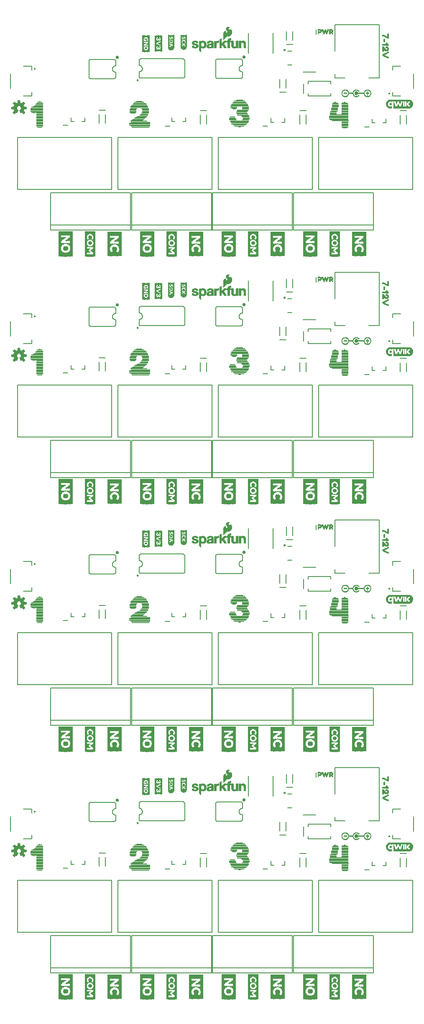
<source format=gto>
G04 EAGLE Gerber RS-274X export*
G75*
%MOMM*%
%FSLAX34Y34*%
%LPD*%
%INSilkscreen Top*%
%IPPOS*%
%AMOC8*
5,1,8,0,0,1.08239X$1,22.5*%
G01*
%ADD10C,0.203200*%
%ADD11R,1.200000X0.200000*%
%ADD12R,2.000000X0.200000*%
%ADD13R,2.600000X0.200000*%
%ADD14R,3.000000X0.200000*%
%ADD15R,3.200000X0.200000*%
%ADD16R,3.600000X0.200000*%
%ADD17R,1.400000X0.200000*%
%ADD18R,1.600000X0.200000*%
%ADD19R,1.000000X0.200000*%
%ADD20R,1.800000X0.200000*%
%ADD21R,2.200000X0.200000*%
%ADD22R,2.400000X0.200000*%
%ADD23R,3.400000X0.200000*%
%ADD24R,4.000000X0.200000*%
%ADD25R,4.200000X0.200000*%
%ADD26R,0.200000X0.200000*%
%ADD27R,3.800000X0.200000*%
%ADD28R,0.800000X0.200000*%
%ADD29R,0.600000X0.200000*%
%ADD30R,0.400000X0.200000*%
%ADD31R,0.500000X0.100000*%
%ADD32R,0.900000X0.100000*%
%ADD33R,0.700000X0.100000*%
%ADD34R,1.500000X0.100000*%
%ADD35R,1.700000X0.100000*%
%ADD36R,1.800000X0.100000*%
%ADD37R,1.900000X0.100000*%
%ADD38R,2.000000X0.100000*%
%ADD39R,0.800000X0.100000*%
%ADD40R,0.200000X0.100000*%
%ADD41R,1.000000X0.100000*%
%ADD42R,0.400000X0.100000*%
%ADD43R,1.200000X0.100000*%
%ADD44R,1.600000X0.100000*%
%ADD45R,0.600000X0.100000*%
%ADD46R,2.100000X0.100000*%
%ADD47R,1.300000X0.100000*%
%ADD48R,1.100000X0.100000*%
%ADD49R,0.080000X5.110000*%
%ADD50R,0.070000X5.110000*%
%ADD51R,0.060000X5.110000*%
%ADD52R,0.070000X3.290000*%
%ADD53R,0.070000X1.470000*%
%ADD54R,0.080000X0.770000*%
%ADD55R,0.080000X1.260000*%
%ADD56R,0.070000X0.770000*%
%ADD57R,0.070000X0.700000*%
%ADD58R,0.070000X0.560000*%
%ADD59R,0.070000X1.120000*%
%ADD60R,0.060000X0.770000*%
%ADD61R,0.060000X0.700000*%
%ADD62R,0.060000X0.490000*%
%ADD63R,0.060000X1.050000*%
%ADD64R,0.080000X0.630000*%
%ADD65R,0.080000X0.420000*%
%ADD66R,0.080000X0.980000*%
%ADD67R,0.070000X0.350000*%
%ADD68R,0.070000X0.910000*%
%ADD69R,0.070000X0.490000*%
%ADD70R,0.060000X0.280000*%
%ADD71R,0.060000X0.840000*%
%ADD72R,0.080000X0.280000*%
%ADD73R,0.080000X0.840000*%
%ADD74R,0.070000X0.210000*%
%ADD75R,0.070000X0.280000*%
%ADD76R,0.070000X0.840000*%
%ADD77R,0.070000X0.140000*%
%ADD78R,0.070000X0.070000*%
%ADD79R,0.080000X0.210000*%
%ADD80R,0.080000X0.910000*%
%ADD81R,0.070000X0.420000*%
%ADD82R,0.070000X0.630000*%
%ADD83R,0.070000X0.980000*%
%ADD84R,0.060000X0.630000*%
%ADD85R,0.060000X0.420000*%
%ADD86R,0.060000X0.980000*%
%ADD87R,0.070000X1.050000*%
%ADD88R,0.070000X1.190000*%
%ADD89R,0.060000X0.910000*%
%ADD90R,0.060000X1.330000*%
%ADD91R,0.050000X5.150000*%
%ADD92R,0.050000X1.150000*%
%ADD93R,0.050000X1.000000*%
%ADD94R,0.050000X2.650000*%
%ADD95R,0.050000X0.950000*%
%ADD96R,0.050000X0.650000*%
%ADD97R,0.050000X0.550000*%
%ADD98R,0.050000X0.850000*%
%ADD99R,0.050000X0.600000*%
%ADD100R,0.050000X0.500000*%
%ADD101R,0.050000X0.450000*%
%ADD102R,0.050000X0.750000*%
%ADD103R,0.050000X0.800000*%
%ADD104R,0.050000X0.350000*%
%ADD105R,0.050000X0.400000*%
%ADD106R,0.050000X0.700000*%
%ADD107R,0.050000X0.300000*%
%ADD108R,0.050000X0.250000*%
%ADD109R,0.050000X0.200000*%
%ADD110R,0.050000X0.900000*%
%ADD111R,0.050000X0.150000*%
%ADD112R,0.050000X0.050000*%
%ADD113R,0.050000X0.100000*%
%ADD114R,0.060000X0.550000*%
%ADD115R,0.060000X0.900000*%
%ADD116R,0.060000X0.150000*%
%ADD117R,0.060000X0.650000*%
%ADD118R,0.060000X0.250000*%
%ADD119R,0.060000X0.300000*%
%ADD120R,0.060000X0.800000*%
%ADD121R,0.060000X0.500000*%
%ADD122R,0.060000X0.450000*%
%ADD123R,0.060000X5.150000*%
%ADD124R,0.040000X5.150000*%
%ADD125R,0.080000X4.970000*%
%ADD126R,0.070000X4.970000*%
%ADD127R,0.060000X4.970000*%
%ADD128R,0.070000X3.430000*%
%ADD129R,0.070000X1.260000*%
%ADD130R,0.080000X1.050000*%
%ADD131R,0.080000X0.700000*%
%ADD132R,0.070000X1.820000*%
%ADD133R,0.070000X1.890000*%
%ADD134R,0.080000X0.140000*%
%ADD135R,0.080000X1.890000*%
%ADD136R,0.060000X1.120000*%
%ADD137R,0.030000X2.520000*%
%ADD138R,0.030000X2.610000*%
%ADD139R,0.020000X2.670000*%
%ADD140R,0.040000X2.730000*%
%ADD141R,0.030000X2.760000*%
%ADD142R,0.030000X2.790000*%
%ADD143R,0.020000X2.820000*%
%ADD144R,0.030000X0.540000*%
%ADD145R,0.030000X0.630000*%
%ADD146R,0.030000X0.750000*%
%ADD147R,0.030000X0.600000*%
%ADD148R,0.040000X0.450000*%
%ADD149R,0.040000X0.210000*%
%ADD150R,0.040000X0.270000*%
%ADD151R,0.040000X0.600000*%
%ADD152R,0.030000X0.420000*%
%ADD153R,0.030000X0.330000*%
%ADD154R,0.030000X0.120000*%
%ADD155R,0.030000X0.240000*%
%ADD156R,0.030000X0.570000*%
%ADD157R,0.030000X0.390000*%
%ADD158R,0.030000X0.090000*%
%ADD159R,0.030000X0.180000*%
%ADD160R,0.030000X0.210000*%
%ADD161R,0.030000X0.060000*%
%ADD162R,0.030000X0.150000*%
%ADD163R,0.040000X0.360000*%
%ADD164R,0.040000X0.060000*%
%ADD165R,0.040000X0.120000*%
%ADD166R,0.040000X0.630000*%
%ADD167R,0.030000X0.360000*%
%ADD168R,0.030000X0.660000*%
%ADD169R,0.030000X0.690000*%
%ADD170R,0.030000X0.450000*%
%ADD171R,0.030000X0.300000*%
%ADD172R,0.040000X0.420000*%
%ADD173R,0.040000X0.510000*%
%ADD174R,0.040000X0.030000*%
%ADD175R,0.040000X0.780000*%
%ADD176R,0.030000X0.810000*%
%ADD177R,0.030000X0.840000*%
%ADD178R,0.030000X0.870000*%
%ADD179R,0.040000X0.090000*%
%ADD180R,0.040000X0.540000*%
%ADD181R,0.040000X0.900000*%
%ADD182R,0.030000X0.900000*%
%ADD183R,0.030000X0.510000*%
%ADD184R,0.040000X0.690000*%
%ADD185R,0.040000X0.810000*%
%ADD186R,0.030000X0.030000*%
%ADD187R,0.030000X0.780000*%
%ADD188R,0.030000X0.270000*%
%ADD189R,0.030000X0.720000*%
%ADD190R,0.040000X0.330000*%
%ADD191R,0.040000X0.150000*%
%ADD192R,0.040000X0.660000*%
%ADD193R,0.040000X0.180000*%
%ADD194R,0.040000X0.240000*%
%ADD195R,0.040000X0.570000*%
%ADD196R,0.030000X0.480000*%
%ADD197R,0.030000X2.820000*%
%ADD198R,0.030000X2.730000*%
%ADD199R,0.030000X2.670000*%
%ADD200R,0.040000X3.400000*%
%ADD201R,0.030000X3.400000*%
%ADD202R,0.030000X0.740000*%
%ADD203R,0.030000X2.450000*%
%ADD204R,0.040000X0.670000*%
%ADD205R,0.040000X0.280000*%
%ADD206R,0.040000X0.140000*%
%ADD207R,0.030000X0.350000*%
%ADD208R,0.030000X0.110000*%
%ADD209R,0.040000X0.560000*%
%ADD210R,0.040000X0.310000*%
%ADD211R,0.040000X0.110000*%
%ADD212R,0.030000X0.490000*%
%ADD213R,0.030000X0.140000*%
%ADD214R,0.030000X0.310000*%
%ADD215R,0.030000X0.530000*%
%ADD216R,0.040000X0.490000*%
%ADD217R,0.030000X0.460000*%
%ADD218R,0.030000X0.250000*%
%ADD219R,0.040000X0.170000*%
%ADD220R,0.040000X0.390000*%
%ADD221R,0.030000X0.670000*%
%ADD222R,0.030000X0.320000*%
%ADD223R,0.040000X0.100000*%
%ADD224R,0.040000X0.350000*%
%ADD225R,0.030000X0.100000*%
%ADD226R,0.040000X0.040000*%
%ADD227R,0.040000X0.070000*%
%ADD228R,0.030000X0.070000*%
%ADD229R,0.040000X0.320000*%
%ADD230R,0.030000X0.280000*%
%ADD231R,0.040000X0.250000*%
%ADD232R,0.040000X0.460000*%
%ADD233R,0.040000X0.530000*%
%ADD234R,0.030000X0.560000*%
%ADD235R,0.040000X0.380000*%
%ADD236R,0.030000X0.700000*%
%ADD237R,0.030000X0.170000*%
%ADD238R,0.030000X2.640000*%
%ADD239R,0.020000X2.790000*%
%ADD240R,0.040000X2.850000*%
%ADD241R,0.030000X2.880000*%
%ADD242R,0.030000X2.910000*%
%ADD243R,0.020000X2.940000*%
%ADD244R,0.030000X2.280000*%
%ADD245R,0.040000X0.480000*%
%ADD246R,0.040000X0.870000*%
%ADD247R,0.040000X0.840000*%
%ADD248R,0.040000X0.720000*%
%ADD249R,0.040000X0.300000*%
%ADD250R,0.030000X2.940000*%
%ADD251R,0.030000X2.850000*%
%ADD252R,0.270000X0.020000*%
%ADD253R,0.240000X0.020000*%
%ADD254R,0.260000X0.020000*%
%ADD255R,0.400000X0.010000*%
%ADD256R,0.390000X0.010000*%
%ADD257R,0.510000X0.020000*%
%ADD258R,0.480000X0.020000*%
%ADD259R,0.500000X0.020000*%
%ADD260R,0.580000X0.010000*%
%ADD261R,0.540000X0.010000*%
%ADD262R,0.650000X0.020000*%
%ADD263R,0.640000X0.020000*%
%ADD264R,0.660000X0.020000*%
%ADD265R,0.710000X0.010000*%
%ADD266R,0.700000X0.010000*%
%ADD267R,0.720000X0.010000*%
%ADD268R,0.770000X0.020000*%
%ADD269R,0.740000X0.020000*%
%ADD270R,0.760000X0.020000*%
%ADD271R,0.820000X0.010000*%
%ADD272R,0.780000X0.010000*%
%ADD273R,0.860000X0.020000*%
%ADD274R,0.840000X0.020000*%
%ADD275R,0.880000X0.020000*%
%ADD276R,0.900000X0.010000*%
%ADD277R,0.880000X0.010000*%
%ADD278R,0.930000X0.010000*%
%ADD279R,0.920000X0.010000*%
%ADD280R,0.430000X0.020000*%
%ADD281R,0.440000X0.020000*%
%ADD282R,0.410000X0.020000*%
%ADD283R,0.450000X0.020000*%
%ADD284R,0.360000X0.010000*%
%ADD285R,0.370000X0.010000*%
%ADD286R,0.310000X0.020000*%
%ADD287R,0.320000X0.020000*%
%ADD288R,0.330000X0.020000*%
%ADD289R,0.310000X0.010000*%
%ADD290R,0.300000X0.010000*%
%ADD291R,0.280000X0.020000*%
%ADD292R,0.270000X0.010000*%
%ADD293R,0.280000X0.010000*%
%ADD294R,0.260000X0.010000*%
%ADD295R,0.250000X0.020000*%
%ADD296R,0.240000X0.010000*%
%ADD297R,0.250000X0.010000*%
%ADD298R,0.230000X0.010000*%
%ADD299R,0.230000X0.020000*%
%ADD300R,0.220000X0.010000*%
%ADD301R,0.220000X0.020000*%
%ADD302R,0.210000X0.010000*%
%ADD303R,0.190000X0.010000*%
%ADD304R,0.210000X0.020000*%
%ADD305R,0.170000X0.020000*%
%ADD306R,0.200000X0.010000*%
%ADD307R,0.120000X0.010000*%
%ADD308R,0.090000X0.020000*%
%ADD309R,0.160000X0.020000*%
%ADD310R,0.040000X0.010000*%
%ADD311R,0.160000X0.010000*%
%ADD312R,0.200000X0.020000*%
%ADD313R,0.190000X0.020000*%
%ADD314R,0.030000X0.020000*%
%ADD315R,0.340000X0.020000*%
%ADD316R,0.180000X0.020000*%
%ADD317R,0.420000X0.020000*%
%ADD318R,0.180000X0.010000*%
%ADD319R,0.460000X0.010000*%
%ADD320R,0.520000X0.010000*%
%ADD321R,0.540000X0.020000*%
%ADD322R,0.170000X0.010000*%
%ADD323R,0.590000X0.010000*%
%ADD324R,0.600000X0.020000*%
%ADD325R,0.640000X0.010000*%
%ADD326R,0.650000X0.010000*%
%ADD327R,0.660000X0.010000*%
%ADD328R,0.680000X0.020000*%
%ADD329R,0.760000X0.010000*%
%ADD330R,1.100000X0.010000*%
%ADD331R,2.030000X0.010000*%
%ADD332R,1.080000X0.020000*%
%ADD333R,2.020000X0.020000*%
%ADD334R,1.080000X0.010000*%
%ADD335R,2.020000X0.010000*%
%ADD336R,0.600000X0.010000*%
%ADD337R,0.080000X0.020000*%
%ADD338R,0.130000X0.020000*%
%ADD339R,0.290000X0.020000*%
%ADD340R,0.290000X0.010000*%
%ADD341R,0.300000X0.020000*%
%ADD342R,0.350000X0.010000*%
%ADD343R,0.330000X0.010000*%
%ADD344R,0.340000X0.010000*%
%ADD345R,0.370000X0.020000*%
%ADD346R,0.950000X0.010000*%
%ADD347R,0.940000X0.010000*%
%ADD348R,0.960000X0.010000*%
%ADD349R,0.910000X0.010000*%
%ADD350R,0.830000X0.010000*%
%ADD351R,0.780000X0.020000*%
%ADD352R,0.670000X0.020000*%
%ADD353R,0.610000X0.010000*%
%ADD354R,0.530000X0.020000*%
%ADD355R,0.520000X0.020000*%
%ADD356R,0.430000X0.010000*%
%ADD357R,0.420000X0.010000*%
%ADD358R,0.040000X3.180000*%
%ADD359R,0.030000X3.180000*%
%ADD360R,0.030000X1.580000*%
%ADD361R,0.040000X0.520000*%
%ADD362R,0.030000X0.520000*%
%ADD363R,0.030000X0.380000*%
%ADD364R,0.030000X0.770000*%
%ADD365R,0.030000X0.040000*%
%ADD366C,0.127000*%
%ADD367R,0.360000X0.040000*%
%ADD368R,0.080000X0.040000*%
%ADD369R,0.120000X0.040000*%
%ADD370R,0.600000X0.040000*%
%ADD371R,0.240000X0.040000*%
%ADD372R,0.160000X0.040000*%
%ADD373R,0.680000X0.040000*%
%ADD374R,0.280000X0.040000*%
%ADD375R,0.720000X0.040000*%
%ADD376R,0.760000X0.040000*%
%ADD377R,0.320000X0.040000*%
%ADD378R,0.800000X0.040000*%
%ADD379R,0.400000X0.040000*%
%ADD380R,0.440000X0.040000*%
%ADD381R,0.480000X0.040000*%
%ADD382R,0.520000X0.040000*%
%ADD383R,1.120000X0.040000*%
%ADD384R,0.840000X0.040000*%
%ADD385R,0.200000X0.040000*%
%ADD386R,0.060000X0.400000*%
%ADD387R,0.060000X0.350000*%
%ADD388R,0.060000X0.850000*%
%ADD389R,0.060000X1.000000*%
%ADD390R,2.200000X0.100000*%
%ADD391R,2.500000X0.100000*%
%ADD392R,2.600000X0.100000*%
%ADD393R,2.400000X0.100000*%
%ADD394R,1.400000X0.100000*%
%ADD395R,0.300000X0.100000*%

G36*
X776683Y1802525D02*
X776683Y1802525D01*
X776704Y1802528D01*
X776713Y1802545D01*
X776722Y1802551D01*
X776720Y1802560D01*
X776727Y1802574D01*
X776743Y1802961D01*
X776742Y1802962D01*
X776743Y1802963D01*
X776743Y1807198D01*
X776743Y1807199D01*
X776733Y1807592D01*
X776726Y1807603D01*
X776728Y1807616D01*
X776708Y1807629D01*
X776695Y1807649D01*
X776682Y1807646D01*
X776671Y1807654D01*
X776637Y1807639D01*
X776628Y1807637D01*
X776627Y1807634D01*
X776624Y1807633D01*
X776193Y1807147D01*
X775790Y1806820D01*
X775343Y1806557D01*
X774858Y1806372D01*
X774351Y1806255D01*
X773833Y1806202D01*
X773312Y1806223D01*
X772791Y1806272D01*
X772284Y1806391D01*
X771785Y1806543D01*
X771322Y1806781D01*
X770872Y1807042D01*
X770484Y1807390D01*
X770119Y1807760D01*
X769814Y1808183D01*
X769553Y1808633D01*
X769337Y1809109D01*
X769177Y1809605D01*
X769051Y1810114D01*
X768978Y1810631D01*
X768938Y1811154D01*
X768933Y1811678D01*
X768973Y1812201D01*
X769040Y1812719D01*
X769166Y1813228D01*
X769323Y1813725D01*
X769540Y1814200D01*
X769802Y1814649D01*
X770109Y1815070D01*
X770477Y1815438D01*
X770866Y1815784D01*
X771321Y1816037D01*
X771789Y1816264D01*
X772288Y1816416D01*
X772798Y1816521D01*
X773319Y1816569D01*
X773840Y1816578D01*
X774358Y1816519D01*
X774863Y1816395D01*
X775346Y1816204D01*
X775793Y1815940D01*
X776197Y1815618D01*
X776627Y1815070D01*
X776642Y1815065D01*
X776650Y1815052D01*
X776672Y1815055D01*
X776692Y1815048D01*
X776702Y1815059D01*
X776718Y1815061D01*
X776730Y1815089D01*
X776738Y1815097D01*
X776737Y1815103D01*
X776740Y1815108D01*
X776743Y1815608D01*
X776743Y1816137D01*
X776746Y1816479D01*
X779981Y1816479D01*
X779982Y1816479D01*
X779999Y1816479D01*
X779999Y1802861D01*
X780000Y1802859D01*
X780000Y1802857D01*
X780016Y1802573D01*
X780029Y1802556D01*
X780032Y1802535D01*
X780050Y1802527D01*
X780057Y1802518D01*
X780066Y1802520D01*
X780079Y1802514D01*
X811007Y1802514D01*
X811010Y1802516D01*
X811013Y1802514D01*
X812594Y1802665D01*
X812596Y1802667D01*
X812599Y1802666D01*
X813117Y1802763D01*
X813120Y1802766D01*
X813124Y1802765D01*
X814636Y1803247D01*
X814640Y1803251D01*
X814647Y1803252D01*
X816043Y1804009D01*
X816045Y1804014D01*
X816052Y1804016D01*
X817285Y1805015D01*
X817286Y1805018D01*
X817291Y1805020D01*
X817654Y1805402D01*
X817655Y1805404D01*
X817657Y1805405D01*
X818331Y1806222D01*
X818331Y1806224D01*
X818334Y1806226D01*
X818637Y1806657D01*
X818637Y1806660D01*
X818641Y1806663D01*
X819385Y1808065D01*
X819385Y1808070D01*
X819386Y1808071D01*
X819388Y1808073D01*
X819388Y1808074D01*
X819390Y1808075D01*
X819860Y1809592D01*
X819859Y1809597D01*
X819863Y1809602D01*
X819933Y1810125D01*
X819933Y1810126D01*
X819933Y1810127D01*
X820039Y1811181D01*
X820038Y1811183D01*
X820040Y1811186D01*
X820048Y1811713D01*
X820046Y1811715D01*
X820048Y1811720D01*
X819888Y1813300D01*
X819884Y1813304D01*
X819885Y1813312D01*
X819414Y1814828D01*
X819411Y1814831D01*
X819411Y1814836D01*
X819188Y1815314D01*
X819186Y1815315D01*
X819186Y1815317D01*
X818681Y1816248D01*
X818679Y1816249D01*
X818678Y1816252D01*
X818388Y1816692D01*
X818386Y1816693D01*
X818384Y1816698D01*
X817711Y1817514D01*
X817709Y1817514D01*
X817709Y1817516D01*
X817676Y1817552D01*
X817620Y1817615D01*
X817564Y1817678D01*
X817508Y1817741D01*
X817452Y1817803D01*
X817396Y1817866D01*
X817357Y1817909D01*
X817353Y1817910D01*
X817350Y1817916D01*
X816125Y1818926D01*
X816120Y1818927D01*
X816115Y1818933D01*
X814721Y1819692D01*
X814717Y1819692D01*
X814713Y1819696D01*
X814218Y1819879D01*
X814217Y1819879D01*
X814215Y1819880D01*
X813204Y1820194D01*
X813202Y1820194D01*
X813199Y1820196D01*
X812685Y1820310D01*
X812682Y1820308D01*
X812678Y1820311D01*
X811624Y1820417D01*
X811099Y1820470D01*
X811096Y1820469D01*
X811092Y1820470D01*
X774041Y1820470D01*
X774039Y1820469D01*
X774035Y1820470D01*
X772455Y1820322D01*
X772453Y1820321D01*
X772450Y1820322D01*
X771931Y1820231D01*
X771928Y1820228D01*
X771923Y1820229D01*
X770408Y1819753D01*
X770405Y1819749D01*
X770397Y1819748D01*
X769002Y1818991D01*
X769000Y1818987D01*
X768994Y1818985D01*
X768574Y1818665D01*
X768574Y1818664D01*
X768572Y1818664D01*
X767756Y1817990D01*
X767755Y1817987D01*
X767751Y1817986D01*
X767383Y1817608D01*
X767382Y1817606D01*
X767379Y1817604D01*
X766706Y1816788D01*
X766705Y1816786D01*
X766703Y1816784D01*
X766395Y1816357D01*
X766394Y1816353D01*
X766390Y1816350D01*
X765640Y1814951D01*
X765641Y1814946D01*
X765636Y1814940D01*
X765165Y1813424D01*
X765166Y1813419D01*
X765163Y1813414D01*
X765086Y1812892D01*
X765087Y1812891D01*
X765086Y1812889D01*
X764979Y1811836D01*
X764980Y1811834D01*
X764979Y1811832D01*
X764964Y1811305D01*
X764966Y1811302D01*
X764964Y1811297D01*
X765124Y1809717D01*
X765127Y1809713D01*
X765126Y1809705D01*
X765591Y1808187D01*
X765594Y1808185D01*
X765594Y1808180D01*
X765812Y1807700D01*
X765814Y1807699D01*
X765814Y1807696D01*
X766319Y1806766D01*
X766321Y1806764D01*
X766321Y1806762D01*
X766606Y1806318D01*
X766609Y1806316D01*
X766611Y1806312D01*
X766620Y1806300D01*
X766673Y1806238D01*
X766726Y1806175D01*
X766884Y1805987D01*
X766937Y1805924D01*
X766990Y1805861D01*
X767042Y1805798D01*
X767095Y1805736D01*
X767148Y1805673D01*
X767306Y1805485D01*
X767359Y1805422D01*
X767412Y1805359D01*
X767465Y1805296D01*
X767517Y1805234D01*
X767632Y1805097D01*
X767637Y1805096D01*
X767640Y1805089D01*
X768865Y1804079D01*
X768870Y1804078D01*
X768875Y1804072D01*
X770265Y1803308D01*
X770269Y1803308D01*
X770273Y1803304D01*
X770765Y1803115D01*
X770767Y1803115D01*
X770769Y1803113D01*
X771780Y1802800D01*
X771782Y1802800D01*
X771784Y1802798D01*
X772297Y1802678D01*
X772301Y1802679D01*
X772305Y1802677D01*
X773885Y1802517D01*
X773888Y1802519D01*
X773891Y1802517D01*
X776665Y1802514D01*
X776683Y1802525D01*
G37*
G36*
X776683Y801765D02*
X776683Y801765D01*
X776704Y801768D01*
X776713Y801785D01*
X776722Y801791D01*
X776720Y801800D01*
X776727Y801814D01*
X776743Y802201D01*
X776742Y802202D01*
X776743Y802203D01*
X776743Y806438D01*
X776743Y806439D01*
X776733Y806832D01*
X776726Y806843D01*
X776728Y806856D01*
X776708Y806869D01*
X776695Y806889D01*
X776682Y806886D01*
X776671Y806894D01*
X776637Y806879D01*
X776628Y806877D01*
X776627Y806874D01*
X776624Y806873D01*
X776193Y806387D01*
X775790Y806060D01*
X775343Y805797D01*
X774858Y805612D01*
X774351Y805495D01*
X773833Y805442D01*
X773312Y805463D01*
X772791Y805512D01*
X772284Y805631D01*
X771785Y805783D01*
X771322Y806021D01*
X770872Y806282D01*
X770484Y806630D01*
X770119Y807000D01*
X769814Y807423D01*
X769553Y807873D01*
X769337Y808349D01*
X769177Y808845D01*
X769051Y809354D01*
X768978Y809871D01*
X768938Y810394D01*
X768933Y810918D01*
X768973Y811441D01*
X769040Y811959D01*
X769166Y812468D01*
X769323Y812965D01*
X769540Y813440D01*
X769802Y813889D01*
X770109Y814310D01*
X770477Y814678D01*
X770866Y815024D01*
X771321Y815277D01*
X771789Y815504D01*
X772288Y815656D01*
X772798Y815761D01*
X773319Y815809D01*
X773840Y815818D01*
X774358Y815759D01*
X774863Y815635D01*
X775346Y815444D01*
X775793Y815180D01*
X776197Y814858D01*
X776627Y814310D01*
X776642Y814305D01*
X776650Y814292D01*
X776672Y814295D01*
X776692Y814288D01*
X776702Y814299D01*
X776718Y814301D01*
X776730Y814329D01*
X776738Y814337D01*
X776737Y814343D01*
X776740Y814348D01*
X776743Y814848D01*
X776743Y815377D01*
X776746Y815719D01*
X779981Y815719D01*
X779982Y815719D01*
X779999Y815719D01*
X779999Y802101D01*
X780000Y802099D01*
X780000Y802097D01*
X780016Y801813D01*
X780029Y801796D01*
X780032Y801775D01*
X780050Y801767D01*
X780057Y801758D01*
X780066Y801760D01*
X780079Y801754D01*
X811007Y801754D01*
X811010Y801756D01*
X811013Y801754D01*
X812594Y801905D01*
X812596Y801907D01*
X812599Y801906D01*
X813117Y802003D01*
X813120Y802006D01*
X813124Y802005D01*
X814636Y802487D01*
X814640Y802491D01*
X814647Y802492D01*
X816043Y803249D01*
X816045Y803254D01*
X816052Y803256D01*
X817285Y804255D01*
X817286Y804258D01*
X817291Y804260D01*
X817654Y804642D01*
X817655Y804644D01*
X817657Y804645D01*
X818331Y805462D01*
X818331Y805464D01*
X818334Y805466D01*
X818637Y805897D01*
X818637Y805900D01*
X818641Y805903D01*
X819385Y807305D01*
X819385Y807310D01*
X819386Y807311D01*
X819388Y807313D01*
X819388Y807314D01*
X819390Y807315D01*
X819860Y808832D01*
X819859Y808837D01*
X819863Y808842D01*
X819933Y809365D01*
X819933Y809366D01*
X819933Y809367D01*
X820039Y810421D01*
X820038Y810423D01*
X820040Y810426D01*
X820048Y810953D01*
X820046Y810955D01*
X820048Y810960D01*
X819888Y812540D01*
X819884Y812544D01*
X819885Y812552D01*
X819414Y814068D01*
X819411Y814071D01*
X819411Y814076D01*
X819188Y814554D01*
X819186Y814555D01*
X819186Y814557D01*
X818681Y815488D01*
X818679Y815489D01*
X818678Y815492D01*
X818388Y815932D01*
X818386Y815933D01*
X818384Y815938D01*
X817711Y816754D01*
X817709Y816754D01*
X817709Y816756D01*
X817676Y816792D01*
X817620Y816855D01*
X817564Y816918D01*
X817508Y816981D01*
X817452Y817043D01*
X817396Y817106D01*
X817357Y817149D01*
X817353Y817150D01*
X817350Y817156D01*
X816125Y818166D01*
X816120Y818167D01*
X816115Y818173D01*
X814721Y818932D01*
X814717Y818932D01*
X814713Y818936D01*
X814218Y819119D01*
X814217Y819119D01*
X814215Y819120D01*
X813204Y819434D01*
X813202Y819434D01*
X813199Y819436D01*
X812685Y819550D01*
X812682Y819548D01*
X812678Y819551D01*
X811624Y819657D01*
X811099Y819710D01*
X811096Y819709D01*
X811092Y819710D01*
X774041Y819710D01*
X774039Y819709D01*
X774035Y819710D01*
X772455Y819562D01*
X772453Y819561D01*
X772450Y819562D01*
X771931Y819471D01*
X771928Y819468D01*
X771923Y819469D01*
X770408Y818993D01*
X770405Y818989D01*
X770397Y818988D01*
X769002Y818231D01*
X769000Y818227D01*
X768994Y818225D01*
X768574Y817905D01*
X768574Y817904D01*
X768572Y817904D01*
X767756Y817230D01*
X767755Y817227D01*
X767751Y817226D01*
X767383Y816848D01*
X767382Y816846D01*
X767379Y816844D01*
X766706Y816028D01*
X766705Y816026D01*
X766703Y816024D01*
X766395Y815597D01*
X766394Y815593D01*
X766390Y815590D01*
X765640Y814191D01*
X765641Y814186D01*
X765636Y814180D01*
X765165Y812664D01*
X765166Y812659D01*
X765163Y812654D01*
X765086Y812132D01*
X765087Y812131D01*
X765086Y812129D01*
X764979Y811076D01*
X764980Y811074D01*
X764979Y811072D01*
X764964Y810545D01*
X764966Y810542D01*
X764964Y810537D01*
X765124Y808957D01*
X765127Y808953D01*
X765126Y808945D01*
X765591Y807427D01*
X765594Y807425D01*
X765594Y807420D01*
X765812Y806940D01*
X765814Y806939D01*
X765814Y806936D01*
X766319Y806006D01*
X766321Y806004D01*
X766321Y806002D01*
X766606Y805558D01*
X766609Y805556D01*
X766611Y805552D01*
X766620Y805540D01*
X766673Y805478D01*
X766726Y805415D01*
X766884Y805227D01*
X766937Y805164D01*
X766990Y805101D01*
X767042Y805038D01*
X767095Y804976D01*
X767148Y804913D01*
X767306Y804725D01*
X767359Y804662D01*
X767412Y804599D01*
X767465Y804536D01*
X767517Y804474D01*
X767632Y804337D01*
X767637Y804336D01*
X767640Y804329D01*
X768865Y803319D01*
X768870Y803318D01*
X768875Y803312D01*
X770265Y802548D01*
X770269Y802548D01*
X770273Y802544D01*
X770765Y802355D01*
X770767Y802355D01*
X770769Y802353D01*
X771780Y802040D01*
X771782Y802040D01*
X771784Y802038D01*
X772297Y801918D01*
X772301Y801919D01*
X772305Y801917D01*
X773885Y801757D01*
X773888Y801759D01*
X773891Y801757D01*
X776665Y801754D01*
X776683Y801765D01*
G37*
G36*
X776683Y1302145D02*
X776683Y1302145D01*
X776704Y1302148D01*
X776713Y1302165D01*
X776722Y1302171D01*
X776720Y1302180D01*
X776727Y1302194D01*
X776743Y1302581D01*
X776742Y1302582D01*
X776743Y1302583D01*
X776743Y1306818D01*
X776743Y1306819D01*
X776733Y1307212D01*
X776726Y1307223D01*
X776728Y1307236D01*
X776708Y1307249D01*
X776695Y1307269D01*
X776682Y1307266D01*
X776671Y1307274D01*
X776637Y1307259D01*
X776628Y1307257D01*
X776627Y1307254D01*
X776624Y1307253D01*
X776193Y1306767D01*
X775790Y1306440D01*
X775343Y1306177D01*
X774858Y1305992D01*
X774351Y1305875D01*
X773833Y1305822D01*
X773312Y1305843D01*
X772791Y1305892D01*
X772284Y1306011D01*
X771785Y1306163D01*
X771322Y1306401D01*
X770872Y1306662D01*
X770484Y1307010D01*
X770119Y1307380D01*
X769814Y1307803D01*
X769553Y1308253D01*
X769337Y1308729D01*
X769177Y1309225D01*
X769051Y1309734D01*
X768978Y1310251D01*
X768938Y1310774D01*
X768933Y1311298D01*
X768973Y1311821D01*
X769040Y1312339D01*
X769166Y1312848D01*
X769323Y1313345D01*
X769540Y1313820D01*
X769802Y1314269D01*
X770109Y1314690D01*
X770477Y1315058D01*
X770866Y1315404D01*
X771321Y1315657D01*
X771789Y1315884D01*
X772288Y1316036D01*
X772798Y1316141D01*
X773319Y1316189D01*
X773840Y1316198D01*
X774358Y1316139D01*
X774863Y1316015D01*
X775346Y1315824D01*
X775793Y1315560D01*
X776197Y1315238D01*
X776627Y1314690D01*
X776642Y1314685D01*
X776650Y1314672D01*
X776672Y1314675D01*
X776692Y1314668D01*
X776702Y1314679D01*
X776718Y1314681D01*
X776730Y1314709D01*
X776738Y1314717D01*
X776737Y1314723D01*
X776740Y1314728D01*
X776743Y1315228D01*
X776743Y1315757D01*
X776746Y1316099D01*
X779981Y1316099D01*
X779982Y1316099D01*
X779999Y1316099D01*
X779999Y1302481D01*
X780000Y1302479D01*
X780000Y1302477D01*
X780016Y1302193D01*
X780029Y1302176D01*
X780032Y1302155D01*
X780050Y1302147D01*
X780057Y1302138D01*
X780066Y1302140D01*
X780079Y1302134D01*
X811007Y1302134D01*
X811010Y1302136D01*
X811013Y1302134D01*
X812594Y1302285D01*
X812596Y1302287D01*
X812599Y1302286D01*
X813117Y1302383D01*
X813120Y1302386D01*
X813124Y1302385D01*
X814636Y1302867D01*
X814640Y1302871D01*
X814647Y1302872D01*
X816043Y1303629D01*
X816045Y1303634D01*
X816052Y1303636D01*
X817285Y1304635D01*
X817286Y1304638D01*
X817291Y1304640D01*
X817654Y1305022D01*
X817655Y1305024D01*
X817657Y1305025D01*
X818331Y1305842D01*
X818331Y1305844D01*
X818334Y1305846D01*
X818637Y1306277D01*
X818637Y1306280D01*
X818641Y1306283D01*
X819385Y1307685D01*
X819385Y1307690D01*
X819386Y1307691D01*
X819388Y1307693D01*
X819388Y1307694D01*
X819390Y1307695D01*
X819860Y1309212D01*
X819859Y1309217D01*
X819863Y1309222D01*
X819933Y1309745D01*
X819933Y1309746D01*
X819933Y1309747D01*
X820039Y1310801D01*
X820038Y1310803D01*
X820040Y1310806D01*
X820048Y1311333D01*
X820046Y1311335D01*
X820048Y1311340D01*
X819888Y1312920D01*
X819884Y1312924D01*
X819885Y1312932D01*
X819414Y1314448D01*
X819411Y1314451D01*
X819411Y1314456D01*
X819188Y1314934D01*
X819186Y1314935D01*
X819186Y1314937D01*
X818681Y1315868D01*
X818679Y1315869D01*
X818678Y1315872D01*
X818388Y1316312D01*
X818386Y1316313D01*
X818384Y1316318D01*
X817711Y1317134D01*
X817709Y1317134D01*
X817709Y1317136D01*
X817676Y1317172D01*
X817620Y1317235D01*
X817564Y1317298D01*
X817508Y1317361D01*
X817452Y1317423D01*
X817396Y1317486D01*
X817357Y1317529D01*
X817353Y1317530D01*
X817350Y1317536D01*
X816125Y1318546D01*
X816120Y1318547D01*
X816115Y1318553D01*
X814721Y1319312D01*
X814717Y1319312D01*
X814713Y1319316D01*
X814218Y1319499D01*
X814217Y1319499D01*
X814215Y1319500D01*
X813204Y1319814D01*
X813202Y1319814D01*
X813199Y1319816D01*
X812685Y1319930D01*
X812682Y1319928D01*
X812678Y1319931D01*
X811624Y1320037D01*
X811099Y1320090D01*
X811096Y1320089D01*
X811092Y1320090D01*
X774041Y1320090D01*
X774039Y1320089D01*
X774035Y1320090D01*
X772455Y1319942D01*
X772453Y1319941D01*
X772450Y1319942D01*
X771931Y1319851D01*
X771928Y1319848D01*
X771923Y1319849D01*
X770408Y1319373D01*
X770405Y1319369D01*
X770397Y1319368D01*
X769002Y1318611D01*
X769000Y1318607D01*
X768994Y1318605D01*
X768574Y1318285D01*
X768574Y1318284D01*
X768572Y1318284D01*
X767756Y1317610D01*
X767755Y1317607D01*
X767751Y1317606D01*
X767383Y1317228D01*
X767382Y1317226D01*
X767379Y1317224D01*
X766706Y1316408D01*
X766705Y1316406D01*
X766703Y1316404D01*
X766395Y1315977D01*
X766394Y1315973D01*
X766390Y1315970D01*
X765640Y1314571D01*
X765641Y1314566D01*
X765636Y1314560D01*
X765165Y1313044D01*
X765166Y1313039D01*
X765163Y1313034D01*
X765086Y1312512D01*
X765087Y1312511D01*
X765086Y1312509D01*
X764979Y1311456D01*
X764980Y1311454D01*
X764979Y1311452D01*
X764964Y1310925D01*
X764966Y1310922D01*
X764964Y1310917D01*
X765124Y1309337D01*
X765127Y1309333D01*
X765126Y1309325D01*
X765591Y1307807D01*
X765594Y1307805D01*
X765594Y1307800D01*
X765812Y1307320D01*
X765814Y1307319D01*
X765814Y1307316D01*
X766319Y1306386D01*
X766321Y1306384D01*
X766321Y1306382D01*
X766606Y1305938D01*
X766609Y1305936D01*
X766611Y1305932D01*
X766620Y1305920D01*
X766673Y1305858D01*
X766726Y1305795D01*
X766884Y1305607D01*
X766937Y1305544D01*
X766990Y1305481D01*
X767042Y1305418D01*
X767095Y1305356D01*
X767148Y1305293D01*
X767306Y1305105D01*
X767359Y1305042D01*
X767412Y1304979D01*
X767465Y1304916D01*
X767517Y1304854D01*
X767632Y1304717D01*
X767637Y1304716D01*
X767640Y1304709D01*
X768865Y1303699D01*
X768870Y1303698D01*
X768875Y1303692D01*
X770265Y1302928D01*
X770269Y1302928D01*
X770273Y1302924D01*
X770765Y1302735D01*
X770767Y1302735D01*
X770769Y1302733D01*
X771780Y1302420D01*
X771782Y1302420D01*
X771784Y1302418D01*
X772297Y1302298D01*
X772301Y1302299D01*
X772305Y1302297D01*
X773885Y1302137D01*
X773888Y1302139D01*
X773891Y1302137D01*
X776665Y1302134D01*
X776683Y1302145D01*
G37*
G36*
X776683Y301385D02*
X776683Y301385D01*
X776704Y301388D01*
X776713Y301405D01*
X776722Y301411D01*
X776720Y301420D01*
X776727Y301434D01*
X776743Y301821D01*
X776742Y301822D01*
X776743Y301823D01*
X776743Y306058D01*
X776743Y306059D01*
X776733Y306452D01*
X776726Y306463D01*
X776728Y306476D01*
X776708Y306489D01*
X776695Y306509D01*
X776682Y306506D01*
X776671Y306514D01*
X776637Y306499D01*
X776628Y306497D01*
X776627Y306494D01*
X776624Y306493D01*
X776193Y306007D01*
X775790Y305680D01*
X775343Y305417D01*
X774858Y305232D01*
X774351Y305115D01*
X773833Y305062D01*
X773312Y305083D01*
X772791Y305132D01*
X772284Y305251D01*
X771785Y305403D01*
X771322Y305641D01*
X770872Y305902D01*
X770484Y306250D01*
X770119Y306620D01*
X769814Y307043D01*
X769553Y307493D01*
X769337Y307969D01*
X769177Y308465D01*
X769051Y308974D01*
X768978Y309491D01*
X768938Y310014D01*
X768933Y310538D01*
X768973Y311061D01*
X769040Y311579D01*
X769166Y312088D01*
X769323Y312585D01*
X769540Y313060D01*
X769802Y313509D01*
X770109Y313930D01*
X770477Y314298D01*
X770866Y314644D01*
X771321Y314897D01*
X771789Y315124D01*
X772288Y315276D01*
X772798Y315381D01*
X773319Y315429D01*
X773840Y315438D01*
X774358Y315379D01*
X774863Y315255D01*
X775346Y315064D01*
X775793Y314800D01*
X776197Y314478D01*
X776627Y313930D01*
X776642Y313925D01*
X776650Y313912D01*
X776672Y313915D01*
X776692Y313908D01*
X776702Y313919D01*
X776718Y313921D01*
X776730Y313949D01*
X776738Y313957D01*
X776737Y313963D01*
X776740Y313968D01*
X776743Y314468D01*
X776743Y314997D01*
X776746Y315339D01*
X779981Y315339D01*
X779982Y315339D01*
X779999Y315339D01*
X779999Y301721D01*
X780000Y301719D01*
X780000Y301717D01*
X780016Y301433D01*
X780029Y301416D01*
X780032Y301395D01*
X780050Y301387D01*
X780057Y301378D01*
X780066Y301380D01*
X780079Y301374D01*
X811007Y301374D01*
X811010Y301376D01*
X811013Y301374D01*
X812594Y301525D01*
X812596Y301527D01*
X812599Y301526D01*
X813117Y301623D01*
X813120Y301626D01*
X813124Y301625D01*
X814636Y302107D01*
X814640Y302111D01*
X814647Y302112D01*
X816043Y302869D01*
X816045Y302874D01*
X816052Y302876D01*
X817285Y303875D01*
X817286Y303878D01*
X817291Y303880D01*
X817654Y304262D01*
X817655Y304264D01*
X817657Y304265D01*
X818331Y305082D01*
X818331Y305084D01*
X818334Y305086D01*
X818637Y305517D01*
X818637Y305520D01*
X818641Y305523D01*
X819385Y306925D01*
X819385Y306930D01*
X819386Y306931D01*
X819388Y306933D01*
X819388Y306934D01*
X819390Y306935D01*
X819860Y308452D01*
X819859Y308457D01*
X819863Y308462D01*
X819933Y308985D01*
X819933Y308986D01*
X819933Y308987D01*
X820039Y310041D01*
X820038Y310043D01*
X820040Y310046D01*
X820048Y310573D01*
X820046Y310575D01*
X820048Y310580D01*
X819888Y312160D01*
X819884Y312164D01*
X819885Y312172D01*
X819414Y313688D01*
X819411Y313691D01*
X819411Y313696D01*
X819188Y314174D01*
X819186Y314175D01*
X819186Y314177D01*
X818681Y315108D01*
X818679Y315109D01*
X818678Y315112D01*
X818388Y315552D01*
X818386Y315553D01*
X818384Y315558D01*
X817711Y316374D01*
X817709Y316374D01*
X817709Y316376D01*
X817676Y316412D01*
X817620Y316475D01*
X817564Y316538D01*
X817508Y316601D01*
X817452Y316663D01*
X817396Y316726D01*
X817357Y316769D01*
X817353Y316770D01*
X817350Y316776D01*
X816125Y317786D01*
X816120Y317787D01*
X816115Y317793D01*
X814721Y318552D01*
X814717Y318552D01*
X814713Y318556D01*
X814218Y318739D01*
X814217Y318739D01*
X814215Y318740D01*
X813204Y319054D01*
X813202Y319054D01*
X813199Y319056D01*
X812685Y319170D01*
X812682Y319168D01*
X812678Y319171D01*
X811624Y319277D01*
X811099Y319330D01*
X811096Y319329D01*
X811092Y319330D01*
X774041Y319330D01*
X774039Y319329D01*
X774035Y319330D01*
X772455Y319182D01*
X772453Y319181D01*
X772450Y319182D01*
X771931Y319091D01*
X771928Y319088D01*
X771923Y319089D01*
X770408Y318613D01*
X770405Y318609D01*
X770397Y318608D01*
X769002Y317851D01*
X769000Y317847D01*
X768994Y317845D01*
X768574Y317525D01*
X768574Y317524D01*
X768572Y317524D01*
X767756Y316850D01*
X767755Y316847D01*
X767751Y316846D01*
X767383Y316468D01*
X767382Y316466D01*
X767379Y316464D01*
X766706Y315648D01*
X766705Y315646D01*
X766703Y315644D01*
X766395Y315217D01*
X766394Y315213D01*
X766390Y315210D01*
X765640Y313811D01*
X765641Y313806D01*
X765636Y313800D01*
X765165Y312284D01*
X765166Y312279D01*
X765163Y312274D01*
X765086Y311752D01*
X765087Y311751D01*
X765086Y311749D01*
X764979Y310696D01*
X764980Y310694D01*
X764979Y310692D01*
X764964Y310165D01*
X764966Y310162D01*
X764964Y310157D01*
X765124Y308577D01*
X765127Y308573D01*
X765126Y308565D01*
X765591Y307047D01*
X765594Y307045D01*
X765594Y307040D01*
X765812Y306560D01*
X765814Y306559D01*
X765814Y306556D01*
X766319Y305626D01*
X766321Y305624D01*
X766321Y305622D01*
X766606Y305178D01*
X766609Y305176D01*
X766611Y305172D01*
X766620Y305160D01*
X766673Y305098D01*
X766726Y305035D01*
X766884Y304847D01*
X766937Y304784D01*
X766990Y304721D01*
X767042Y304658D01*
X767095Y304596D01*
X767148Y304533D01*
X767306Y304345D01*
X767359Y304282D01*
X767412Y304219D01*
X767465Y304156D01*
X767517Y304094D01*
X767632Y303957D01*
X767637Y303956D01*
X767640Y303949D01*
X768865Y302939D01*
X768870Y302938D01*
X768875Y302932D01*
X770265Y302168D01*
X770269Y302168D01*
X770273Y302164D01*
X770765Y301975D01*
X770767Y301975D01*
X770769Y301973D01*
X771780Y301660D01*
X771782Y301660D01*
X771784Y301658D01*
X772297Y301538D01*
X772301Y301539D01*
X772305Y301537D01*
X773885Y301377D01*
X773888Y301379D01*
X773891Y301377D01*
X776665Y301374D01*
X776683Y301385D01*
G37*
G36*
X30910Y790086D02*
X30910Y790086D01*
X31018Y790096D01*
X31031Y790102D01*
X31045Y790104D01*
X31142Y790152D01*
X31241Y790197D01*
X31254Y790208D01*
X31263Y790212D01*
X31278Y790228D01*
X31355Y790290D01*
X33940Y792875D01*
X34003Y792964D01*
X34069Y793049D01*
X34074Y793062D01*
X34082Y793074D01*
X34113Y793177D01*
X34149Y793280D01*
X34149Y793294D01*
X34153Y793307D01*
X34149Y793415D01*
X34150Y793524D01*
X34145Y793537D01*
X34145Y793551D01*
X34107Y793653D01*
X34072Y793755D01*
X34063Y793770D01*
X34059Y793779D01*
X34045Y793796D01*
X33991Y793878D01*
X31227Y797268D01*
X31784Y798350D01*
X31790Y798370D01*
X31832Y798465D01*
X32203Y799624D01*
X36554Y800067D01*
X36658Y800095D01*
X36764Y800120D01*
X36776Y800127D01*
X36789Y800130D01*
X36879Y800191D01*
X36972Y800248D01*
X36980Y800259D01*
X36992Y800267D01*
X37058Y800353D01*
X37127Y800437D01*
X37131Y800450D01*
X37140Y800461D01*
X37174Y800564D01*
X37213Y800665D01*
X37214Y800683D01*
X37218Y800692D01*
X37218Y800714D01*
X37227Y800812D01*
X37227Y804468D01*
X37210Y804575D01*
X37196Y804683D01*
X37190Y804695D01*
X37188Y804709D01*
X37136Y804805D01*
X37089Y804902D01*
X37079Y804912D01*
X37073Y804924D01*
X36993Y804998D01*
X36917Y805075D01*
X36905Y805081D01*
X36895Y805091D01*
X36796Y805136D01*
X36699Y805184D01*
X36681Y805188D01*
X36672Y805192D01*
X36651Y805194D01*
X36554Y805213D01*
X32203Y805656D01*
X31832Y806815D01*
X31823Y806832D01*
X31821Y806840D01*
X31817Y806847D01*
X31784Y806930D01*
X31227Y808012D01*
X33991Y811402D01*
X34045Y811496D01*
X34102Y811588D01*
X34105Y811601D01*
X34112Y811613D01*
X34133Y811720D01*
X34158Y811825D01*
X34156Y811839D01*
X34159Y811853D01*
X34144Y811960D01*
X34134Y812068D01*
X34128Y812081D01*
X34126Y812095D01*
X34078Y812192D01*
X34033Y812291D01*
X34022Y812304D01*
X34018Y812313D01*
X34002Y812328D01*
X33940Y812405D01*
X31355Y814990D01*
X31266Y815053D01*
X31181Y815119D01*
X31168Y815124D01*
X31156Y815132D01*
X31053Y815163D01*
X30950Y815199D01*
X30936Y815199D01*
X30923Y815203D01*
X30815Y815199D01*
X30706Y815200D01*
X30693Y815195D01*
X30679Y815195D01*
X30577Y815157D01*
X30475Y815122D01*
X30460Y815113D01*
X30451Y815109D01*
X30434Y815095D01*
X30352Y815041D01*
X26962Y812277D01*
X25880Y812834D01*
X25860Y812840D01*
X25765Y812882D01*
X24606Y813253D01*
X24163Y817604D01*
X24135Y817708D01*
X24110Y817814D01*
X24103Y817826D01*
X24100Y817839D01*
X24039Y817929D01*
X23982Y818022D01*
X23971Y818030D01*
X23963Y818042D01*
X23877Y818108D01*
X23793Y818177D01*
X23780Y818181D01*
X23769Y818190D01*
X23666Y818224D01*
X23565Y818263D01*
X23547Y818264D01*
X23538Y818268D01*
X23516Y818268D01*
X23418Y818277D01*
X19762Y818277D01*
X19655Y818260D01*
X19547Y818246D01*
X19535Y818240D01*
X19521Y818238D01*
X19425Y818186D01*
X19328Y818139D01*
X19318Y818129D01*
X19306Y818123D01*
X19232Y818043D01*
X19155Y817967D01*
X19149Y817955D01*
X19139Y817945D01*
X19094Y817846D01*
X19046Y817749D01*
X19042Y817731D01*
X19038Y817722D01*
X19036Y817701D01*
X19017Y817604D01*
X18574Y813253D01*
X17415Y812882D01*
X17397Y812872D01*
X17300Y812834D01*
X16218Y812277D01*
X12828Y815041D01*
X12734Y815095D01*
X12642Y815152D01*
X12629Y815155D01*
X12617Y815162D01*
X12510Y815183D01*
X12405Y815208D01*
X12391Y815206D01*
X12377Y815209D01*
X12270Y815194D01*
X12162Y815184D01*
X12149Y815178D01*
X12136Y815176D01*
X12038Y815128D01*
X11939Y815083D01*
X11926Y815072D01*
X11917Y815068D01*
X11902Y815052D01*
X11825Y814990D01*
X9240Y812405D01*
X9177Y812316D01*
X9111Y812231D01*
X9106Y812218D01*
X9098Y812206D01*
X9067Y812103D01*
X9031Y812000D01*
X9031Y811986D01*
X9027Y811973D01*
X9031Y811865D01*
X9030Y811756D01*
X9035Y811743D01*
X9035Y811729D01*
X9073Y811627D01*
X9108Y811525D01*
X9117Y811510D01*
X9121Y811501D01*
X9135Y811484D01*
X9189Y811402D01*
X11953Y808012D01*
X11396Y806930D01*
X11390Y806910D01*
X11348Y806815D01*
X10977Y805656D01*
X6626Y805213D01*
X6522Y805185D01*
X6416Y805160D01*
X6404Y805153D01*
X6391Y805150D01*
X6301Y805089D01*
X6208Y805032D01*
X6200Y805021D01*
X6188Y805013D01*
X6122Y804927D01*
X6054Y804843D01*
X6049Y804830D01*
X6040Y804819D01*
X6006Y804716D01*
X5967Y804615D01*
X5966Y804597D01*
X5962Y804588D01*
X5963Y804566D01*
X5953Y804468D01*
X5953Y800812D01*
X5970Y800705D01*
X5984Y800597D01*
X5990Y800585D01*
X5992Y800571D01*
X6044Y800475D01*
X6091Y800378D01*
X6101Y800368D01*
X6107Y800356D01*
X6187Y800282D01*
X6263Y800205D01*
X6275Y800199D01*
X6286Y800189D01*
X6384Y800144D01*
X6481Y800096D01*
X6499Y800092D01*
X6508Y800088D01*
X6529Y800086D01*
X6626Y800067D01*
X10977Y799624D01*
X11348Y798465D01*
X11358Y798447D01*
X11396Y798350D01*
X11953Y797268D01*
X9189Y793878D01*
X9135Y793784D01*
X9078Y793692D01*
X9075Y793679D01*
X9068Y793667D01*
X9047Y793560D01*
X9022Y793455D01*
X9024Y793441D01*
X9021Y793427D01*
X9036Y793320D01*
X9046Y793212D01*
X9052Y793199D01*
X9054Y793186D01*
X9102Y793088D01*
X9147Y792989D01*
X9158Y792976D01*
X9162Y792967D01*
X9178Y792952D01*
X9240Y792875D01*
X11825Y790290D01*
X11914Y790227D01*
X11999Y790161D01*
X12012Y790156D01*
X12024Y790148D01*
X12127Y790117D01*
X12230Y790081D01*
X12244Y790081D01*
X12257Y790077D01*
X12365Y790081D01*
X12474Y790080D01*
X12487Y790085D01*
X12501Y790085D01*
X12603Y790123D01*
X12705Y790158D01*
X12720Y790167D01*
X12729Y790171D01*
X12746Y790185D01*
X12828Y790239D01*
X16218Y793003D01*
X17300Y792446D01*
X17353Y792429D01*
X17402Y792403D01*
X17468Y792392D01*
X17532Y792371D01*
X17588Y792372D01*
X17642Y792363D01*
X17709Y792374D01*
X17776Y792375D01*
X17828Y792393D01*
X17883Y792402D01*
X17943Y792434D01*
X18006Y792457D01*
X18049Y792491D01*
X18099Y792517D01*
X18145Y792566D01*
X18197Y792608D01*
X18228Y792655D01*
X18266Y792695D01*
X18322Y792800D01*
X18330Y792813D01*
X18331Y792818D01*
X18335Y792825D01*
X20488Y798022D01*
X20508Y798106D01*
X20513Y798118D01*
X20515Y798134D01*
X20540Y798220D01*
X20539Y798240D01*
X20544Y798260D01*
X20536Y798342D01*
X20537Y798361D01*
X20533Y798381D01*
X20529Y798464D01*
X20522Y798483D01*
X20520Y798503D01*
X20488Y798572D01*
X20482Y798599D01*
X20467Y798623D01*
X20440Y798692D01*
X20427Y798707D01*
X20419Y798725D01*
X20374Y798774D01*
X20354Y798806D01*
X20322Y798832D01*
X20283Y798878D01*
X20262Y798893D01*
X20252Y798903D01*
X20231Y798915D01*
X20168Y798959D01*
X20165Y798961D01*
X20164Y798961D01*
X20162Y798963D01*
X19278Y799458D01*
X18599Y800085D01*
X18085Y800854D01*
X17765Y801722D01*
X17657Y802639D01*
X17770Y803574D01*
X18101Y804455D01*
X18633Y805232D01*
X19334Y805861D01*
X20164Y806304D01*
X21076Y806538D01*
X22018Y806548D01*
X22934Y806334D01*
X23774Y805909D01*
X24488Y805296D01*
X25037Y804531D01*
X25388Y803657D01*
X25521Y802725D01*
X25429Y801788D01*
X25117Y800900D01*
X24602Y800112D01*
X23915Y799468D01*
X23016Y798962D01*
X22976Y798929D01*
X22934Y798907D01*
X22903Y798874D01*
X22855Y798839D01*
X22842Y798822D01*
X22826Y798809D01*
X22791Y798755D01*
X22767Y798729D01*
X22754Y798698D01*
X22712Y798641D01*
X22706Y798621D01*
X22695Y798603D01*
X22677Y798530D01*
X22667Y798507D01*
X22664Y798483D01*
X22641Y798408D01*
X22642Y798387D01*
X22637Y798366D01*
X22644Y798282D01*
X22643Y798264D01*
X22646Y798248D01*
X22649Y798164D01*
X22657Y798138D01*
X22658Y798123D01*
X22668Y798101D01*
X22692Y798022D01*
X23000Y797277D01*
X23001Y797277D01*
X23311Y796528D01*
X23621Y795779D01*
X23621Y795778D01*
X23932Y795030D01*
X23932Y795029D01*
X24242Y794280D01*
X24552Y793531D01*
X24553Y793531D01*
X24845Y792825D01*
X24874Y792778D01*
X24895Y792726D01*
X24938Y792675D01*
X24974Y792618D01*
X25017Y792583D01*
X25053Y792540D01*
X25110Y792506D01*
X25162Y792463D01*
X25214Y792444D01*
X25262Y792415D01*
X25328Y792401D01*
X25391Y792377D01*
X25446Y792375D01*
X25500Y792364D01*
X25567Y792371D01*
X25634Y792369D01*
X25688Y792385D01*
X25743Y792392D01*
X25854Y792436D01*
X25868Y792440D01*
X25872Y792443D01*
X25880Y792446D01*
X26962Y793003D01*
X30352Y790239D01*
X30446Y790185D01*
X30538Y790128D01*
X30551Y790125D01*
X30563Y790118D01*
X30670Y790097D01*
X30775Y790072D01*
X30789Y790074D01*
X30803Y790071D01*
X30910Y790086D01*
G37*
G36*
X30910Y1790846D02*
X30910Y1790846D01*
X31018Y1790856D01*
X31031Y1790862D01*
X31045Y1790864D01*
X31142Y1790912D01*
X31241Y1790957D01*
X31254Y1790968D01*
X31263Y1790972D01*
X31278Y1790988D01*
X31355Y1791050D01*
X33940Y1793635D01*
X34003Y1793724D01*
X34069Y1793809D01*
X34074Y1793822D01*
X34082Y1793834D01*
X34113Y1793937D01*
X34149Y1794040D01*
X34149Y1794054D01*
X34153Y1794067D01*
X34149Y1794175D01*
X34150Y1794284D01*
X34145Y1794297D01*
X34145Y1794311D01*
X34107Y1794413D01*
X34072Y1794515D01*
X34063Y1794530D01*
X34059Y1794539D01*
X34045Y1794556D01*
X33991Y1794638D01*
X31227Y1798028D01*
X31784Y1799110D01*
X31790Y1799130D01*
X31832Y1799225D01*
X32203Y1800384D01*
X36554Y1800827D01*
X36658Y1800855D01*
X36764Y1800880D01*
X36776Y1800887D01*
X36789Y1800890D01*
X36879Y1800951D01*
X36972Y1801008D01*
X36980Y1801019D01*
X36992Y1801027D01*
X37058Y1801113D01*
X37127Y1801197D01*
X37131Y1801210D01*
X37140Y1801221D01*
X37174Y1801324D01*
X37213Y1801425D01*
X37214Y1801443D01*
X37218Y1801452D01*
X37218Y1801474D01*
X37227Y1801572D01*
X37227Y1805228D01*
X37210Y1805335D01*
X37196Y1805443D01*
X37190Y1805455D01*
X37188Y1805469D01*
X37136Y1805565D01*
X37089Y1805662D01*
X37079Y1805672D01*
X37073Y1805684D01*
X36993Y1805758D01*
X36917Y1805835D01*
X36905Y1805841D01*
X36895Y1805851D01*
X36796Y1805896D01*
X36699Y1805944D01*
X36681Y1805948D01*
X36672Y1805952D01*
X36651Y1805954D01*
X36554Y1805973D01*
X32203Y1806416D01*
X31832Y1807575D01*
X31823Y1807592D01*
X31821Y1807600D01*
X31817Y1807607D01*
X31784Y1807690D01*
X31227Y1808772D01*
X33991Y1812162D01*
X34045Y1812256D01*
X34102Y1812348D01*
X34105Y1812361D01*
X34112Y1812373D01*
X34133Y1812480D01*
X34158Y1812585D01*
X34156Y1812599D01*
X34159Y1812613D01*
X34144Y1812720D01*
X34134Y1812828D01*
X34128Y1812841D01*
X34126Y1812855D01*
X34078Y1812952D01*
X34033Y1813051D01*
X34022Y1813064D01*
X34018Y1813073D01*
X34002Y1813088D01*
X33940Y1813165D01*
X31355Y1815750D01*
X31266Y1815813D01*
X31181Y1815879D01*
X31168Y1815884D01*
X31156Y1815892D01*
X31053Y1815923D01*
X30950Y1815959D01*
X30936Y1815959D01*
X30923Y1815963D01*
X30815Y1815959D01*
X30706Y1815960D01*
X30693Y1815955D01*
X30679Y1815955D01*
X30577Y1815917D01*
X30475Y1815882D01*
X30460Y1815873D01*
X30451Y1815869D01*
X30434Y1815855D01*
X30352Y1815801D01*
X26962Y1813037D01*
X25880Y1813594D01*
X25860Y1813600D01*
X25765Y1813642D01*
X24606Y1814013D01*
X24163Y1818364D01*
X24135Y1818468D01*
X24110Y1818574D01*
X24103Y1818586D01*
X24100Y1818599D01*
X24039Y1818689D01*
X23982Y1818782D01*
X23971Y1818790D01*
X23963Y1818802D01*
X23877Y1818868D01*
X23793Y1818937D01*
X23780Y1818941D01*
X23769Y1818950D01*
X23666Y1818984D01*
X23565Y1819023D01*
X23547Y1819024D01*
X23538Y1819028D01*
X23516Y1819028D01*
X23418Y1819037D01*
X19762Y1819037D01*
X19655Y1819020D01*
X19547Y1819006D01*
X19535Y1819000D01*
X19521Y1818998D01*
X19425Y1818946D01*
X19328Y1818899D01*
X19318Y1818889D01*
X19306Y1818883D01*
X19232Y1818803D01*
X19155Y1818727D01*
X19149Y1818715D01*
X19139Y1818705D01*
X19094Y1818606D01*
X19046Y1818509D01*
X19042Y1818491D01*
X19038Y1818482D01*
X19036Y1818461D01*
X19017Y1818364D01*
X18574Y1814013D01*
X17415Y1813642D01*
X17397Y1813632D01*
X17300Y1813594D01*
X16218Y1813037D01*
X12828Y1815801D01*
X12734Y1815855D01*
X12642Y1815912D01*
X12629Y1815915D01*
X12617Y1815922D01*
X12510Y1815943D01*
X12405Y1815968D01*
X12391Y1815966D01*
X12377Y1815969D01*
X12270Y1815954D01*
X12162Y1815944D01*
X12149Y1815938D01*
X12136Y1815936D01*
X12038Y1815888D01*
X11939Y1815843D01*
X11926Y1815832D01*
X11917Y1815828D01*
X11902Y1815812D01*
X11825Y1815750D01*
X9240Y1813165D01*
X9177Y1813076D01*
X9111Y1812991D01*
X9106Y1812978D01*
X9098Y1812966D01*
X9067Y1812863D01*
X9031Y1812760D01*
X9031Y1812746D01*
X9027Y1812733D01*
X9031Y1812625D01*
X9030Y1812516D01*
X9035Y1812503D01*
X9035Y1812489D01*
X9073Y1812387D01*
X9108Y1812285D01*
X9117Y1812270D01*
X9121Y1812261D01*
X9135Y1812244D01*
X9189Y1812162D01*
X11953Y1808772D01*
X11396Y1807690D01*
X11390Y1807670D01*
X11348Y1807575D01*
X10977Y1806416D01*
X6626Y1805973D01*
X6522Y1805945D01*
X6416Y1805920D01*
X6404Y1805913D01*
X6391Y1805910D01*
X6301Y1805849D01*
X6208Y1805792D01*
X6200Y1805781D01*
X6188Y1805773D01*
X6122Y1805687D01*
X6054Y1805603D01*
X6049Y1805590D01*
X6040Y1805579D01*
X6006Y1805476D01*
X5967Y1805375D01*
X5966Y1805357D01*
X5962Y1805348D01*
X5963Y1805326D01*
X5953Y1805228D01*
X5953Y1801572D01*
X5970Y1801465D01*
X5984Y1801357D01*
X5990Y1801345D01*
X5992Y1801331D01*
X6044Y1801235D01*
X6091Y1801138D01*
X6101Y1801128D01*
X6107Y1801116D01*
X6187Y1801042D01*
X6263Y1800965D01*
X6275Y1800959D01*
X6286Y1800949D01*
X6384Y1800904D01*
X6481Y1800856D01*
X6499Y1800852D01*
X6508Y1800848D01*
X6529Y1800846D01*
X6626Y1800827D01*
X10977Y1800384D01*
X11348Y1799225D01*
X11358Y1799207D01*
X11396Y1799110D01*
X11953Y1798028D01*
X9189Y1794638D01*
X9135Y1794544D01*
X9078Y1794452D01*
X9075Y1794439D01*
X9068Y1794427D01*
X9047Y1794320D01*
X9022Y1794215D01*
X9024Y1794201D01*
X9021Y1794187D01*
X9036Y1794080D01*
X9046Y1793972D01*
X9052Y1793959D01*
X9054Y1793946D01*
X9102Y1793848D01*
X9147Y1793749D01*
X9158Y1793736D01*
X9162Y1793727D01*
X9178Y1793712D01*
X9240Y1793635D01*
X11825Y1791050D01*
X11914Y1790987D01*
X11999Y1790921D01*
X12012Y1790916D01*
X12024Y1790908D01*
X12127Y1790877D01*
X12230Y1790841D01*
X12244Y1790841D01*
X12257Y1790837D01*
X12365Y1790841D01*
X12474Y1790840D01*
X12487Y1790845D01*
X12501Y1790845D01*
X12603Y1790883D01*
X12705Y1790918D01*
X12720Y1790927D01*
X12729Y1790931D01*
X12746Y1790945D01*
X12828Y1790999D01*
X16218Y1793763D01*
X17300Y1793206D01*
X17353Y1793189D01*
X17402Y1793163D01*
X17468Y1793152D01*
X17532Y1793131D01*
X17588Y1793132D01*
X17642Y1793123D01*
X17709Y1793134D01*
X17776Y1793135D01*
X17828Y1793153D01*
X17883Y1793162D01*
X17943Y1793194D01*
X18006Y1793217D01*
X18049Y1793251D01*
X18099Y1793277D01*
X18145Y1793326D01*
X18197Y1793368D01*
X18228Y1793415D01*
X18266Y1793455D01*
X18322Y1793560D01*
X18330Y1793573D01*
X18331Y1793578D01*
X18335Y1793585D01*
X20488Y1798782D01*
X20508Y1798866D01*
X20513Y1798878D01*
X20515Y1798894D01*
X20540Y1798980D01*
X20539Y1799000D01*
X20544Y1799020D01*
X20536Y1799102D01*
X20537Y1799121D01*
X20533Y1799141D01*
X20529Y1799224D01*
X20522Y1799243D01*
X20520Y1799263D01*
X20488Y1799332D01*
X20482Y1799359D01*
X20467Y1799383D01*
X20440Y1799452D01*
X20427Y1799467D01*
X20419Y1799485D01*
X20374Y1799534D01*
X20354Y1799566D01*
X20322Y1799592D01*
X20283Y1799638D01*
X20262Y1799653D01*
X20252Y1799663D01*
X20231Y1799675D01*
X20168Y1799719D01*
X20165Y1799721D01*
X20164Y1799721D01*
X20162Y1799723D01*
X19278Y1800218D01*
X18599Y1800845D01*
X18085Y1801614D01*
X17765Y1802482D01*
X17657Y1803399D01*
X17770Y1804334D01*
X18101Y1805215D01*
X18633Y1805992D01*
X19334Y1806621D01*
X20164Y1807064D01*
X21076Y1807298D01*
X22018Y1807308D01*
X22934Y1807094D01*
X23774Y1806669D01*
X24488Y1806056D01*
X25037Y1805291D01*
X25388Y1804417D01*
X25521Y1803485D01*
X25429Y1802548D01*
X25117Y1801660D01*
X24602Y1800872D01*
X23915Y1800228D01*
X23016Y1799722D01*
X22976Y1799689D01*
X22934Y1799667D01*
X22903Y1799634D01*
X22855Y1799599D01*
X22842Y1799582D01*
X22826Y1799569D01*
X22791Y1799515D01*
X22767Y1799489D01*
X22754Y1799458D01*
X22712Y1799401D01*
X22706Y1799381D01*
X22695Y1799363D01*
X22677Y1799290D01*
X22667Y1799267D01*
X22664Y1799243D01*
X22641Y1799168D01*
X22642Y1799147D01*
X22637Y1799126D01*
X22644Y1799042D01*
X22643Y1799024D01*
X22646Y1799008D01*
X22649Y1798924D01*
X22657Y1798898D01*
X22658Y1798883D01*
X22668Y1798861D01*
X22692Y1798782D01*
X23000Y1798037D01*
X23001Y1798037D01*
X23311Y1797288D01*
X23621Y1796539D01*
X23621Y1796538D01*
X23932Y1795790D01*
X23932Y1795789D01*
X24242Y1795040D01*
X24552Y1794291D01*
X24553Y1794291D01*
X24845Y1793585D01*
X24874Y1793538D01*
X24895Y1793486D01*
X24938Y1793435D01*
X24974Y1793378D01*
X25017Y1793343D01*
X25053Y1793300D01*
X25110Y1793266D01*
X25162Y1793223D01*
X25214Y1793204D01*
X25262Y1793175D01*
X25328Y1793161D01*
X25391Y1793137D01*
X25446Y1793135D01*
X25500Y1793124D01*
X25567Y1793131D01*
X25634Y1793129D01*
X25688Y1793145D01*
X25743Y1793152D01*
X25854Y1793196D01*
X25868Y1793200D01*
X25872Y1793203D01*
X25880Y1793206D01*
X26962Y1793763D01*
X30352Y1790999D01*
X30446Y1790945D01*
X30538Y1790888D01*
X30551Y1790885D01*
X30563Y1790878D01*
X30670Y1790857D01*
X30775Y1790832D01*
X30789Y1790834D01*
X30803Y1790831D01*
X30910Y1790846D01*
G37*
G36*
X30910Y1290466D02*
X30910Y1290466D01*
X31018Y1290476D01*
X31031Y1290482D01*
X31045Y1290484D01*
X31142Y1290532D01*
X31241Y1290577D01*
X31254Y1290588D01*
X31263Y1290592D01*
X31278Y1290608D01*
X31355Y1290670D01*
X33940Y1293255D01*
X34003Y1293344D01*
X34069Y1293429D01*
X34074Y1293442D01*
X34082Y1293454D01*
X34113Y1293557D01*
X34149Y1293660D01*
X34149Y1293674D01*
X34153Y1293687D01*
X34149Y1293795D01*
X34150Y1293904D01*
X34145Y1293917D01*
X34145Y1293931D01*
X34107Y1294033D01*
X34072Y1294135D01*
X34063Y1294150D01*
X34059Y1294159D01*
X34045Y1294176D01*
X33991Y1294258D01*
X31227Y1297648D01*
X31784Y1298730D01*
X31790Y1298750D01*
X31832Y1298845D01*
X32203Y1300004D01*
X36554Y1300447D01*
X36658Y1300475D01*
X36764Y1300500D01*
X36776Y1300507D01*
X36789Y1300510D01*
X36879Y1300571D01*
X36972Y1300628D01*
X36980Y1300639D01*
X36992Y1300647D01*
X37058Y1300733D01*
X37127Y1300817D01*
X37131Y1300830D01*
X37140Y1300841D01*
X37174Y1300944D01*
X37213Y1301045D01*
X37214Y1301063D01*
X37218Y1301072D01*
X37218Y1301094D01*
X37227Y1301192D01*
X37227Y1304848D01*
X37210Y1304955D01*
X37196Y1305063D01*
X37190Y1305075D01*
X37188Y1305089D01*
X37136Y1305185D01*
X37089Y1305282D01*
X37079Y1305292D01*
X37073Y1305304D01*
X36993Y1305378D01*
X36917Y1305455D01*
X36905Y1305461D01*
X36895Y1305471D01*
X36796Y1305516D01*
X36699Y1305564D01*
X36681Y1305568D01*
X36672Y1305572D01*
X36651Y1305574D01*
X36554Y1305593D01*
X32203Y1306036D01*
X31832Y1307195D01*
X31823Y1307212D01*
X31821Y1307220D01*
X31817Y1307227D01*
X31784Y1307310D01*
X31227Y1308392D01*
X33991Y1311782D01*
X34045Y1311876D01*
X34102Y1311968D01*
X34105Y1311981D01*
X34112Y1311993D01*
X34133Y1312100D01*
X34158Y1312205D01*
X34156Y1312219D01*
X34159Y1312233D01*
X34144Y1312340D01*
X34134Y1312448D01*
X34128Y1312461D01*
X34126Y1312475D01*
X34078Y1312572D01*
X34033Y1312671D01*
X34022Y1312684D01*
X34018Y1312693D01*
X34002Y1312708D01*
X33940Y1312785D01*
X31355Y1315370D01*
X31266Y1315433D01*
X31181Y1315499D01*
X31168Y1315504D01*
X31156Y1315512D01*
X31053Y1315543D01*
X30950Y1315579D01*
X30936Y1315579D01*
X30923Y1315583D01*
X30815Y1315579D01*
X30706Y1315580D01*
X30693Y1315575D01*
X30679Y1315575D01*
X30577Y1315537D01*
X30475Y1315502D01*
X30460Y1315493D01*
X30451Y1315489D01*
X30434Y1315475D01*
X30352Y1315421D01*
X26962Y1312657D01*
X25880Y1313214D01*
X25860Y1313220D01*
X25765Y1313262D01*
X24606Y1313633D01*
X24163Y1317984D01*
X24135Y1318088D01*
X24110Y1318194D01*
X24103Y1318206D01*
X24100Y1318219D01*
X24039Y1318309D01*
X23982Y1318402D01*
X23971Y1318410D01*
X23963Y1318422D01*
X23877Y1318488D01*
X23793Y1318557D01*
X23780Y1318561D01*
X23769Y1318570D01*
X23666Y1318604D01*
X23565Y1318643D01*
X23547Y1318644D01*
X23538Y1318648D01*
X23516Y1318648D01*
X23418Y1318657D01*
X19762Y1318657D01*
X19655Y1318640D01*
X19547Y1318626D01*
X19535Y1318620D01*
X19521Y1318618D01*
X19425Y1318566D01*
X19328Y1318519D01*
X19318Y1318509D01*
X19306Y1318503D01*
X19232Y1318423D01*
X19155Y1318347D01*
X19149Y1318335D01*
X19139Y1318325D01*
X19094Y1318226D01*
X19046Y1318129D01*
X19042Y1318111D01*
X19038Y1318102D01*
X19036Y1318081D01*
X19017Y1317984D01*
X18574Y1313633D01*
X17415Y1313262D01*
X17397Y1313252D01*
X17300Y1313214D01*
X16218Y1312657D01*
X12828Y1315421D01*
X12734Y1315475D01*
X12642Y1315532D01*
X12629Y1315535D01*
X12617Y1315542D01*
X12510Y1315563D01*
X12405Y1315588D01*
X12391Y1315586D01*
X12377Y1315589D01*
X12270Y1315574D01*
X12162Y1315564D01*
X12149Y1315558D01*
X12136Y1315556D01*
X12038Y1315508D01*
X11939Y1315463D01*
X11926Y1315452D01*
X11917Y1315448D01*
X11902Y1315432D01*
X11825Y1315370D01*
X9240Y1312785D01*
X9177Y1312696D01*
X9111Y1312611D01*
X9106Y1312598D01*
X9098Y1312586D01*
X9067Y1312483D01*
X9031Y1312380D01*
X9031Y1312366D01*
X9027Y1312353D01*
X9031Y1312245D01*
X9030Y1312136D01*
X9035Y1312123D01*
X9035Y1312109D01*
X9073Y1312007D01*
X9108Y1311905D01*
X9117Y1311890D01*
X9121Y1311881D01*
X9135Y1311864D01*
X9189Y1311782D01*
X11953Y1308392D01*
X11396Y1307310D01*
X11390Y1307290D01*
X11348Y1307195D01*
X10977Y1306036D01*
X6626Y1305593D01*
X6522Y1305565D01*
X6416Y1305540D01*
X6404Y1305533D01*
X6391Y1305530D01*
X6301Y1305469D01*
X6208Y1305412D01*
X6200Y1305401D01*
X6188Y1305393D01*
X6122Y1305307D01*
X6054Y1305223D01*
X6049Y1305210D01*
X6040Y1305199D01*
X6006Y1305096D01*
X5967Y1304995D01*
X5966Y1304977D01*
X5962Y1304968D01*
X5963Y1304946D01*
X5953Y1304848D01*
X5953Y1301192D01*
X5970Y1301085D01*
X5984Y1300977D01*
X5990Y1300965D01*
X5992Y1300951D01*
X6044Y1300855D01*
X6091Y1300758D01*
X6101Y1300748D01*
X6107Y1300736D01*
X6187Y1300662D01*
X6263Y1300585D01*
X6275Y1300579D01*
X6286Y1300569D01*
X6384Y1300524D01*
X6481Y1300476D01*
X6499Y1300472D01*
X6508Y1300468D01*
X6529Y1300466D01*
X6626Y1300447D01*
X10977Y1300004D01*
X11348Y1298845D01*
X11358Y1298827D01*
X11396Y1298730D01*
X11953Y1297648D01*
X9189Y1294258D01*
X9135Y1294164D01*
X9078Y1294072D01*
X9075Y1294059D01*
X9068Y1294047D01*
X9047Y1293940D01*
X9022Y1293835D01*
X9024Y1293821D01*
X9021Y1293807D01*
X9036Y1293700D01*
X9046Y1293592D01*
X9052Y1293579D01*
X9054Y1293566D01*
X9102Y1293468D01*
X9147Y1293369D01*
X9158Y1293356D01*
X9162Y1293347D01*
X9178Y1293332D01*
X9240Y1293255D01*
X11825Y1290670D01*
X11914Y1290607D01*
X11999Y1290541D01*
X12012Y1290536D01*
X12024Y1290528D01*
X12127Y1290497D01*
X12230Y1290461D01*
X12244Y1290461D01*
X12257Y1290457D01*
X12365Y1290461D01*
X12474Y1290460D01*
X12487Y1290465D01*
X12501Y1290465D01*
X12603Y1290503D01*
X12705Y1290538D01*
X12720Y1290547D01*
X12729Y1290551D01*
X12746Y1290565D01*
X12828Y1290619D01*
X16218Y1293383D01*
X17300Y1292826D01*
X17353Y1292809D01*
X17402Y1292783D01*
X17468Y1292772D01*
X17532Y1292751D01*
X17588Y1292752D01*
X17642Y1292743D01*
X17709Y1292754D01*
X17776Y1292755D01*
X17828Y1292773D01*
X17883Y1292782D01*
X17943Y1292814D01*
X18006Y1292837D01*
X18049Y1292871D01*
X18099Y1292897D01*
X18145Y1292946D01*
X18197Y1292988D01*
X18228Y1293035D01*
X18266Y1293075D01*
X18322Y1293180D01*
X18330Y1293193D01*
X18331Y1293198D01*
X18335Y1293205D01*
X20488Y1298402D01*
X20508Y1298486D01*
X20513Y1298498D01*
X20515Y1298514D01*
X20540Y1298600D01*
X20539Y1298620D01*
X20544Y1298640D01*
X20536Y1298722D01*
X20537Y1298741D01*
X20533Y1298761D01*
X20529Y1298844D01*
X20522Y1298863D01*
X20520Y1298883D01*
X20488Y1298952D01*
X20482Y1298979D01*
X20467Y1299003D01*
X20440Y1299072D01*
X20427Y1299087D01*
X20419Y1299105D01*
X20374Y1299154D01*
X20354Y1299186D01*
X20322Y1299212D01*
X20283Y1299258D01*
X20262Y1299273D01*
X20252Y1299283D01*
X20231Y1299295D01*
X20168Y1299339D01*
X20165Y1299341D01*
X20164Y1299341D01*
X20162Y1299343D01*
X19278Y1299838D01*
X18599Y1300465D01*
X18085Y1301234D01*
X17765Y1302102D01*
X17657Y1303019D01*
X17770Y1303954D01*
X18101Y1304835D01*
X18633Y1305612D01*
X19334Y1306241D01*
X20164Y1306684D01*
X21076Y1306918D01*
X22018Y1306928D01*
X22934Y1306714D01*
X23774Y1306289D01*
X24488Y1305676D01*
X25037Y1304911D01*
X25388Y1304037D01*
X25521Y1303105D01*
X25429Y1302168D01*
X25117Y1301280D01*
X24602Y1300492D01*
X23915Y1299848D01*
X23016Y1299342D01*
X22976Y1299309D01*
X22934Y1299287D01*
X22903Y1299254D01*
X22855Y1299219D01*
X22842Y1299202D01*
X22826Y1299189D01*
X22791Y1299135D01*
X22767Y1299109D01*
X22754Y1299078D01*
X22712Y1299021D01*
X22706Y1299001D01*
X22695Y1298983D01*
X22677Y1298910D01*
X22667Y1298887D01*
X22664Y1298863D01*
X22641Y1298788D01*
X22642Y1298767D01*
X22637Y1298746D01*
X22644Y1298662D01*
X22643Y1298644D01*
X22646Y1298628D01*
X22649Y1298544D01*
X22657Y1298518D01*
X22658Y1298503D01*
X22668Y1298481D01*
X22692Y1298402D01*
X23000Y1297657D01*
X23001Y1297657D01*
X23311Y1296908D01*
X23621Y1296159D01*
X23621Y1296158D01*
X23932Y1295410D01*
X23932Y1295409D01*
X24242Y1294660D01*
X24552Y1293911D01*
X24553Y1293911D01*
X24845Y1293205D01*
X24874Y1293158D01*
X24895Y1293106D01*
X24938Y1293055D01*
X24974Y1292998D01*
X25017Y1292963D01*
X25053Y1292920D01*
X25110Y1292886D01*
X25162Y1292843D01*
X25214Y1292824D01*
X25262Y1292795D01*
X25328Y1292781D01*
X25391Y1292757D01*
X25446Y1292755D01*
X25500Y1292744D01*
X25567Y1292751D01*
X25634Y1292749D01*
X25688Y1292765D01*
X25743Y1292772D01*
X25854Y1292816D01*
X25868Y1292820D01*
X25872Y1292823D01*
X25880Y1292826D01*
X26962Y1293383D01*
X30352Y1290619D01*
X30446Y1290565D01*
X30538Y1290508D01*
X30551Y1290505D01*
X30563Y1290498D01*
X30670Y1290477D01*
X30775Y1290452D01*
X30789Y1290454D01*
X30803Y1290451D01*
X30910Y1290466D01*
G37*
G36*
X30910Y289706D02*
X30910Y289706D01*
X31018Y289716D01*
X31031Y289722D01*
X31045Y289724D01*
X31142Y289772D01*
X31241Y289817D01*
X31254Y289828D01*
X31263Y289832D01*
X31278Y289848D01*
X31355Y289910D01*
X33940Y292495D01*
X34003Y292584D01*
X34069Y292669D01*
X34074Y292682D01*
X34082Y292694D01*
X34113Y292797D01*
X34149Y292900D01*
X34149Y292914D01*
X34153Y292927D01*
X34149Y293035D01*
X34150Y293144D01*
X34145Y293157D01*
X34145Y293171D01*
X34107Y293273D01*
X34072Y293375D01*
X34063Y293390D01*
X34059Y293399D01*
X34045Y293416D01*
X33991Y293498D01*
X31227Y296888D01*
X31784Y297970D01*
X31790Y297990D01*
X31832Y298085D01*
X32203Y299244D01*
X36554Y299687D01*
X36658Y299715D01*
X36764Y299740D01*
X36776Y299747D01*
X36789Y299750D01*
X36879Y299811D01*
X36972Y299868D01*
X36980Y299879D01*
X36992Y299887D01*
X37058Y299973D01*
X37127Y300057D01*
X37131Y300070D01*
X37140Y300081D01*
X37174Y300184D01*
X37213Y300285D01*
X37214Y300303D01*
X37218Y300312D01*
X37218Y300334D01*
X37227Y300432D01*
X37227Y304088D01*
X37210Y304195D01*
X37196Y304303D01*
X37190Y304315D01*
X37188Y304329D01*
X37136Y304425D01*
X37089Y304522D01*
X37079Y304532D01*
X37073Y304544D01*
X36993Y304618D01*
X36917Y304695D01*
X36905Y304701D01*
X36895Y304711D01*
X36796Y304756D01*
X36699Y304804D01*
X36681Y304808D01*
X36672Y304812D01*
X36651Y304814D01*
X36554Y304833D01*
X32203Y305276D01*
X31832Y306435D01*
X31823Y306452D01*
X31821Y306460D01*
X31817Y306467D01*
X31784Y306550D01*
X31227Y307632D01*
X33991Y311022D01*
X34045Y311116D01*
X34102Y311208D01*
X34105Y311221D01*
X34112Y311233D01*
X34133Y311340D01*
X34158Y311445D01*
X34156Y311459D01*
X34159Y311473D01*
X34144Y311580D01*
X34134Y311688D01*
X34128Y311701D01*
X34126Y311715D01*
X34078Y311812D01*
X34033Y311911D01*
X34022Y311924D01*
X34018Y311933D01*
X34002Y311948D01*
X33940Y312025D01*
X31355Y314610D01*
X31266Y314673D01*
X31181Y314739D01*
X31168Y314744D01*
X31156Y314752D01*
X31053Y314783D01*
X30950Y314819D01*
X30936Y314819D01*
X30923Y314823D01*
X30815Y314819D01*
X30706Y314820D01*
X30693Y314815D01*
X30679Y314815D01*
X30577Y314777D01*
X30475Y314742D01*
X30460Y314733D01*
X30451Y314729D01*
X30434Y314715D01*
X30352Y314661D01*
X26962Y311897D01*
X25880Y312454D01*
X25860Y312460D01*
X25765Y312502D01*
X24606Y312873D01*
X24163Y317224D01*
X24135Y317328D01*
X24110Y317434D01*
X24103Y317446D01*
X24100Y317459D01*
X24039Y317549D01*
X23982Y317642D01*
X23971Y317650D01*
X23963Y317662D01*
X23877Y317728D01*
X23793Y317797D01*
X23780Y317801D01*
X23769Y317810D01*
X23666Y317844D01*
X23565Y317883D01*
X23547Y317884D01*
X23538Y317888D01*
X23516Y317888D01*
X23418Y317897D01*
X19762Y317897D01*
X19655Y317880D01*
X19547Y317866D01*
X19535Y317860D01*
X19521Y317858D01*
X19425Y317806D01*
X19328Y317759D01*
X19318Y317749D01*
X19306Y317743D01*
X19232Y317663D01*
X19155Y317587D01*
X19149Y317575D01*
X19139Y317565D01*
X19094Y317466D01*
X19046Y317369D01*
X19042Y317351D01*
X19038Y317342D01*
X19036Y317321D01*
X19017Y317224D01*
X18574Y312873D01*
X17415Y312502D01*
X17397Y312492D01*
X17300Y312454D01*
X16218Y311897D01*
X12828Y314661D01*
X12734Y314715D01*
X12642Y314772D01*
X12629Y314775D01*
X12617Y314782D01*
X12510Y314803D01*
X12405Y314828D01*
X12391Y314826D01*
X12377Y314829D01*
X12270Y314814D01*
X12162Y314804D01*
X12149Y314798D01*
X12136Y314796D01*
X12038Y314748D01*
X11939Y314703D01*
X11926Y314692D01*
X11917Y314688D01*
X11902Y314672D01*
X11825Y314610D01*
X9240Y312025D01*
X9177Y311936D01*
X9111Y311851D01*
X9106Y311838D01*
X9098Y311826D01*
X9067Y311723D01*
X9031Y311620D01*
X9031Y311606D01*
X9027Y311593D01*
X9031Y311485D01*
X9030Y311376D01*
X9035Y311363D01*
X9035Y311349D01*
X9073Y311247D01*
X9108Y311145D01*
X9117Y311130D01*
X9121Y311121D01*
X9135Y311104D01*
X9189Y311022D01*
X11953Y307632D01*
X11396Y306550D01*
X11390Y306530D01*
X11348Y306435D01*
X10977Y305276D01*
X6626Y304833D01*
X6522Y304805D01*
X6416Y304780D01*
X6404Y304773D01*
X6391Y304770D01*
X6301Y304709D01*
X6208Y304652D01*
X6200Y304641D01*
X6188Y304633D01*
X6122Y304547D01*
X6054Y304463D01*
X6049Y304450D01*
X6040Y304439D01*
X6006Y304336D01*
X5967Y304235D01*
X5966Y304217D01*
X5962Y304208D01*
X5963Y304186D01*
X5953Y304088D01*
X5953Y300432D01*
X5970Y300325D01*
X5984Y300217D01*
X5990Y300205D01*
X5992Y300191D01*
X6044Y300095D01*
X6091Y299998D01*
X6101Y299988D01*
X6107Y299976D01*
X6187Y299902D01*
X6263Y299825D01*
X6275Y299819D01*
X6286Y299809D01*
X6384Y299764D01*
X6481Y299716D01*
X6499Y299712D01*
X6508Y299708D01*
X6529Y299706D01*
X6626Y299687D01*
X10977Y299244D01*
X11348Y298085D01*
X11358Y298067D01*
X11396Y297970D01*
X11953Y296888D01*
X9189Y293498D01*
X9135Y293404D01*
X9078Y293312D01*
X9075Y293299D01*
X9068Y293287D01*
X9047Y293180D01*
X9022Y293075D01*
X9024Y293061D01*
X9021Y293047D01*
X9036Y292940D01*
X9046Y292832D01*
X9052Y292819D01*
X9054Y292806D01*
X9102Y292708D01*
X9147Y292609D01*
X9158Y292596D01*
X9162Y292587D01*
X9178Y292572D01*
X9240Y292495D01*
X11825Y289910D01*
X11914Y289847D01*
X11999Y289781D01*
X12012Y289776D01*
X12024Y289768D01*
X12127Y289737D01*
X12230Y289701D01*
X12244Y289701D01*
X12257Y289697D01*
X12365Y289701D01*
X12474Y289700D01*
X12487Y289705D01*
X12501Y289705D01*
X12603Y289743D01*
X12705Y289778D01*
X12720Y289787D01*
X12729Y289791D01*
X12746Y289805D01*
X12828Y289859D01*
X16218Y292623D01*
X17300Y292066D01*
X17353Y292049D01*
X17402Y292023D01*
X17468Y292012D01*
X17532Y291991D01*
X17588Y291992D01*
X17642Y291983D01*
X17709Y291994D01*
X17776Y291995D01*
X17828Y292013D01*
X17883Y292022D01*
X17943Y292054D01*
X18006Y292077D01*
X18049Y292111D01*
X18099Y292137D01*
X18145Y292186D01*
X18197Y292228D01*
X18228Y292275D01*
X18266Y292315D01*
X18322Y292420D01*
X18330Y292433D01*
X18331Y292438D01*
X18335Y292445D01*
X20488Y297642D01*
X20508Y297726D01*
X20513Y297738D01*
X20515Y297754D01*
X20540Y297840D01*
X20539Y297860D01*
X20544Y297880D01*
X20536Y297962D01*
X20537Y297981D01*
X20533Y298001D01*
X20529Y298084D01*
X20522Y298103D01*
X20520Y298123D01*
X20488Y298192D01*
X20482Y298219D01*
X20467Y298243D01*
X20440Y298312D01*
X20427Y298327D01*
X20419Y298345D01*
X20374Y298394D01*
X20354Y298426D01*
X20322Y298452D01*
X20283Y298498D01*
X20262Y298513D01*
X20252Y298523D01*
X20231Y298535D01*
X20168Y298579D01*
X20165Y298581D01*
X20164Y298581D01*
X20162Y298583D01*
X19278Y299078D01*
X18599Y299705D01*
X18085Y300474D01*
X17765Y301342D01*
X17657Y302259D01*
X17770Y303194D01*
X18101Y304075D01*
X18633Y304852D01*
X19334Y305481D01*
X20164Y305924D01*
X21076Y306158D01*
X22018Y306168D01*
X22934Y305954D01*
X23774Y305529D01*
X24488Y304916D01*
X25037Y304151D01*
X25388Y303277D01*
X25521Y302345D01*
X25429Y301408D01*
X25117Y300520D01*
X24602Y299732D01*
X23915Y299088D01*
X23016Y298582D01*
X22976Y298549D01*
X22934Y298527D01*
X22903Y298494D01*
X22855Y298459D01*
X22842Y298442D01*
X22826Y298429D01*
X22791Y298375D01*
X22767Y298349D01*
X22754Y298318D01*
X22712Y298261D01*
X22706Y298241D01*
X22695Y298223D01*
X22677Y298150D01*
X22667Y298127D01*
X22664Y298103D01*
X22641Y298028D01*
X22642Y298007D01*
X22637Y297986D01*
X22644Y297902D01*
X22643Y297884D01*
X22646Y297868D01*
X22649Y297784D01*
X22657Y297758D01*
X22658Y297743D01*
X22668Y297721D01*
X22692Y297642D01*
X23000Y296897D01*
X23001Y296897D01*
X23311Y296148D01*
X23621Y295399D01*
X23621Y295398D01*
X23932Y294650D01*
X23932Y294649D01*
X24242Y293900D01*
X24552Y293151D01*
X24553Y293151D01*
X24845Y292445D01*
X24874Y292398D01*
X24895Y292346D01*
X24938Y292295D01*
X24974Y292238D01*
X25017Y292203D01*
X25053Y292160D01*
X25110Y292126D01*
X25162Y292083D01*
X25214Y292064D01*
X25262Y292035D01*
X25328Y292021D01*
X25391Y291997D01*
X25446Y291995D01*
X25500Y291984D01*
X25567Y291991D01*
X25634Y291989D01*
X25688Y292005D01*
X25743Y292012D01*
X25854Y292056D01*
X25868Y292060D01*
X25872Y292063D01*
X25880Y292066D01*
X26962Y292623D01*
X30352Y289859D01*
X30446Y289805D01*
X30538Y289748D01*
X30551Y289745D01*
X30563Y289738D01*
X30670Y289717D01*
X30775Y289692D01*
X30789Y289694D01*
X30803Y289691D01*
X30910Y289706D01*
G37*
G36*
X436264Y1941286D02*
X436264Y1941286D01*
X436291Y1941283D01*
X436348Y1941305D01*
X436407Y1941319D01*
X436427Y1941336D01*
X436453Y1941346D01*
X436511Y1941405D01*
X436540Y1941429D01*
X436545Y1941439D01*
X436554Y1941449D01*
X436734Y1941718D01*
X437007Y1941991D01*
X437019Y1942011D01*
X437042Y1942032D01*
X437326Y1942410D01*
X437807Y1942891D01*
X437815Y1942904D01*
X437830Y1942917D01*
X438319Y1943503D01*
X438907Y1944091D01*
X438921Y1944114D01*
X438947Y1944139D01*
X439429Y1944814D01*
X440707Y1946091D01*
X440715Y1946104D01*
X440730Y1946117D01*
X441206Y1946687D01*
X442156Y1947447D01*
X442572Y1947697D01*
X443069Y1947780D01*
X444938Y1947780D01*
X444964Y1947786D01*
X445001Y1947785D01*
X446201Y1947985D01*
X446216Y1947992D01*
X446238Y1947993D01*
X447338Y1948293D01*
X447355Y1948302D01*
X447379Y1948307D01*
X448379Y1948707D01*
X448401Y1948722D01*
X448434Y1948734D01*
X449434Y1949334D01*
X449454Y1949354D01*
X449488Y1949374D01*
X450288Y1950074D01*
X450295Y1950083D01*
X450307Y1950091D01*
X451107Y1950891D01*
X451118Y1950909D01*
X451138Y1950927D01*
X451838Y1951827D01*
X451849Y1951850D01*
X451870Y1951875D01*
X452870Y1953675D01*
X452880Y1953710D01*
X452904Y1953758D01*
X453404Y1955558D01*
X453406Y1955592D01*
X453418Y1955639D01*
X453518Y1957439D01*
X453511Y1957475D01*
X453512Y1957530D01*
X453212Y1959130D01*
X453201Y1959154D01*
X453196Y1959188D01*
X452696Y1960588D01*
X452680Y1960613D01*
X452666Y1960652D01*
X451966Y1961852D01*
X451945Y1961874D01*
X451922Y1961913D01*
X451122Y1962813D01*
X451118Y1962816D01*
X451008Y1962900D01*
X450208Y1963300D01*
X450198Y1963302D01*
X450192Y1963307D01*
X450153Y1963314D01*
X450110Y1963333D01*
X450075Y1963332D01*
X450040Y1963340D01*
X449989Y1963329D01*
X449937Y1963327D01*
X449906Y1963310D01*
X449871Y1963301D01*
X449831Y1963269D01*
X449785Y1963244D01*
X449764Y1963215D01*
X449737Y1963192D01*
X449715Y1963145D01*
X449685Y1963102D01*
X449677Y1963061D01*
X449665Y1963034D01*
X449665Y1963028D01*
X449665Y1963026D01*
X449666Y1963001D01*
X449658Y1962960D01*
X449658Y1962222D01*
X449519Y1961804D01*
X449370Y1961705D01*
X449176Y1961640D01*
X448628Y1961640D01*
X447929Y1961990D01*
X447658Y1962171D01*
X447266Y1962464D01*
X447257Y1962468D01*
X447249Y1962476D01*
X446980Y1962656D01*
X446751Y1962885D01*
X446578Y1963230D01*
X446565Y1963246D01*
X446554Y1963271D01*
X446391Y1963516D01*
X446307Y1963852D01*
X446301Y1963864D01*
X446299Y1963880D01*
X446239Y1964060D01*
X446290Y1964214D01*
X446378Y1964390D01*
X446384Y1964413D01*
X446399Y1964440D01*
X446483Y1964692D01*
X446618Y1964895D01*
X446939Y1965135D01*
X447218Y1965275D01*
X447262Y1965297D01*
X447713Y1965387D01*
X447720Y1965391D01*
X447730Y1965391D01*
X448085Y1965480D01*
X448276Y1965480D01*
X448518Y1965399D01*
X448555Y1965396D01*
X448638Y1965380D01*
X448938Y1965380D01*
X448963Y1965386D01*
X448989Y1965383D01*
X449047Y1965405D01*
X449107Y1965419D01*
X449127Y1965436D01*
X449151Y1965445D01*
X449193Y1965490D01*
X449240Y1965529D01*
X449251Y1965553D01*
X449268Y1965572D01*
X449286Y1965631D01*
X449311Y1965688D01*
X449310Y1965713D01*
X449318Y1965738D01*
X449307Y1965799D01*
X449305Y1965861D01*
X449292Y1965883D01*
X449288Y1965909D01*
X449240Y1965980D01*
X449222Y1966013D01*
X449214Y1966019D01*
X449207Y1966029D01*
X449107Y1966129D01*
X449087Y1966141D01*
X449066Y1966164D01*
X448666Y1966464D01*
X448640Y1966476D01*
X448608Y1966500D01*
X448008Y1966800D01*
X447991Y1966804D01*
X447972Y1966816D01*
X447172Y1967116D01*
X447165Y1967117D01*
X447158Y1967121D01*
X446258Y1967421D01*
X446221Y1967424D01*
X446138Y1967440D01*
X445138Y1967440D01*
X445110Y1967434D01*
X445070Y1967434D01*
X443970Y1967234D01*
X443935Y1967219D01*
X443856Y1967194D01*
X442756Y1966594D01*
X442730Y1966571D01*
X442685Y1966544D01*
X441785Y1965744D01*
X441766Y1965716D01*
X441729Y1965681D01*
X441229Y1964981D01*
X441214Y1964945D01*
X441177Y1964880D01*
X440877Y1963980D01*
X440874Y1963943D01*
X440858Y1963860D01*
X440858Y1963060D01*
X440865Y1963027D01*
X440867Y1962978D01*
X441067Y1962078D01*
X441084Y1962042D01*
X441106Y1961975D01*
X441606Y1961075D01*
X441628Y1961051D01*
X441652Y1961010D01*
X442352Y1960210D01*
X442353Y1960209D01*
X442354Y1960207D01*
X442503Y1960039D01*
X442841Y1959659D01*
X443152Y1959309D01*
X443812Y1958555D01*
X444058Y1957982D01*
X444058Y1957422D01*
X443899Y1956945D01*
X443578Y1956544D01*
X443082Y1956213D01*
X442391Y1956040D01*
X441676Y1956040D01*
X441247Y1956126D01*
X440816Y1956298D01*
X440580Y1956456D01*
X440351Y1956685D01*
X440190Y1957006D01*
X440118Y1957222D01*
X440118Y1957398D01*
X440183Y1957592D01*
X440334Y1957818D01*
X440643Y1958128D01*
X440858Y1958199D01*
X440878Y1958212D01*
X440908Y1958220D01*
X441308Y1958420D01*
X441337Y1958444D01*
X441407Y1958491D01*
X441507Y1958591D01*
X441520Y1958612D01*
X441539Y1958628D01*
X441565Y1958685D01*
X441598Y1958738D01*
X441601Y1958763D01*
X441611Y1958786D01*
X441609Y1958849D01*
X441615Y1958911D01*
X441606Y1958934D01*
X441605Y1958959D01*
X441575Y1959014D01*
X441553Y1959073D01*
X441535Y1959090D01*
X441523Y1959112D01*
X441453Y1959166D01*
X441426Y1959190D01*
X441417Y1959193D01*
X441408Y1959200D01*
X441208Y1959300D01*
X441193Y1959304D01*
X441180Y1959313D01*
X441046Y1959339D01*
X441040Y1959340D01*
X441039Y1959340D01*
X441038Y1959340D01*
X440885Y1959340D01*
X440530Y1959429D01*
X440494Y1959429D01*
X440438Y1959440D01*
X439638Y1959440D01*
X439612Y1959434D01*
X439576Y1959435D01*
X438976Y1959335D01*
X438945Y1959322D01*
X438897Y1959313D01*
X437897Y1958913D01*
X437866Y1958891D01*
X437810Y1958864D01*
X437426Y1958576D01*
X436942Y1958286D01*
X436928Y1958272D01*
X436909Y1958263D01*
X436839Y1958186D01*
X436818Y1958165D01*
X436816Y1958160D01*
X436812Y1958156D01*
X436512Y1957656D01*
X436508Y1957643D01*
X436498Y1957630D01*
X436198Y1957030D01*
X436192Y1957007D01*
X436177Y1956980D01*
X435977Y1956380D01*
X435974Y1956347D01*
X435960Y1956302D01*
X435760Y1954502D01*
X435762Y1954483D01*
X435758Y1954460D01*
X435758Y1941660D01*
X435769Y1941610D01*
X435771Y1941559D01*
X435789Y1941527D01*
X435797Y1941491D01*
X435830Y1941452D01*
X435854Y1941407D01*
X435884Y1941386D01*
X435907Y1941358D01*
X435954Y1941337D01*
X435996Y1941307D01*
X436038Y1941299D01*
X436066Y1941287D01*
X436096Y1941288D01*
X436138Y1941280D01*
X436238Y1941280D01*
X436264Y1941286D01*
G37*
G36*
X436264Y1440906D02*
X436264Y1440906D01*
X436291Y1440903D01*
X436348Y1440925D01*
X436407Y1440939D01*
X436427Y1440956D01*
X436453Y1440966D01*
X436511Y1441025D01*
X436540Y1441049D01*
X436545Y1441059D01*
X436554Y1441069D01*
X436734Y1441338D01*
X437007Y1441611D01*
X437019Y1441631D01*
X437042Y1441652D01*
X437326Y1442030D01*
X437807Y1442511D01*
X437815Y1442524D01*
X437830Y1442537D01*
X438319Y1443123D01*
X438907Y1443711D01*
X438921Y1443734D01*
X438947Y1443759D01*
X439429Y1444434D01*
X440707Y1445711D01*
X440715Y1445724D01*
X440730Y1445737D01*
X441206Y1446307D01*
X442156Y1447067D01*
X442572Y1447317D01*
X443069Y1447400D01*
X444938Y1447400D01*
X444964Y1447406D01*
X445001Y1447405D01*
X446201Y1447605D01*
X446216Y1447612D01*
X446238Y1447613D01*
X447338Y1447913D01*
X447355Y1447922D01*
X447379Y1447927D01*
X448379Y1448327D01*
X448401Y1448342D01*
X448434Y1448354D01*
X449434Y1448954D01*
X449454Y1448974D01*
X449488Y1448994D01*
X450288Y1449694D01*
X450295Y1449703D01*
X450307Y1449711D01*
X451107Y1450511D01*
X451118Y1450529D01*
X451138Y1450547D01*
X451838Y1451447D01*
X451849Y1451470D01*
X451870Y1451495D01*
X452870Y1453295D01*
X452880Y1453330D01*
X452904Y1453378D01*
X453404Y1455178D01*
X453406Y1455212D01*
X453418Y1455259D01*
X453518Y1457059D01*
X453511Y1457095D01*
X453512Y1457150D01*
X453212Y1458750D01*
X453201Y1458774D01*
X453196Y1458808D01*
X452696Y1460208D01*
X452680Y1460233D01*
X452666Y1460272D01*
X451966Y1461472D01*
X451945Y1461494D01*
X451922Y1461533D01*
X451122Y1462433D01*
X451118Y1462436D01*
X451008Y1462520D01*
X450208Y1462920D01*
X450198Y1462922D01*
X450192Y1462927D01*
X450153Y1462934D01*
X450110Y1462953D01*
X450075Y1462952D01*
X450040Y1462960D01*
X449989Y1462949D01*
X449937Y1462947D01*
X449906Y1462930D01*
X449871Y1462921D01*
X449831Y1462889D01*
X449785Y1462864D01*
X449764Y1462835D01*
X449737Y1462812D01*
X449715Y1462765D01*
X449685Y1462722D01*
X449677Y1462681D01*
X449665Y1462654D01*
X449665Y1462648D01*
X449665Y1462646D01*
X449666Y1462621D01*
X449658Y1462580D01*
X449658Y1461842D01*
X449519Y1461424D01*
X449370Y1461325D01*
X449176Y1461260D01*
X448628Y1461260D01*
X447929Y1461610D01*
X447658Y1461791D01*
X447266Y1462084D01*
X447257Y1462088D01*
X447249Y1462096D01*
X446980Y1462276D01*
X446751Y1462505D01*
X446578Y1462850D01*
X446565Y1462866D01*
X446554Y1462891D01*
X446391Y1463136D01*
X446307Y1463472D01*
X446301Y1463484D01*
X446299Y1463500D01*
X446239Y1463680D01*
X446290Y1463834D01*
X446378Y1464010D01*
X446384Y1464033D01*
X446399Y1464060D01*
X446483Y1464312D01*
X446618Y1464515D01*
X446939Y1464755D01*
X447218Y1464895D01*
X447262Y1464917D01*
X447713Y1465007D01*
X447720Y1465011D01*
X447730Y1465011D01*
X448085Y1465100D01*
X448276Y1465100D01*
X448518Y1465019D01*
X448555Y1465016D01*
X448638Y1465000D01*
X448938Y1465000D01*
X448963Y1465006D01*
X448989Y1465003D01*
X449047Y1465025D01*
X449107Y1465039D01*
X449127Y1465056D01*
X449151Y1465065D01*
X449193Y1465110D01*
X449240Y1465149D01*
X449251Y1465173D01*
X449268Y1465192D01*
X449286Y1465251D01*
X449311Y1465308D01*
X449310Y1465333D01*
X449318Y1465358D01*
X449307Y1465419D01*
X449305Y1465481D01*
X449292Y1465503D01*
X449288Y1465529D01*
X449240Y1465600D01*
X449222Y1465633D01*
X449214Y1465639D01*
X449207Y1465649D01*
X449107Y1465749D01*
X449087Y1465761D01*
X449066Y1465784D01*
X448666Y1466084D01*
X448640Y1466096D01*
X448608Y1466120D01*
X448008Y1466420D01*
X447991Y1466424D01*
X447972Y1466436D01*
X447172Y1466736D01*
X447165Y1466737D01*
X447158Y1466741D01*
X446258Y1467041D01*
X446221Y1467044D01*
X446138Y1467060D01*
X445138Y1467060D01*
X445110Y1467054D01*
X445070Y1467054D01*
X443970Y1466854D01*
X443935Y1466839D01*
X443856Y1466814D01*
X442756Y1466214D01*
X442730Y1466191D01*
X442685Y1466164D01*
X441785Y1465364D01*
X441766Y1465336D01*
X441729Y1465301D01*
X441229Y1464601D01*
X441214Y1464565D01*
X441177Y1464500D01*
X440877Y1463600D01*
X440874Y1463563D01*
X440858Y1463480D01*
X440858Y1462680D01*
X440865Y1462647D01*
X440867Y1462598D01*
X441067Y1461698D01*
X441084Y1461662D01*
X441106Y1461595D01*
X441606Y1460695D01*
X441628Y1460671D01*
X441652Y1460630D01*
X442352Y1459830D01*
X442353Y1459829D01*
X442354Y1459827D01*
X442503Y1459659D01*
X442841Y1459279D01*
X443152Y1458929D01*
X443812Y1458175D01*
X444058Y1457602D01*
X444058Y1457042D01*
X443899Y1456565D01*
X443578Y1456164D01*
X443082Y1455833D01*
X442391Y1455660D01*
X441676Y1455660D01*
X441247Y1455746D01*
X440816Y1455918D01*
X440580Y1456076D01*
X440351Y1456305D01*
X440190Y1456626D01*
X440118Y1456842D01*
X440118Y1457018D01*
X440183Y1457212D01*
X440334Y1457438D01*
X440643Y1457748D01*
X440858Y1457819D01*
X440878Y1457832D01*
X440908Y1457840D01*
X441308Y1458040D01*
X441337Y1458064D01*
X441407Y1458111D01*
X441507Y1458211D01*
X441520Y1458232D01*
X441539Y1458248D01*
X441565Y1458305D01*
X441598Y1458358D01*
X441601Y1458383D01*
X441611Y1458406D01*
X441609Y1458469D01*
X441615Y1458531D01*
X441606Y1458554D01*
X441605Y1458579D01*
X441575Y1458634D01*
X441553Y1458693D01*
X441535Y1458710D01*
X441523Y1458732D01*
X441453Y1458786D01*
X441426Y1458810D01*
X441417Y1458813D01*
X441408Y1458820D01*
X441208Y1458920D01*
X441193Y1458924D01*
X441180Y1458933D01*
X441046Y1458959D01*
X441040Y1458960D01*
X441039Y1458960D01*
X441038Y1458960D01*
X440885Y1458960D01*
X440530Y1459049D01*
X440494Y1459049D01*
X440438Y1459060D01*
X439638Y1459060D01*
X439612Y1459054D01*
X439576Y1459055D01*
X438976Y1458955D01*
X438945Y1458942D01*
X438897Y1458933D01*
X437897Y1458533D01*
X437866Y1458511D01*
X437810Y1458484D01*
X437426Y1458196D01*
X436942Y1457906D01*
X436928Y1457892D01*
X436909Y1457883D01*
X436839Y1457806D01*
X436818Y1457785D01*
X436816Y1457780D01*
X436812Y1457776D01*
X436512Y1457276D01*
X436508Y1457263D01*
X436498Y1457250D01*
X436198Y1456650D01*
X436192Y1456627D01*
X436177Y1456600D01*
X435977Y1456000D01*
X435974Y1455967D01*
X435960Y1455922D01*
X435760Y1454122D01*
X435762Y1454103D01*
X435758Y1454080D01*
X435758Y1441280D01*
X435769Y1441230D01*
X435771Y1441179D01*
X435789Y1441147D01*
X435797Y1441111D01*
X435830Y1441072D01*
X435854Y1441027D01*
X435884Y1441006D01*
X435907Y1440978D01*
X435954Y1440957D01*
X435996Y1440927D01*
X436038Y1440919D01*
X436066Y1440907D01*
X436096Y1440908D01*
X436138Y1440900D01*
X436238Y1440900D01*
X436264Y1440906D01*
G37*
G36*
X436264Y440146D02*
X436264Y440146D01*
X436291Y440143D01*
X436348Y440165D01*
X436407Y440179D01*
X436427Y440196D01*
X436453Y440206D01*
X436511Y440265D01*
X436540Y440289D01*
X436545Y440299D01*
X436554Y440309D01*
X436734Y440578D01*
X437007Y440851D01*
X437019Y440871D01*
X437042Y440892D01*
X437326Y441270D01*
X437807Y441751D01*
X437815Y441764D01*
X437830Y441777D01*
X438319Y442363D01*
X438907Y442951D01*
X438921Y442974D01*
X438947Y442999D01*
X439429Y443674D01*
X440707Y444951D01*
X440715Y444964D01*
X440730Y444977D01*
X441206Y445547D01*
X442156Y446307D01*
X442572Y446557D01*
X443069Y446640D01*
X444938Y446640D01*
X444964Y446646D01*
X445001Y446645D01*
X446201Y446845D01*
X446216Y446852D01*
X446238Y446853D01*
X447338Y447153D01*
X447355Y447162D01*
X447379Y447167D01*
X448379Y447567D01*
X448401Y447582D01*
X448434Y447594D01*
X449434Y448194D01*
X449454Y448214D01*
X449488Y448234D01*
X450288Y448934D01*
X450295Y448943D01*
X450307Y448951D01*
X451107Y449751D01*
X451118Y449769D01*
X451138Y449787D01*
X451838Y450687D01*
X451849Y450710D01*
X451870Y450735D01*
X452870Y452535D01*
X452880Y452570D01*
X452904Y452618D01*
X453404Y454418D01*
X453406Y454452D01*
X453418Y454499D01*
X453518Y456299D01*
X453511Y456335D01*
X453512Y456390D01*
X453212Y457990D01*
X453201Y458014D01*
X453196Y458048D01*
X452696Y459448D01*
X452680Y459473D01*
X452666Y459512D01*
X451966Y460712D01*
X451945Y460734D01*
X451922Y460773D01*
X451122Y461673D01*
X451118Y461676D01*
X451008Y461760D01*
X450208Y462160D01*
X450198Y462162D01*
X450192Y462167D01*
X450153Y462174D01*
X450110Y462193D01*
X450075Y462192D01*
X450040Y462200D01*
X449989Y462189D01*
X449937Y462187D01*
X449906Y462170D01*
X449871Y462161D01*
X449831Y462129D01*
X449785Y462104D01*
X449764Y462075D01*
X449737Y462052D01*
X449715Y462005D01*
X449685Y461962D01*
X449677Y461921D01*
X449665Y461894D01*
X449665Y461888D01*
X449665Y461886D01*
X449666Y461861D01*
X449658Y461820D01*
X449658Y461082D01*
X449519Y460664D01*
X449370Y460565D01*
X449176Y460500D01*
X448628Y460500D01*
X447929Y460850D01*
X447658Y461031D01*
X447266Y461324D01*
X447257Y461328D01*
X447249Y461336D01*
X446980Y461516D01*
X446751Y461745D01*
X446578Y462090D01*
X446565Y462106D01*
X446554Y462131D01*
X446391Y462376D01*
X446307Y462712D01*
X446301Y462724D01*
X446299Y462740D01*
X446239Y462920D01*
X446290Y463074D01*
X446378Y463250D01*
X446384Y463273D01*
X446399Y463300D01*
X446483Y463552D01*
X446618Y463755D01*
X446939Y463995D01*
X447218Y464135D01*
X447262Y464157D01*
X447713Y464247D01*
X447720Y464251D01*
X447730Y464251D01*
X448085Y464340D01*
X448276Y464340D01*
X448518Y464259D01*
X448555Y464256D01*
X448638Y464240D01*
X448938Y464240D01*
X448963Y464246D01*
X448989Y464243D01*
X449047Y464265D01*
X449107Y464279D01*
X449127Y464296D01*
X449151Y464305D01*
X449193Y464350D01*
X449240Y464389D01*
X449251Y464413D01*
X449268Y464432D01*
X449286Y464491D01*
X449311Y464548D01*
X449310Y464573D01*
X449318Y464598D01*
X449307Y464659D01*
X449305Y464721D01*
X449292Y464743D01*
X449288Y464769D01*
X449240Y464840D01*
X449222Y464873D01*
X449214Y464879D01*
X449207Y464889D01*
X449107Y464989D01*
X449087Y465001D01*
X449066Y465024D01*
X448666Y465324D01*
X448640Y465336D01*
X448608Y465360D01*
X448008Y465660D01*
X447991Y465664D01*
X447972Y465676D01*
X447172Y465976D01*
X447165Y465977D01*
X447158Y465981D01*
X446258Y466281D01*
X446221Y466284D01*
X446138Y466300D01*
X445138Y466300D01*
X445110Y466294D01*
X445070Y466294D01*
X443970Y466094D01*
X443935Y466079D01*
X443856Y466054D01*
X442756Y465454D01*
X442730Y465431D01*
X442685Y465404D01*
X441785Y464604D01*
X441766Y464576D01*
X441729Y464541D01*
X441229Y463841D01*
X441214Y463805D01*
X441177Y463740D01*
X440877Y462840D01*
X440874Y462803D01*
X440858Y462720D01*
X440858Y461920D01*
X440865Y461887D01*
X440867Y461838D01*
X441067Y460938D01*
X441084Y460902D01*
X441106Y460835D01*
X441606Y459935D01*
X441628Y459911D01*
X441652Y459870D01*
X442352Y459070D01*
X442353Y459069D01*
X442354Y459067D01*
X443152Y458169D01*
X443812Y457415D01*
X444058Y456842D01*
X444058Y456282D01*
X443899Y455805D01*
X443578Y455404D01*
X443082Y455073D01*
X442391Y454900D01*
X441676Y454900D01*
X441247Y454986D01*
X440816Y455158D01*
X440580Y455316D01*
X440351Y455545D01*
X440190Y455866D01*
X440118Y456082D01*
X440118Y456258D01*
X440183Y456452D01*
X440334Y456678D01*
X440643Y456988D01*
X440858Y457059D01*
X440878Y457072D01*
X440908Y457080D01*
X441308Y457280D01*
X441337Y457304D01*
X441407Y457351D01*
X441507Y457451D01*
X441520Y457472D01*
X441539Y457488D01*
X441565Y457545D01*
X441598Y457598D01*
X441601Y457623D01*
X441611Y457646D01*
X441609Y457709D01*
X441615Y457771D01*
X441606Y457794D01*
X441605Y457819D01*
X441575Y457874D01*
X441553Y457933D01*
X441535Y457950D01*
X441523Y457972D01*
X441453Y458026D01*
X441426Y458050D01*
X441417Y458053D01*
X441408Y458060D01*
X441208Y458160D01*
X441193Y458164D01*
X441180Y458173D01*
X441046Y458199D01*
X441040Y458200D01*
X441039Y458200D01*
X441038Y458200D01*
X440885Y458200D01*
X440530Y458289D01*
X440494Y458289D01*
X440438Y458300D01*
X439638Y458300D01*
X439612Y458294D01*
X439576Y458295D01*
X438976Y458195D01*
X438945Y458182D01*
X438897Y458173D01*
X437897Y457773D01*
X437866Y457751D01*
X437810Y457724D01*
X437426Y457436D01*
X436942Y457146D01*
X436928Y457132D01*
X436909Y457123D01*
X436839Y457046D01*
X436818Y457025D01*
X436816Y457020D01*
X436812Y457016D01*
X436512Y456516D01*
X436508Y456503D01*
X436498Y456490D01*
X436198Y455890D01*
X436192Y455867D01*
X436177Y455840D01*
X435977Y455240D01*
X435974Y455207D01*
X435960Y455162D01*
X435760Y453362D01*
X435762Y453343D01*
X435758Y453320D01*
X435758Y440520D01*
X435769Y440470D01*
X435771Y440419D01*
X435789Y440387D01*
X435797Y440351D01*
X435830Y440312D01*
X435854Y440267D01*
X435884Y440246D01*
X435907Y440218D01*
X435954Y440197D01*
X435996Y440167D01*
X436038Y440159D01*
X436066Y440147D01*
X436096Y440148D01*
X436138Y440140D01*
X436238Y440140D01*
X436264Y440146D01*
G37*
G36*
X436264Y940526D02*
X436264Y940526D01*
X436291Y940523D01*
X436348Y940545D01*
X436407Y940559D01*
X436427Y940576D01*
X436453Y940586D01*
X436511Y940645D01*
X436540Y940669D01*
X436545Y940679D01*
X436554Y940689D01*
X436734Y940958D01*
X437007Y941231D01*
X437019Y941251D01*
X437042Y941272D01*
X437326Y941650D01*
X437807Y942131D01*
X437815Y942144D01*
X437830Y942157D01*
X438319Y942743D01*
X438907Y943331D01*
X438921Y943354D01*
X438947Y943379D01*
X439429Y944053D01*
X440707Y945331D01*
X440715Y945344D01*
X440730Y945357D01*
X441206Y945927D01*
X442156Y946687D01*
X442572Y946937D01*
X443069Y947020D01*
X444938Y947020D01*
X444964Y947026D01*
X445001Y947025D01*
X446201Y947225D01*
X446216Y947232D01*
X446238Y947233D01*
X447338Y947533D01*
X447355Y947542D01*
X447379Y947547D01*
X448379Y947947D01*
X448401Y947962D01*
X448434Y947974D01*
X449434Y948574D01*
X449454Y948594D01*
X449488Y948614D01*
X450288Y949314D01*
X450295Y949323D01*
X450307Y949331D01*
X451107Y950131D01*
X451118Y950149D01*
X451138Y950167D01*
X451838Y951067D01*
X451849Y951090D01*
X451870Y951115D01*
X452870Y952915D01*
X452880Y952950D01*
X452904Y952998D01*
X453404Y954798D01*
X453406Y954832D01*
X453418Y954879D01*
X453518Y956679D01*
X453511Y956715D01*
X453512Y956770D01*
X453212Y958370D01*
X453201Y958394D01*
X453196Y958428D01*
X452696Y959828D01*
X452680Y959853D01*
X452666Y959892D01*
X451966Y961092D01*
X451945Y961114D01*
X451922Y961153D01*
X451122Y962053D01*
X451118Y962056D01*
X451008Y962140D01*
X450208Y962540D01*
X450198Y962542D01*
X450192Y962547D01*
X450153Y962554D01*
X450110Y962573D01*
X450075Y962572D01*
X450040Y962580D01*
X449989Y962569D01*
X449937Y962567D01*
X449906Y962550D01*
X449871Y962541D01*
X449831Y962509D01*
X449785Y962484D01*
X449764Y962455D01*
X449737Y962432D01*
X449715Y962385D01*
X449685Y962342D01*
X449677Y962301D01*
X449665Y962274D01*
X449665Y962268D01*
X449665Y962266D01*
X449666Y962241D01*
X449658Y962200D01*
X449658Y961462D01*
X449519Y961044D01*
X449370Y960945D01*
X449176Y960880D01*
X448628Y960880D01*
X447929Y961230D01*
X447658Y961411D01*
X447266Y961704D01*
X447257Y961708D01*
X447249Y961716D01*
X446980Y961896D01*
X446751Y962125D01*
X446578Y962470D01*
X446565Y962486D01*
X446554Y962511D01*
X446391Y962756D01*
X446307Y963092D01*
X446301Y963104D01*
X446299Y963120D01*
X446239Y963300D01*
X446290Y963454D01*
X446378Y963630D01*
X446384Y963653D01*
X446399Y963680D01*
X446483Y963932D01*
X446618Y964135D01*
X446939Y964375D01*
X447218Y964515D01*
X447262Y964537D01*
X447713Y964627D01*
X447720Y964631D01*
X447730Y964631D01*
X448085Y964720D01*
X448276Y964720D01*
X448518Y964639D01*
X448555Y964636D01*
X448638Y964620D01*
X448938Y964620D01*
X448963Y964626D01*
X448989Y964623D01*
X449047Y964645D01*
X449107Y964659D01*
X449127Y964676D01*
X449151Y964685D01*
X449193Y964730D01*
X449240Y964769D01*
X449251Y964793D01*
X449268Y964812D01*
X449286Y964871D01*
X449311Y964928D01*
X449310Y964953D01*
X449318Y964978D01*
X449307Y965039D01*
X449305Y965101D01*
X449292Y965123D01*
X449288Y965149D01*
X449240Y965220D01*
X449222Y965253D01*
X449214Y965259D01*
X449207Y965269D01*
X449107Y965369D01*
X449087Y965381D01*
X449066Y965404D01*
X448666Y965704D01*
X448640Y965716D01*
X448608Y965740D01*
X448008Y966040D01*
X447991Y966044D01*
X447972Y966056D01*
X447172Y966356D01*
X447165Y966357D01*
X447158Y966361D01*
X446258Y966661D01*
X446221Y966664D01*
X446138Y966680D01*
X445138Y966680D01*
X445110Y966674D01*
X445070Y966674D01*
X443970Y966474D01*
X443935Y966459D01*
X443856Y966434D01*
X442756Y965834D01*
X442730Y965811D01*
X442685Y965784D01*
X441785Y964984D01*
X441766Y964956D01*
X441729Y964921D01*
X441229Y964221D01*
X441214Y964185D01*
X441177Y964120D01*
X440877Y963220D01*
X440874Y963183D01*
X440858Y963100D01*
X440858Y962300D01*
X440865Y962267D01*
X440867Y962218D01*
X441067Y961318D01*
X441084Y961282D01*
X441106Y961215D01*
X441606Y960315D01*
X441628Y960291D01*
X441652Y960250D01*
X442352Y959450D01*
X442353Y959449D01*
X442354Y959447D01*
X442503Y959279D01*
X442841Y958899D01*
X443152Y958549D01*
X443812Y957795D01*
X444058Y957222D01*
X444058Y956662D01*
X443899Y956185D01*
X443578Y955784D01*
X443082Y955453D01*
X442391Y955280D01*
X441676Y955280D01*
X441247Y955366D01*
X440816Y955538D01*
X440580Y955696D01*
X440351Y955925D01*
X440190Y956246D01*
X440118Y956462D01*
X440118Y956638D01*
X440183Y956832D01*
X440334Y957058D01*
X440643Y957368D01*
X440858Y957439D01*
X440878Y957452D01*
X440908Y957460D01*
X441308Y957660D01*
X441337Y957684D01*
X441407Y957731D01*
X441507Y957831D01*
X441520Y957852D01*
X441539Y957868D01*
X441565Y957925D01*
X441598Y957978D01*
X441601Y958003D01*
X441611Y958026D01*
X441609Y958089D01*
X441615Y958151D01*
X441606Y958174D01*
X441605Y958199D01*
X441575Y958254D01*
X441553Y958313D01*
X441535Y958330D01*
X441523Y958352D01*
X441453Y958406D01*
X441426Y958430D01*
X441417Y958433D01*
X441408Y958440D01*
X441208Y958540D01*
X441193Y958544D01*
X441180Y958553D01*
X441046Y958579D01*
X441040Y958580D01*
X441039Y958580D01*
X441038Y958580D01*
X440885Y958580D01*
X440530Y958669D01*
X440494Y958669D01*
X440438Y958680D01*
X439638Y958680D01*
X439612Y958674D01*
X439576Y958675D01*
X438976Y958575D01*
X438945Y958562D01*
X438897Y958553D01*
X437897Y958153D01*
X437866Y958131D01*
X437810Y958104D01*
X437426Y957816D01*
X436942Y957526D01*
X436928Y957512D01*
X436909Y957503D01*
X436839Y957426D01*
X436818Y957405D01*
X436816Y957400D01*
X436812Y957396D01*
X436512Y956896D01*
X436508Y956883D01*
X436498Y956870D01*
X436198Y956270D01*
X436192Y956247D01*
X436177Y956220D01*
X435977Y955620D01*
X435974Y955587D01*
X435960Y955542D01*
X435760Y953742D01*
X435762Y953723D01*
X435758Y953700D01*
X435758Y940900D01*
X435769Y940850D01*
X435771Y940799D01*
X435789Y940767D01*
X435797Y940731D01*
X435830Y940692D01*
X435854Y940647D01*
X435884Y940626D01*
X435907Y940598D01*
X435954Y940577D01*
X435996Y940547D01*
X436038Y940539D01*
X436066Y940527D01*
X436096Y940528D01*
X436138Y940520D01*
X436238Y940520D01*
X436264Y940526D01*
G37*
G36*
X390513Y1915792D02*
X390513Y1915792D01*
X390539Y1915793D01*
X390593Y1915823D01*
X390651Y1915845D01*
X390668Y1915864D01*
X390691Y1915876D01*
X390726Y1915927D01*
X390768Y1915972D01*
X390776Y1915997D01*
X390791Y1916018D01*
X390807Y1916102D01*
X390818Y1916138D01*
X390816Y1916148D01*
X390818Y1916160D01*
X390818Y1925401D01*
X391041Y1925122D01*
X391064Y1925105D01*
X391142Y1925034D01*
X392142Y1924434D01*
X392155Y1924430D01*
X392168Y1924420D01*
X392768Y1924120D01*
X392806Y1924111D01*
X392876Y1924085D01*
X394676Y1923785D01*
X394714Y1923787D01*
X394788Y1923783D01*
X396288Y1923983D01*
X396316Y1923994D01*
X396358Y1923999D01*
X397558Y1924399D01*
X397591Y1924420D01*
X397662Y1924452D01*
X398762Y1925252D01*
X398779Y1925272D01*
X398807Y1925291D01*
X399707Y1926191D01*
X399727Y1926224D01*
X399772Y1926278D01*
X400372Y1927378D01*
X400377Y1927395D01*
X400389Y1927414D01*
X400889Y1928614D01*
X400894Y1928641D01*
X400909Y1928675D01*
X401209Y1929975D01*
X401208Y1930000D01*
X401217Y1930033D01*
X401317Y1931433D01*
X401314Y1931456D01*
X401317Y1931485D01*
X401217Y1932985D01*
X401210Y1933008D01*
X401210Y1933040D01*
X400910Y1934440D01*
X400903Y1934453D01*
X400901Y1934472D01*
X400501Y1935772D01*
X400482Y1935805D01*
X400459Y1935864D01*
X399759Y1936964D01*
X399739Y1936983D01*
X399721Y1937014D01*
X398821Y1938014D01*
X398789Y1938036D01*
X398742Y1938081D01*
X397642Y1938781D01*
X397610Y1938792D01*
X397566Y1938818D01*
X396166Y1939318D01*
X396127Y1939322D01*
X396063Y1939339D01*
X394563Y1939439D01*
X394552Y1939438D01*
X394538Y1939440D01*
X393838Y1939440D01*
X393812Y1939434D01*
X393776Y1939435D01*
X392576Y1939235D01*
X392564Y1939230D01*
X392442Y1939186D01*
X391442Y1938586D01*
X391426Y1938571D01*
X391400Y1938557D01*
X390900Y1938157D01*
X390889Y1938142D01*
X390869Y1938129D01*
X390718Y1937978D01*
X390718Y1938760D01*
X390718Y1938761D01*
X390718Y1938762D01*
X390698Y1938845D01*
X390679Y1938929D01*
X390678Y1938930D01*
X390678Y1938931D01*
X390624Y1938995D01*
X390569Y1939062D01*
X390568Y1939063D01*
X390567Y1939064D01*
X390488Y1939099D01*
X390410Y1939133D01*
X390409Y1939133D01*
X390408Y1939134D01*
X390263Y1939133D01*
X389263Y1938933D01*
X389256Y1938929D01*
X389246Y1938929D01*
X388855Y1938831D01*
X388363Y1938733D01*
X388356Y1938729D01*
X388346Y1938729D01*
X387991Y1938640D01*
X387538Y1938640D01*
X387508Y1938633D01*
X387463Y1938633D01*
X386963Y1938533D01*
X386956Y1938529D01*
X386946Y1938529D01*
X386546Y1938429D01*
X386542Y1938427D01*
X386537Y1938427D01*
X386465Y1938387D01*
X386392Y1938350D01*
X386389Y1938346D01*
X386385Y1938344D01*
X386338Y1938277D01*
X386289Y1938210D01*
X386288Y1938206D01*
X386285Y1938202D01*
X386258Y1938060D01*
X386258Y1919560D01*
X386260Y1919550D01*
X386258Y1919540D01*
X386271Y1919497D01*
X386271Y1919482D01*
X386280Y1919466D01*
X386297Y1919391D01*
X386304Y1919383D01*
X386307Y1919374D01*
X386400Y1919263D01*
X386884Y1918876D01*
X387769Y1917991D01*
X387785Y1917981D01*
X387800Y1917963D01*
X389284Y1916776D01*
X390169Y1915891D01*
X390191Y1915878D01*
X390207Y1915858D01*
X390264Y1915832D01*
X390316Y1915800D01*
X390342Y1915797D01*
X390366Y1915787D01*
X390427Y1915789D01*
X390489Y1915783D01*
X390513Y1915792D01*
G37*
G36*
X390513Y1415412D02*
X390513Y1415412D01*
X390539Y1415413D01*
X390593Y1415443D01*
X390651Y1415465D01*
X390668Y1415484D01*
X390691Y1415496D01*
X390726Y1415547D01*
X390768Y1415592D01*
X390776Y1415617D01*
X390791Y1415638D01*
X390807Y1415722D01*
X390818Y1415758D01*
X390816Y1415768D01*
X390818Y1415780D01*
X390818Y1425021D01*
X391041Y1424742D01*
X391064Y1424725D01*
X391142Y1424654D01*
X392142Y1424054D01*
X392155Y1424050D01*
X392168Y1424040D01*
X392768Y1423740D01*
X392806Y1423731D01*
X392876Y1423705D01*
X394676Y1423405D01*
X394714Y1423407D01*
X394788Y1423403D01*
X396288Y1423603D01*
X396316Y1423614D01*
X396358Y1423619D01*
X397558Y1424019D01*
X397591Y1424040D01*
X397662Y1424072D01*
X398762Y1424872D01*
X398779Y1424892D01*
X398807Y1424911D01*
X399707Y1425811D01*
X399727Y1425844D01*
X399772Y1425898D01*
X400372Y1426998D01*
X400377Y1427015D01*
X400389Y1427034D01*
X400889Y1428234D01*
X400894Y1428261D01*
X400909Y1428295D01*
X401209Y1429595D01*
X401208Y1429620D01*
X401217Y1429653D01*
X401317Y1431053D01*
X401314Y1431076D01*
X401317Y1431105D01*
X401217Y1432605D01*
X401210Y1432628D01*
X401210Y1432660D01*
X400910Y1434060D01*
X400903Y1434073D01*
X400901Y1434092D01*
X400501Y1435392D01*
X400482Y1435425D01*
X400459Y1435484D01*
X399759Y1436584D01*
X399739Y1436603D01*
X399721Y1436634D01*
X398821Y1437634D01*
X398789Y1437656D01*
X398742Y1437701D01*
X397642Y1438401D01*
X397610Y1438412D01*
X397566Y1438438D01*
X396166Y1438938D01*
X396127Y1438942D01*
X396063Y1438959D01*
X394563Y1439059D01*
X394552Y1439058D01*
X394538Y1439060D01*
X393838Y1439060D01*
X393812Y1439054D01*
X393776Y1439055D01*
X392576Y1438855D01*
X392564Y1438850D01*
X392442Y1438806D01*
X391442Y1438206D01*
X391426Y1438191D01*
X391400Y1438177D01*
X390900Y1437777D01*
X390889Y1437762D01*
X390869Y1437749D01*
X390718Y1437598D01*
X390718Y1438380D01*
X390718Y1438381D01*
X390718Y1438382D01*
X390698Y1438465D01*
X390679Y1438549D01*
X390678Y1438550D01*
X390678Y1438551D01*
X390624Y1438615D01*
X390569Y1438682D01*
X390568Y1438683D01*
X390567Y1438684D01*
X390488Y1438719D01*
X390410Y1438753D01*
X390409Y1438753D01*
X390408Y1438754D01*
X390263Y1438753D01*
X389263Y1438553D01*
X389256Y1438549D01*
X389246Y1438549D01*
X388855Y1438451D01*
X388363Y1438353D01*
X388356Y1438349D01*
X388346Y1438349D01*
X387991Y1438260D01*
X387538Y1438260D01*
X387508Y1438253D01*
X387463Y1438253D01*
X386963Y1438153D01*
X386956Y1438149D01*
X386946Y1438149D01*
X386546Y1438049D01*
X386542Y1438047D01*
X386537Y1438047D01*
X386465Y1438007D01*
X386392Y1437970D01*
X386389Y1437966D01*
X386385Y1437964D01*
X386338Y1437897D01*
X386289Y1437830D01*
X386288Y1437826D01*
X386285Y1437822D01*
X386258Y1437680D01*
X386258Y1419180D01*
X386260Y1419170D01*
X386258Y1419160D01*
X386271Y1419117D01*
X386271Y1419102D01*
X386280Y1419086D01*
X386297Y1419011D01*
X386304Y1419003D01*
X386307Y1418994D01*
X386400Y1418883D01*
X386884Y1418496D01*
X387769Y1417611D01*
X387785Y1417601D01*
X387800Y1417583D01*
X389284Y1416396D01*
X390169Y1415511D01*
X390191Y1415498D01*
X390207Y1415478D01*
X390264Y1415452D01*
X390316Y1415420D01*
X390342Y1415417D01*
X390366Y1415407D01*
X390427Y1415409D01*
X390489Y1415403D01*
X390513Y1415412D01*
G37*
G36*
X390513Y414652D02*
X390513Y414652D01*
X390539Y414653D01*
X390593Y414683D01*
X390651Y414705D01*
X390668Y414724D01*
X390691Y414736D01*
X390726Y414787D01*
X390768Y414832D01*
X390776Y414857D01*
X390791Y414878D01*
X390807Y414962D01*
X390818Y414998D01*
X390816Y415008D01*
X390818Y415020D01*
X390818Y424261D01*
X391041Y423982D01*
X391064Y423965D01*
X391142Y423894D01*
X392142Y423294D01*
X392155Y423290D01*
X392168Y423280D01*
X392768Y422980D01*
X392806Y422971D01*
X392876Y422945D01*
X394676Y422645D01*
X394714Y422647D01*
X394788Y422643D01*
X396288Y422843D01*
X396316Y422854D01*
X396358Y422859D01*
X397558Y423259D01*
X397591Y423280D01*
X397662Y423312D01*
X398762Y424112D01*
X398779Y424132D01*
X398807Y424151D01*
X399707Y425051D01*
X399727Y425084D01*
X399772Y425138D01*
X400372Y426238D01*
X400377Y426255D01*
X400389Y426274D01*
X400889Y427474D01*
X400894Y427501D01*
X400909Y427535D01*
X401209Y428835D01*
X401208Y428860D01*
X401217Y428893D01*
X401317Y430293D01*
X401314Y430316D01*
X401317Y430345D01*
X401217Y431845D01*
X401210Y431868D01*
X401210Y431900D01*
X400910Y433300D01*
X400903Y433313D01*
X400901Y433332D01*
X400501Y434632D01*
X400482Y434665D01*
X400459Y434724D01*
X399759Y435824D01*
X399739Y435843D01*
X399721Y435874D01*
X398821Y436874D01*
X398789Y436896D01*
X398742Y436941D01*
X397642Y437641D01*
X397610Y437652D01*
X397566Y437678D01*
X396166Y438178D01*
X396127Y438182D01*
X396063Y438199D01*
X394563Y438299D01*
X394552Y438298D01*
X394538Y438300D01*
X393838Y438300D01*
X393812Y438294D01*
X393776Y438295D01*
X392576Y438095D01*
X392564Y438090D01*
X392442Y438046D01*
X391442Y437446D01*
X391426Y437431D01*
X391400Y437417D01*
X390900Y437017D01*
X390889Y437002D01*
X390869Y436989D01*
X390718Y436838D01*
X390718Y437620D01*
X390718Y437621D01*
X390718Y437622D01*
X390698Y437705D01*
X390679Y437789D01*
X390678Y437790D01*
X390678Y437791D01*
X390624Y437855D01*
X390569Y437922D01*
X390568Y437923D01*
X390567Y437924D01*
X390488Y437959D01*
X390410Y437993D01*
X390409Y437993D01*
X390408Y437994D01*
X390263Y437993D01*
X389263Y437793D01*
X389256Y437789D01*
X389246Y437789D01*
X388855Y437691D01*
X388363Y437593D01*
X388356Y437589D01*
X388346Y437589D01*
X387991Y437500D01*
X387538Y437500D01*
X387508Y437493D01*
X387463Y437493D01*
X386963Y437393D01*
X386956Y437389D01*
X386946Y437389D01*
X386546Y437289D01*
X386542Y437287D01*
X386537Y437287D01*
X386465Y437247D01*
X386392Y437210D01*
X386389Y437206D01*
X386385Y437204D01*
X386338Y437137D01*
X386289Y437070D01*
X386288Y437066D01*
X386285Y437062D01*
X386258Y436920D01*
X386258Y418420D01*
X386260Y418410D01*
X386258Y418400D01*
X386271Y418357D01*
X386271Y418342D01*
X386280Y418326D01*
X386297Y418251D01*
X386304Y418243D01*
X386307Y418234D01*
X386400Y418123D01*
X386884Y417736D01*
X387769Y416851D01*
X387785Y416841D01*
X387800Y416823D01*
X389284Y415636D01*
X390169Y414751D01*
X390191Y414738D01*
X390207Y414718D01*
X390264Y414692D01*
X390316Y414660D01*
X390342Y414657D01*
X390366Y414647D01*
X390427Y414649D01*
X390489Y414643D01*
X390513Y414652D01*
G37*
G36*
X390513Y915032D02*
X390513Y915032D01*
X390539Y915033D01*
X390593Y915063D01*
X390651Y915085D01*
X390668Y915104D01*
X390691Y915116D01*
X390726Y915167D01*
X390768Y915212D01*
X390776Y915237D01*
X390791Y915258D01*
X390807Y915342D01*
X390818Y915378D01*
X390816Y915388D01*
X390818Y915400D01*
X390818Y924641D01*
X391041Y924362D01*
X391064Y924345D01*
X391142Y924274D01*
X392142Y923674D01*
X392155Y923670D01*
X392168Y923660D01*
X392768Y923360D01*
X392806Y923351D01*
X392876Y923325D01*
X394676Y923025D01*
X394714Y923027D01*
X394788Y923023D01*
X396288Y923223D01*
X396316Y923234D01*
X396358Y923239D01*
X397558Y923639D01*
X397591Y923660D01*
X397662Y923692D01*
X398762Y924492D01*
X398779Y924512D01*
X398807Y924531D01*
X399707Y925431D01*
X399727Y925464D01*
X399772Y925518D01*
X400372Y926618D01*
X400377Y926635D01*
X400389Y926654D01*
X400889Y927854D01*
X400894Y927881D01*
X400909Y927915D01*
X401209Y929215D01*
X401208Y929240D01*
X401217Y929273D01*
X401317Y930673D01*
X401314Y930696D01*
X401317Y930725D01*
X401217Y932225D01*
X401210Y932248D01*
X401210Y932280D01*
X400910Y933680D01*
X400903Y933693D01*
X400901Y933712D01*
X400501Y935012D01*
X400482Y935045D01*
X400459Y935104D01*
X399759Y936204D01*
X399739Y936223D01*
X399721Y936254D01*
X398821Y937254D01*
X398789Y937276D01*
X398742Y937321D01*
X397642Y938021D01*
X397610Y938032D01*
X397566Y938058D01*
X396166Y938558D01*
X396127Y938562D01*
X396063Y938579D01*
X394563Y938679D01*
X394552Y938678D01*
X394538Y938680D01*
X393838Y938680D01*
X393812Y938674D01*
X393776Y938675D01*
X392576Y938475D01*
X392564Y938470D01*
X392442Y938426D01*
X391442Y937826D01*
X391426Y937811D01*
X391400Y937797D01*
X390900Y937397D01*
X390889Y937382D01*
X390869Y937369D01*
X390718Y937218D01*
X390718Y938000D01*
X390718Y938001D01*
X390718Y938002D01*
X390698Y938085D01*
X390679Y938169D01*
X390678Y938170D01*
X390678Y938171D01*
X390624Y938235D01*
X390569Y938302D01*
X390568Y938303D01*
X390567Y938304D01*
X390488Y938339D01*
X390410Y938373D01*
X390409Y938373D01*
X390408Y938374D01*
X390263Y938373D01*
X389263Y938173D01*
X389256Y938169D01*
X389246Y938169D01*
X388855Y938071D01*
X388363Y937973D01*
X388356Y937969D01*
X388346Y937969D01*
X387991Y937880D01*
X387538Y937880D01*
X387508Y937873D01*
X387463Y937873D01*
X386963Y937773D01*
X386956Y937769D01*
X386946Y937769D01*
X386546Y937669D01*
X386542Y937667D01*
X386537Y937667D01*
X386465Y937627D01*
X386392Y937590D01*
X386389Y937586D01*
X386385Y937584D01*
X386338Y937517D01*
X386289Y937450D01*
X386288Y937446D01*
X386285Y937442D01*
X386258Y937300D01*
X386258Y918800D01*
X386260Y918790D01*
X386258Y918780D01*
X386271Y918737D01*
X386271Y918722D01*
X386280Y918706D01*
X386297Y918631D01*
X386304Y918623D01*
X386307Y918614D01*
X386400Y918503D01*
X386884Y918116D01*
X387769Y917231D01*
X387785Y917221D01*
X387800Y917203D01*
X389284Y916016D01*
X390169Y915131D01*
X390191Y915118D01*
X390207Y915098D01*
X390264Y915072D01*
X390316Y915040D01*
X390342Y915037D01*
X390366Y915027D01*
X390427Y915029D01*
X390489Y915023D01*
X390513Y915032D01*
G37*
G36*
X407575Y1423408D02*
X407575Y1423408D01*
X407658Y1423419D01*
X407900Y1423500D01*
X408238Y1423500D01*
X408275Y1423508D01*
X408358Y1423519D01*
X408600Y1423600D01*
X408838Y1423600D01*
X408875Y1423608D01*
X408958Y1423619D01*
X410158Y1424019D01*
X410191Y1424039D01*
X410249Y1424064D01*
X410507Y1424235D01*
X410758Y1424319D01*
X410791Y1424339D01*
X410849Y1424364D01*
X411149Y1424564D01*
X411170Y1424587D01*
X411207Y1424611D01*
X411344Y1424748D01*
X411358Y1424728D01*
X411358Y1424580D01*
X411375Y1424506D01*
X411388Y1424431D01*
X411395Y1424421D01*
X411397Y1424411D01*
X411421Y1424382D01*
X411469Y1424311D01*
X411475Y1424305D01*
X411488Y1424231D01*
X411495Y1424221D01*
X411497Y1424211D01*
X411521Y1424182D01*
X411569Y1424111D01*
X411570Y1424110D01*
X411571Y1424079D01*
X411589Y1424047D01*
X411597Y1424011D01*
X411630Y1423972D01*
X411654Y1423927D01*
X411684Y1423906D01*
X411707Y1423878D01*
X411754Y1423857D01*
X411796Y1423827D01*
X411838Y1423819D01*
X411866Y1423807D01*
X411896Y1423808D01*
X411938Y1423800D01*
X415838Y1423800D01*
X415888Y1423811D01*
X415939Y1423813D01*
X415971Y1423831D01*
X416007Y1423839D01*
X416046Y1423872D01*
X416091Y1423896D01*
X416112Y1423926D01*
X416140Y1423949D01*
X416161Y1423996D01*
X416191Y1424038D01*
X416199Y1424080D01*
X416211Y1424108D01*
X416210Y1424138D01*
X416218Y1424180D01*
X416218Y1424280D01*
X416201Y1424354D01*
X416188Y1424429D01*
X416181Y1424439D01*
X416179Y1424449D01*
X416155Y1424478D01*
X416107Y1424549D01*
X416051Y1424605D01*
X416018Y1424670D01*
X416018Y1424880D01*
X416015Y1424895D01*
X416017Y1424910D01*
X415980Y1425042D01*
X415979Y1425049D01*
X415978Y1425049D01*
X415978Y1425050D01*
X415918Y1425170D01*
X415918Y1425280D01*
X415915Y1425295D01*
X415917Y1425310D01*
X415895Y1425391D01*
X415894Y1425402D01*
X415889Y1425412D01*
X415880Y1425442D01*
X415879Y1425449D01*
X415878Y1425449D01*
X415878Y1425450D01*
X415818Y1425570D01*
X415818Y1426380D01*
X415815Y1426395D01*
X415817Y1426410D01*
X415780Y1426542D01*
X415779Y1426549D01*
X415778Y1426549D01*
X415778Y1426550D01*
X415718Y1426670D01*
X415718Y1435280D01*
X415711Y1435310D01*
X415711Y1435355D01*
X415611Y1435855D01*
X415599Y1435881D01*
X415591Y1435921D01*
X415391Y1436421D01*
X415383Y1436433D01*
X415378Y1436450D01*
X415178Y1436850D01*
X415160Y1436872D01*
X415142Y1436908D01*
X414842Y1437308D01*
X414817Y1437329D01*
X414810Y1437342D01*
X414795Y1437353D01*
X414766Y1437384D01*
X413566Y1438284D01*
X413531Y1438299D01*
X413479Y1438333D01*
X412979Y1438533D01*
X412950Y1438537D01*
X412913Y1438553D01*
X412447Y1438646D01*
X411979Y1438833D01*
X411950Y1438837D01*
X411913Y1438853D01*
X411413Y1438953D01*
X411381Y1438952D01*
X411338Y1438960D01*
X410776Y1438960D01*
X410313Y1439053D01*
X410281Y1439052D01*
X410238Y1439060D01*
X407938Y1439060D01*
X407908Y1439053D01*
X407863Y1439053D01*
X407369Y1438954D01*
X406776Y1438855D01*
X406752Y1438845D01*
X406718Y1438841D01*
X406140Y1438648D01*
X405663Y1438553D01*
X405637Y1438541D01*
X405597Y1438533D01*
X405097Y1438333D01*
X405075Y1438318D01*
X405042Y1438306D01*
X404042Y1437706D01*
X404030Y1437694D01*
X404010Y1437684D01*
X403610Y1437384D01*
X403585Y1437354D01*
X403534Y1437308D01*
X403234Y1436908D01*
X403227Y1436892D01*
X403212Y1436876D01*
X402922Y1436392D01*
X402634Y1436008D01*
X402619Y1435974D01*
X402577Y1435900D01*
X402377Y1435300D01*
X402375Y1435278D01*
X402367Y1435260D01*
X402367Y1435255D01*
X402363Y1435243D01*
X402163Y1434043D01*
X402168Y1433961D01*
X402171Y1433879D01*
X402174Y1433875D01*
X402174Y1433870D01*
X402215Y1433799D01*
X402254Y1433727D01*
X402258Y1433724D01*
X402261Y1433720D01*
X402329Y1433674D01*
X402396Y1433627D01*
X402401Y1433626D01*
X402405Y1433624D01*
X402433Y1433620D01*
X402538Y1433600D01*
X406438Y1433600D01*
X406488Y1433611D01*
X406539Y1433613D01*
X406571Y1433631D01*
X406607Y1433639D01*
X406646Y1433672D01*
X406691Y1433696D01*
X406712Y1433726D01*
X406740Y1433749D01*
X406761Y1433796D01*
X406791Y1433838D01*
X406799Y1433880D01*
X406811Y1433908D01*
X406810Y1433938D01*
X406818Y1433980D01*
X406818Y1434390D01*
X406878Y1434510D01*
X406884Y1434533D01*
X406899Y1434560D01*
X406990Y1434834D01*
X407051Y1434955D01*
X407363Y1435268D01*
X408043Y1435607D01*
X408228Y1435700D01*
X409848Y1435700D01*
X409968Y1435640D01*
X409983Y1435636D01*
X409996Y1435627D01*
X410130Y1435601D01*
X410137Y1435600D01*
X410138Y1435600D01*
X410248Y1435600D01*
X410655Y1435397D01*
X410698Y1435310D01*
X410722Y1435281D01*
X410769Y1435211D01*
X410826Y1435155D01*
X411058Y1434690D01*
X411058Y1433807D01*
X410879Y1433568D01*
X410478Y1433328D01*
X409925Y1433143D01*
X409259Y1432953D01*
X408590Y1432857D01*
X406796Y1432658D01*
X405896Y1432558D01*
X405875Y1432550D01*
X405846Y1432549D01*
X405046Y1432349D01*
X405029Y1432340D01*
X405005Y1432336D01*
X404205Y1432036D01*
X404183Y1432021D01*
X404149Y1432010D01*
X403449Y1431610D01*
X403427Y1431590D01*
X403391Y1431569D01*
X402691Y1430969D01*
X402671Y1430942D01*
X402608Y1430869D01*
X402208Y1430169D01*
X402199Y1430139D01*
X402177Y1430100D01*
X401877Y1429200D01*
X401876Y1429183D01*
X401873Y1429176D01*
X401873Y1429171D01*
X401864Y1429148D01*
X401664Y1428048D01*
X401664Y1428038D01*
X401665Y1427905D01*
X401758Y1427442D01*
X401758Y1426980D01*
X401761Y1426965D01*
X401759Y1426950D01*
X401796Y1426818D01*
X401797Y1426811D01*
X401798Y1426811D01*
X401798Y1426810D01*
X401975Y1426456D01*
X402065Y1426005D01*
X402066Y1426004D01*
X402066Y1426003D01*
X402122Y1425869D01*
X402322Y1425569D01*
X402329Y1425562D01*
X402334Y1425552D01*
X402628Y1425160D01*
X402822Y1424869D01*
X402845Y1424848D01*
X402869Y1424811D01*
X403169Y1424511D01*
X403201Y1424491D01*
X403268Y1424440D01*
X403647Y1424251D01*
X403927Y1424064D01*
X403947Y1424056D01*
X403968Y1424040D01*
X404368Y1423840D01*
X404382Y1423837D01*
X404397Y1423827D01*
X404897Y1423627D01*
X404919Y1423624D01*
X404946Y1423611D01*
X405346Y1423511D01*
X405382Y1423511D01*
X405438Y1423500D01*
X405900Y1423500D01*
X406363Y1423407D01*
X406395Y1423408D01*
X406438Y1423400D01*
X407538Y1423400D01*
X407575Y1423408D01*
G37*
G36*
X407575Y923028D02*
X407575Y923028D01*
X407658Y923039D01*
X407900Y923120D01*
X408238Y923120D01*
X408275Y923128D01*
X408358Y923139D01*
X408600Y923220D01*
X408838Y923220D01*
X408875Y923228D01*
X408958Y923239D01*
X410158Y923639D01*
X410191Y923659D01*
X410249Y923684D01*
X410507Y923855D01*
X410758Y923939D01*
X410791Y923959D01*
X410849Y923984D01*
X411149Y924184D01*
X411170Y924207D01*
X411207Y924231D01*
X411344Y924368D01*
X411358Y924348D01*
X411358Y924200D01*
X411375Y924126D01*
X411388Y924051D01*
X411395Y924041D01*
X411397Y924031D01*
X411421Y924002D01*
X411469Y923931D01*
X411475Y923925D01*
X411488Y923851D01*
X411495Y923841D01*
X411497Y923831D01*
X411521Y923802D01*
X411569Y923731D01*
X411570Y923730D01*
X411571Y923699D01*
X411589Y923667D01*
X411597Y923631D01*
X411630Y923592D01*
X411654Y923547D01*
X411684Y923526D01*
X411707Y923498D01*
X411754Y923477D01*
X411796Y923447D01*
X411838Y923439D01*
X411866Y923427D01*
X411896Y923428D01*
X411938Y923420D01*
X415838Y923420D01*
X415888Y923431D01*
X415939Y923433D01*
X415971Y923451D01*
X416007Y923459D01*
X416046Y923492D01*
X416091Y923516D01*
X416112Y923546D01*
X416140Y923569D01*
X416161Y923616D01*
X416191Y923658D01*
X416199Y923700D01*
X416211Y923728D01*
X416210Y923758D01*
X416218Y923800D01*
X416218Y923900D01*
X416201Y923974D01*
X416188Y924049D01*
X416181Y924059D01*
X416179Y924069D01*
X416155Y924098D01*
X416107Y924169D01*
X416051Y924225D01*
X416018Y924290D01*
X416018Y924500D01*
X416015Y924515D01*
X416017Y924530D01*
X415980Y924662D01*
X415979Y924669D01*
X415978Y924669D01*
X415978Y924670D01*
X415918Y924790D01*
X415918Y924900D01*
X415915Y924915D01*
X415917Y924930D01*
X415895Y925011D01*
X415894Y925022D01*
X415889Y925031D01*
X415880Y925062D01*
X415879Y925069D01*
X415878Y925069D01*
X415878Y925070D01*
X415818Y925190D01*
X415818Y926000D01*
X415815Y926015D01*
X415817Y926030D01*
X415780Y926162D01*
X415779Y926169D01*
X415778Y926169D01*
X415778Y926170D01*
X415718Y926290D01*
X415718Y934900D01*
X415711Y934930D01*
X415711Y934975D01*
X415611Y935475D01*
X415599Y935501D01*
X415591Y935541D01*
X415391Y936041D01*
X415383Y936053D01*
X415378Y936070D01*
X415178Y936470D01*
X415160Y936492D01*
X415142Y936528D01*
X414842Y936928D01*
X414817Y936949D01*
X414810Y936962D01*
X414795Y936973D01*
X414766Y937004D01*
X413566Y937904D01*
X413531Y937919D01*
X413479Y937953D01*
X412979Y938153D01*
X412950Y938157D01*
X412913Y938173D01*
X412447Y938266D01*
X411979Y938453D01*
X411950Y938457D01*
X411913Y938473D01*
X411413Y938573D01*
X411381Y938572D01*
X411338Y938580D01*
X410776Y938580D01*
X410313Y938673D01*
X410281Y938672D01*
X410238Y938680D01*
X407938Y938680D01*
X407908Y938673D01*
X407863Y938673D01*
X407369Y938574D01*
X406776Y938475D01*
X406752Y938465D01*
X406718Y938461D01*
X406140Y938268D01*
X405663Y938173D01*
X405637Y938161D01*
X405597Y938153D01*
X405097Y937953D01*
X405075Y937938D01*
X405042Y937926D01*
X404042Y937326D01*
X404030Y937314D01*
X404010Y937304D01*
X403610Y937004D01*
X403585Y936974D01*
X403534Y936928D01*
X403234Y936528D01*
X403227Y936512D01*
X403212Y936496D01*
X402922Y936012D01*
X402634Y935628D01*
X402619Y935594D01*
X402577Y935520D01*
X402377Y934920D01*
X402375Y934898D01*
X402367Y934880D01*
X402367Y934874D01*
X402363Y934863D01*
X402163Y933663D01*
X402168Y933581D01*
X402171Y933499D01*
X402174Y933495D01*
X402174Y933490D01*
X402215Y933419D01*
X402254Y933347D01*
X402258Y933344D01*
X402261Y933340D01*
X402329Y933294D01*
X402396Y933247D01*
X402401Y933246D01*
X402405Y933244D01*
X402433Y933240D01*
X402538Y933220D01*
X406438Y933220D01*
X406488Y933231D01*
X406539Y933233D01*
X406571Y933251D01*
X406607Y933259D01*
X406646Y933292D01*
X406691Y933316D01*
X406712Y933346D01*
X406740Y933369D01*
X406761Y933416D01*
X406791Y933458D01*
X406799Y933500D01*
X406811Y933528D01*
X406810Y933558D01*
X406818Y933600D01*
X406818Y934010D01*
X406878Y934130D01*
X406884Y934153D01*
X406899Y934180D01*
X406990Y934454D01*
X407051Y934575D01*
X407363Y934888D01*
X408043Y935227D01*
X408228Y935320D01*
X409848Y935320D01*
X409968Y935260D01*
X409983Y935256D01*
X409996Y935247D01*
X410130Y935221D01*
X410137Y935220D01*
X410138Y935220D01*
X410248Y935220D01*
X410655Y935017D01*
X410698Y934930D01*
X410722Y934901D01*
X410769Y934831D01*
X410826Y934775D01*
X411058Y934310D01*
X411058Y933427D01*
X410879Y933188D01*
X410478Y932948D01*
X409925Y932763D01*
X409259Y932573D01*
X408590Y932477D01*
X406796Y932278D01*
X405896Y932178D01*
X405875Y932170D01*
X405846Y932169D01*
X405046Y931969D01*
X405029Y931960D01*
X405005Y931956D01*
X404205Y931656D01*
X404183Y931641D01*
X404149Y931630D01*
X403449Y931230D01*
X403427Y931210D01*
X403391Y931189D01*
X402691Y930589D01*
X402671Y930562D01*
X402608Y930489D01*
X402208Y929789D01*
X402199Y929759D01*
X402177Y929720D01*
X401877Y928820D01*
X401876Y928803D01*
X401873Y928796D01*
X401873Y928791D01*
X401864Y928768D01*
X401664Y927668D01*
X401664Y927658D01*
X401665Y927525D01*
X401758Y927062D01*
X401758Y926600D01*
X401761Y926585D01*
X401759Y926570D01*
X401796Y926438D01*
X401797Y926431D01*
X401798Y926431D01*
X401798Y926430D01*
X401975Y926076D01*
X402065Y925625D01*
X402066Y925624D01*
X402066Y925623D01*
X402122Y925489D01*
X402322Y925189D01*
X402329Y925182D01*
X402334Y925172D01*
X402628Y924780D01*
X402822Y924489D01*
X402845Y924468D01*
X402869Y924431D01*
X403169Y924131D01*
X403201Y924111D01*
X403268Y924060D01*
X403647Y923871D01*
X403927Y923684D01*
X403947Y923676D01*
X403968Y923660D01*
X404368Y923460D01*
X404382Y923457D01*
X404397Y923447D01*
X404897Y923247D01*
X404919Y923244D01*
X404946Y923231D01*
X405346Y923131D01*
X405382Y923131D01*
X405438Y923120D01*
X405900Y923120D01*
X406363Y923027D01*
X406395Y923028D01*
X406438Y923020D01*
X407538Y923020D01*
X407575Y923028D01*
G37*
G36*
X407575Y1923788D02*
X407575Y1923788D01*
X407658Y1923799D01*
X407900Y1923880D01*
X408238Y1923880D01*
X408275Y1923888D01*
X408358Y1923899D01*
X408600Y1923980D01*
X408838Y1923980D01*
X408875Y1923988D01*
X408958Y1923999D01*
X410158Y1924399D01*
X410191Y1924419D01*
X410249Y1924444D01*
X410507Y1924615D01*
X410758Y1924699D01*
X410791Y1924719D01*
X410849Y1924744D01*
X411149Y1924944D01*
X411170Y1924967D01*
X411207Y1924991D01*
X411344Y1925128D01*
X411358Y1925108D01*
X411358Y1924960D01*
X411375Y1924886D01*
X411388Y1924811D01*
X411395Y1924801D01*
X411397Y1924791D01*
X411421Y1924762D01*
X411469Y1924691D01*
X411475Y1924685D01*
X411488Y1924611D01*
X411495Y1924601D01*
X411497Y1924591D01*
X411521Y1924562D01*
X411569Y1924491D01*
X411570Y1924490D01*
X411571Y1924459D01*
X411589Y1924427D01*
X411597Y1924391D01*
X411630Y1924352D01*
X411654Y1924307D01*
X411684Y1924286D01*
X411707Y1924258D01*
X411754Y1924237D01*
X411796Y1924207D01*
X411838Y1924199D01*
X411866Y1924187D01*
X411896Y1924188D01*
X411938Y1924180D01*
X415838Y1924180D01*
X415888Y1924191D01*
X415939Y1924193D01*
X415971Y1924211D01*
X416007Y1924219D01*
X416046Y1924252D01*
X416091Y1924276D01*
X416112Y1924306D01*
X416140Y1924329D01*
X416161Y1924376D01*
X416191Y1924418D01*
X416199Y1924460D01*
X416211Y1924488D01*
X416210Y1924518D01*
X416218Y1924560D01*
X416218Y1924660D01*
X416201Y1924734D01*
X416188Y1924809D01*
X416181Y1924819D01*
X416179Y1924829D01*
X416155Y1924858D01*
X416107Y1924929D01*
X416051Y1924985D01*
X416018Y1925050D01*
X416018Y1925260D01*
X416015Y1925275D01*
X416017Y1925290D01*
X415980Y1925422D01*
X415979Y1925429D01*
X415978Y1925429D01*
X415978Y1925430D01*
X415918Y1925550D01*
X415918Y1925660D01*
X415915Y1925675D01*
X415917Y1925690D01*
X415895Y1925771D01*
X415894Y1925782D01*
X415889Y1925792D01*
X415880Y1925822D01*
X415879Y1925829D01*
X415878Y1925829D01*
X415878Y1925830D01*
X415818Y1925950D01*
X415818Y1926760D01*
X415815Y1926775D01*
X415817Y1926790D01*
X415780Y1926922D01*
X415779Y1926929D01*
X415778Y1926929D01*
X415778Y1926930D01*
X415718Y1927050D01*
X415718Y1935660D01*
X415711Y1935690D01*
X415711Y1935735D01*
X415611Y1936235D01*
X415599Y1936261D01*
X415591Y1936301D01*
X415391Y1936801D01*
X415383Y1936813D01*
X415378Y1936830D01*
X415178Y1937230D01*
X415160Y1937252D01*
X415142Y1937288D01*
X414842Y1937688D01*
X414817Y1937709D01*
X414810Y1937722D01*
X414795Y1937733D01*
X414766Y1937764D01*
X413566Y1938664D01*
X413531Y1938679D01*
X413479Y1938713D01*
X412979Y1938913D01*
X412950Y1938917D01*
X412913Y1938933D01*
X412447Y1939026D01*
X411979Y1939213D01*
X411950Y1939217D01*
X411913Y1939233D01*
X411413Y1939333D01*
X411381Y1939332D01*
X411338Y1939340D01*
X410776Y1939340D01*
X410313Y1939433D01*
X410281Y1939432D01*
X410238Y1939440D01*
X407938Y1939440D01*
X407908Y1939433D01*
X407863Y1939433D01*
X407369Y1939334D01*
X406776Y1939235D01*
X406752Y1939225D01*
X406718Y1939221D01*
X406140Y1939028D01*
X405663Y1938933D01*
X405637Y1938921D01*
X405597Y1938913D01*
X405097Y1938713D01*
X405075Y1938698D01*
X405042Y1938686D01*
X404042Y1938086D01*
X404030Y1938074D01*
X404010Y1938064D01*
X403610Y1937764D01*
X403585Y1937734D01*
X403534Y1937688D01*
X403234Y1937288D01*
X403227Y1937272D01*
X403212Y1937256D01*
X402922Y1936772D01*
X402634Y1936388D01*
X402619Y1936354D01*
X402577Y1936280D01*
X402377Y1935680D01*
X402375Y1935658D01*
X402367Y1935640D01*
X402367Y1935635D01*
X402363Y1935623D01*
X402163Y1934423D01*
X402168Y1934341D01*
X402171Y1934259D01*
X402174Y1934255D01*
X402174Y1934250D01*
X402215Y1934179D01*
X402254Y1934107D01*
X402258Y1934104D01*
X402261Y1934100D01*
X402329Y1934054D01*
X402396Y1934007D01*
X402401Y1934006D01*
X402405Y1934004D01*
X402433Y1934000D01*
X402538Y1933980D01*
X406438Y1933980D01*
X406488Y1933991D01*
X406539Y1933993D01*
X406571Y1934011D01*
X406607Y1934019D01*
X406646Y1934052D01*
X406691Y1934076D01*
X406712Y1934106D01*
X406740Y1934129D01*
X406761Y1934176D01*
X406791Y1934218D01*
X406799Y1934260D01*
X406811Y1934288D01*
X406810Y1934318D01*
X406818Y1934360D01*
X406818Y1934770D01*
X406878Y1934890D01*
X406884Y1934913D01*
X406899Y1934940D01*
X406990Y1935214D01*
X407051Y1935335D01*
X407363Y1935648D01*
X408043Y1935987D01*
X408228Y1936080D01*
X409848Y1936080D01*
X409968Y1936020D01*
X409983Y1936016D01*
X409996Y1936007D01*
X410130Y1935981D01*
X410137Y1935980D01*
X410138Y1935980D01*
X410248Y1935980D01*
X410655Y1935777D01*
X410698Y1935690D01*
X410722Y1935661D01*
X410769Y1935591D01*
X410826Y1935535D01*
X411058Y1935070D01*
X411058Y1934187D01*
X410879Y1933948D01*
X410478Y1933708D01*
X409925Y1933523D01*
X409259Y1933333D01*
X408590Y1933237D01*
X406796Y1933038D01*
X405896Y1932938D01*
X405875Y1932930D01*
X405846Y1932929D01*
X405046Y1932729D01*
X405029Y1932720D01*
X405005Y1932716D01*
X404205Y1932416D01*
X404183Y1932401D01*
X404149Y1932390D01*
X403449Y1931990D01*
X403427Y1931970D01*
X403391Y1931949D01*
X402691Y1931349D01*
X402671Y1931322D01*
X402608Y1931249D01*
X402208Y1930549D01*
X402199Y1930519D01*
X402177Y1930480D01*
X401877Y1929580D01*
X401876Y1929563D01*
X401873Y1929556D01*
X401873Y1929551D01*
X401864Y1929528D01*
X401664Y1928428D01*
X401664Y1928418D01*
X401665Y1928285D01*
X401758Y1927822D01*
X401758Y1927360D01*
X401761Y1927345D01*
X401759Y1927330D01*
X401796Y1927198D01*
X401797Y1927191D01*
X401798Y1927191D01*
X401798Y1927190D01*
X401975Y1926836D01*
X402065Y1926385D01*
X402066Y1926384D01*
X402066Y1926383D01*
X402122Y1926249D01*
X402322Y1925949D01*
X402329Y1925942D01*
X402334Y1925932D01*
X402628Y1925540D01*
X402822Y1925249D01*
X402845Y1925228D01*
X402869Y1925191D01*
X403169Y1924891D01*
X403201Y1924871D01*
X403268Y1924820D01*
X403647Y1924631D01*
X403927Y1924444D01*
X403947Y1924436D01*
X403968Y1924420D01*
X404368Y1924220D01*
X404382Y1924217D01*
X404397Y1924207D01*
X404897Y1924007D01*
X404919Y1924004D01*
X404946Y1923991D01*
X405346Y1923891D01*
X405382Y1923891D01*
X405438Y1923880D01*
X405900Y1923880D01*
X406363Y1923787D01*
X406395Y1923788D01*
X406438Y1923780D01*
X407538Y1923780D01*
X407575Y1923788D01*
G37*
G36*
X407575Y422648D02*
X407575Y422648D01*
X407658Y422659D01*
X407900Y422740D01*
X408238Y422740D01*
X408275Y422748D01*
X408358Y422759D01*
X408600Y422840D01*
X408838Y422840D01*
X408875Y422848D01*
X408958Y422859D01*
X410158Y423259D01*
X410191Y423279D01*
X410249Y423304D01*
X410507Y423475D01*
X410758Y423559D01*
X410791Y423579D01*
X410849Y423604D01*
X411149Y423804D01*
X411170Y423827D01*
X411207Y423851D01*
X411344Y423988D01*
X411358Y423968D01*
X411358Y423820D01*
X411375Y423746D01*
X411388Y423671D01*
X411395Y423661D01*
X411397Y423651D01*
X411421Y423622D01*
X411469Y423551D01*
X411475Y423545D01*
X411488Y423471D01*
X411495Y423461D01*
X411497Y423451D01*
X411521Y423422D01*
X411569Y423351D01*
X411570Y423350D01*
X411571Y423319D01*
X411589Y423287D01*
X411597Y423251D01*
X411630Y423212D01*
X411654Y423167D01*
X411684Y423146D01*
X411707Y423118D01*
X411754Y423097D01*
X411796Y423067D01*
X411838Y423059D01*
X411866Y423047D01*
X411896Y423048D01*
X411938Y423040D01*
X415838Y423040D01*
X415888Y423051D01*
X415939Y423053D01*
X415971Y423071D01*
X416007Y423079D01*
X416046Y423112D01*
X416091Y423136D01*
X416112Y423166D01*
X416140Y423189D01*
X416161Y423236D01*
X416191Y423278D01*
X416199Y423320D01*
X416211Y423348D01*
X416210Y423378D01*
X416218Y423420D01*
X416218Y423520D01*
X416201Y423594D01*
X416188Y423669D01*
X416181Y423679D01*
X416179Y423689D01*
X416155Y423718D01*
X416107Y423789D01*
X416051Y423845D01*
X416018Y423910D01*
X416018Y424120D01*
X416015Y424135D01*
X416017Y424150D01*
X415980Y424282D01*
X415979Y424289D01*
X415978Y424289D01*
X415978Y424290D01*
X415918Y424410D01*
X415918Y424520D01*
X415915Y424535D01*
X415917Y424550D01*
X415895Y424631D01*
X415894Y424642D01*
X415889Y424652D01*
X415880Y424682D01*
X415879Y424689D01*
X415878Y424689D01*
X415878Y424690D01*
X415818Y424810D01*
X415818Y425620D01*
X415815Y425635D01*
X415817Y425650D01*
X415780Y425782D01*
X415779Y425789D01*
X415778Y425789D01*
X415778Y425790D01*
X415718Y425910D01*
X415718Y434520D01*
X415711Y434550D01*
X415711Y434595D01*
X415611Y435095D01*
X415599Y435121D01*
X415591Y435161D01*
X415391Y435661D01*
X415383Y435673D01*
X415378Y435690D01*
X415178Y436090D01*
X415160Y436112D01*
X415142Y436148D01*
X414842Y436548D01*
X414817Y436569D01*
X414810Y436582D01*
X414795Y436593D01*
X414766Y436624D01*
X413566Y437524D01*
X413531Y437539D01*
X413479Y437573D01*
X412979Y437773D01*
X412950Y437777D01*
X412913Y437793D01*
X412447Y437886D01*
X411979Y438073D01*
X411950Y438077D01*
X411913Y438093D01*
X411413Y438193D01*
X411381Y438192D01*
X411338Y438200D01*
X410776Y438200D01*
X410313Y438293D01*
X410281Y438292D01*
X410238Y438300D01*
X407938Y438300D01*
X407908Y438293D01*
X407863Y438293D01*
X407369Y438194D01*
X406776Y438095D01*
X406752Y438085D01*
X406718Y438081D01*
X406140Y437888D01*
X405663Y437793D01*
X405637Y437781D01*
X405597Y437773D01*
X405097Y437573D01*
X405075Y437558D01*
X405042Y437546D01*
X404042Y436946D01*
X404030Y436934D01*
X404010Y436924D01*
X403610Y436624D01*
X403585Y436594D01*
X403534Y436548D01*
X403234Y436148D01*
X403227Y436132D01*
X403212Y436116D01*
X402922Y435632D01*
X402634Y435248D01*
X402619Y435214D01*
X402577Y435140D01*
X402377Y434540D01*
X402375Y434518D01*
X402367Y434500D01*
X402367Y434495D01*
X402363Y434483D01*
X402163Y433283D01*
X402168Y433201D01*
X402171Y433119D01*
X402174Y433115D01*
X402174Y433110D01*
X402215Y433039D01*
X402254Y432967D01*
X402258Y432964D01*
X402261Y432960D01*
X402329Y432914D01*
X402396Y432867D01*
X402401Y432866D01*
X402405Y432864D01*
X402433Y432860D01*
X402538Y432840D01*
X406438Y432840D01*
X406488Y432851D01*
X406539Y432853D01*
X406571Y432871D01*
X406607Y432879D01*
X406646Y432912D01*
X406691Y432936D01*
X406712Y432966D01*
X406740Y432989D01*
X406761Y433036D01*
X406791Y433078D01*
X406799Y433120D01*
X406811Y433148D01*
X406810Y433178D01*
X406818Y433220D01*
X406818Y433630D01*
X406878Y433750D01*
X406884Y433773D01*
X406899Y433800D01*
X406990Y434074D01*
X407051Y434195D01*
X407363Y434508D01*
X408043Y434847D01*
X408228Y434940D01*
X409848Y434940D01*
X409968Y434880D01*
X409983Y434876D01*
X409996Y434867D01*
X410130Y434841D01*
X410137Y434840D01*
X410138Y434840D01*
X410248Y434840D01*
X410655Y434637D01*
X410698Y434550D01*
X410722Y434521D01*
X410769Y434451D01*
X410826Y434395D01*
X411058Y433930D01*
X411058Y433047D01*
X410879Y432808D01*
X410478Y432568D01*
X409925Y432383D01*
X409259Y432193D01*
X408590Y432097D01*
X406796Y431898D01*
X405896Y431798D01*
X405875Y431790D01*
X405846Y431789D01*
X405046Y431589D01*
X405029Y431580D01*
X405005Y431576D01*
X404205Y431276D01*
X404183Y431261D01*
X404149Y431250D01*
X403449Y430850D01*
X403427Y430830D01*
X403391Y430809D01*
X402691Y430209D01*
X402671Y430182D01*
X402608Y430109D01*
X402208Y429409D01*
X402199Y429379D01*
X402177Y429340D01*
X401877Y428440D01*
X401876Y428423D01*
X401873Y428416D01*
X401873Y428411D01*
X401864Y428388D01*
X401664Y427288D01*
X401664Y427278D01*
X401665Y427145D01*
X401758Y426682D01*
X401758Y426220D01*
X401761Y426205D01*
X401759Y426190D01*
X401796Y426058D01*
X401797Y426051D01*
X401798Y426051D01*
X401798Y426050D01*
X401975Y425696D01*
X402065Y425245D01*
X402066Y425244D01*
X402066Y425243D01*
X402122Y425109D01*
X402322Y424809D01*
X402329Y424802D01*
X402334Y424792D01*
X402628Y424400D01*
X402822Y424109D01*
X402845Y424088D01*
X402869Y424051D01*
X403169Y423751D01*
X403201Y423731D01*
X403268Y423680D01*
X403647Y423491D01*
X403927Y423304D01*
X403947Y423296D01*
X403968Y423280D01*
X404368Y423080D01*
X404382Y423077D01*
X404397Y423067D01*
X404897Y422867D01*
X404919Y422864D01*
X404946Y422851D01*
X405346Y422751D01*
X405382Y422751D01*
X405438Y422740D01*
X405900Y422740D01*
X406363Y422647D01*
X406395Y422648D01*
X406438Y422640D01*
X407538Y422640D01*
X407575Y422648D01*
G37*
G36*
X432088Y1924191D02*
X432088Y1924191D01*
X432139Y1924193D01*
X432171Y1924211D01*
X432207Y1924219D01*
X432246Y1924252D01*
X432291Y1924276D01*
X432312Y1924306D01*
X432340Y1924329D01*
X432361Y1924376D01*
X432391Y1924418D01*
X432399Y1924460D01*
X432411Y1924488D01*
X432410Y1924518D01*
X432418Y1924560D01*
X432418Y1929295D01*
X433459Y1930266D01*
X437115Y1924360D01*
X437138Y1924336D01*
X437154Y1924307D01*
X437199Y1924276D01*
X437237Y1924237D01*
X437269Y1924227D01*
X437296Y1924207D01*
X437364Y1924194D01*
X437401Y1924182D01*
X437418Y1924184D01*
X437438Y1924180D01*
X442138Y1924180D01*
X442210Y1924197D01*
X442282Y1924208D01*
X442293Y1924216D01*
X442307Y1924219D01*
X442363Y1924266D01*
X442423Y1924309D01*
X442430Y1924321D01*
X442440Y1924329D01*
X442470Y1924397D01*
X442505Y1924461D01*
X442506Y1924475D01*
X442511Y1924488D01*
X442508Y1924561D01*
X442511Y1924634D01*
X442505Y1924648D01*
X442505Y1924661D01*
X442486Y1924695D01*
X442456Y1924768D01*
X436727Y1933507D01*
X441804Y1938489D01*
X441819Y1938512D01*
X441840Y1938529D01*
X441865Y1938584D01*
X441897Y1938635D01*
X441900Y1938662D01*
X441911Y1938688D01*
X441909Y1938748D01*
X441915Y1938807D01*
X441906Y1938833D01*
X441905Y1938861D01*
X441876Y1938913D01*
X441855Y1938970D01*
X441835Y1938989D01*
X441822Y1939013D01*
X441773Y1939047D01*
X441729Y1939089D01*
X441703Y1939097D01*
X441680Y1939113D01*
X441600Y1939128D01*
X441564Y1939139D01*
X441552Y1939138D01*
X441538Y1939140D01*
X436938Y1939140D01*
X436860Y1939122D01*
X436782Y1939107D01*
X436776Y1939102D01*
X436769Y1939101D01*
X436744Y1939080D01*
X436664Y1939023D01*
X432418Y1934605D01*
X432418Y1944060D01*
X432405Y1944116D01*
X432401Y1944173D01*
X432386Y1944199D01*
X432379Y1944229D01*
X432342Y1944273D01*
X432313Y1944323D01*
X432288Y1944339D01*
X432269Y1944362D01*
X432216Y1944386D01*
X432168Y1944417D01*
X432138Y1944421D01*
X432110Y1944433D01*
X432053Y1944431D01*
X431996Y1944438D01*
X431963Y1944428D01*
X431937Y1944427D01*
X431907Y1944410D01*
X431858Y1944395D01*
X427958Y1942295D01*
X427924Y1942265D01*
X427885Y1942244D01*
X427860Y1942209D01*
X427828Y1942180D01*
X427811Y1942139D01*
X427785Y1942102D01*
X427776Y1942052D01*
X427762Y1942020D01*
X427764Y1941994D01*
X427758Y1941960D01*
X427758Y1924560D01*
X427769Y1924510D01*
X427771Y1924459D01*
X427789Y1924427D01*
X427797Y1924391D01*
X427830Y1924352D01*
X427854Y1924307D01*
X427884Y1924286D01*
X427907Y1924258D01*
X427954Y1924237D01*
X427996Y1924207D01*
X428038Y1924199D01*
X428066Y1924187D01*
X428096Y1924188D01*
X428138Y1924180D01*
X432038Y1924180D01*
X432088Y1924191D01*
G37*
G36*
X432088Y1423811D02*
X432088Y1423811D01*
X432139Y1423813D01*
X432171Y1423831D01*
X432207Y1423839D01*
X432246Y1423872D01*
X432291Y1423896D01*
X432312Y1423926D01*
X432340Y1423949D01*
X432361Y1423996D01*
X432391Y1424038D01*
X432399Y1424080D01*
X432411Y1424108D01*
X432410Y1424138D01*
X432418Y1424180D01*
X432418Y1428915D01*
X433459Y1429886D01*
X437115Y1423980D01*
X437138Y1423956D01*
X437154Y1423927D01*
X437199Y1423896D01*
X437237Y1423857D01*
X437269Y1423847D01*
X437296Y1423827D01*
X437364Y1423814D01*
X437401Y1423802D01*
X437418Y1423804D01*
X437438Y1423800D01*
X442138Y1423800D01*
X442210Y1423817D01*
X442282Y1423828D01*
X442293Y1423836D01*
X442307Y1423839D01*
X442363Y1423886D01*
X442423Y1423929D01*
X442430Y1423941D01*
X442440Y1423949D01*
X442470Y1424017D01*
X442505Y1424081D01*
X442506Y1424095D01*
X442511Y1424108D01*
X442508Y1424181D01*
X442511Y1424254D01*
X442505Y1424268D01*
X442505Y1424281D01*
X442486Y1424315D01*
X442456Y1424388D01*
X436727Y1433127D01*
X441804Y1438109D01*
X441819Y1438132D01*
X441840Y1438149D01*
X441865Y1438204D01*
X441897Y1438255D01*
X441900Y1438282D01*
X441911Y1438308D01*
X441909Y1438368D01*
X441915Y1438427D01*
X441906Y1438453D01*
X441905Y1438481D01*
X441876Y1438533D01*
X441855Y1438590D01*
X441835Y1438609D01*
X441822Y1438633D01*
X441773Y1438667D01*
X441729Y1438709D01*
X441703Y1438717D01*
X441680Y1438733D01*
X441600Y1438748D01*
X441564Y1438759D01*
X441552Y1438758D01*
X441538Y1438760D01*
X436938Y1438760D01*
X436860Y1438742D01*
X436782Y1438727D01*
X436776Y1438722D01*
X436769Y1438721D01*
X436744Y1438700D01*
X436664Y1438643D01*
X432418Y1434225D01*
X432418Y1443680D01*
X432405Y1443736D01*
X432401Y1443793D01*
X432386Y1443819D01*
X432379Y1443849D01*
X432342Y1443893D01*
X432313Y1443943D01*
X432288Y1443959D01*
X432269Y1443982D01*
X432216Y1444006D01*
X432168Y1444037D01*
X432138Y1444041D01*
X432110Y1444053D01*
X432053Y1444051D01*
X431996Y1444058D01*
X431963Y1444048D01*
X431937Y1444047D01*
X431907Y1444030D01*
X431858Y1444015D01*
X427958Y1441915D01*
X427924Y1441885D01*
X427885Y1441864D01*
X427860Y1441829D01*
X427828Y1441800D01*
X427811Y1441759D01*
X427785Y1441722D01*
X427776Y1441672D01*
X427762Y1441640D01*
X427764Y1441614D01*
X427758Y1441580D01*
X427758Y1424180D01*
X427769Y1424130D01*
X427771Y1424079D01*
X427789Y1424047D01*
X427797Y1424011D01*
X427830Y1423972D01*
X427854Y1423927D01*
X427884Y1423906D01*
X427907Y1423878D01*
X427954Y1423857D01*
X427996Y1423827D01*
X428038Y1423819D01*
X428066Y1423807D01*
X428096Y1423808D01*
X428138Y1423800D01*
X432038Y1423800D01*
X432088Y1423811D01*
G37*
G36*
X432088Y923431D02*
X432088Y923431D01*
X432139Y923433D01*
X432171Y923451D01*
X432207Y923459D01*
X432246Y923492D01*
X432291Y923516D01*
X432312Y923546D01*
X432340Y923569D01*
X432361Y923616D01*
X432391Y923658D01*
X432399Y923700D01*
X432411Y923728D01*
X432410Y923758D01*
X432418Y923800D01*
X432418Y928535D01*
X433459Y929506D01*
X437115Y923600D01*
X437138Y923576D01*
X437154Y923547D01*
X437199Y923516D01*
X437237Y923477D01*
X437269Y923467D01*
X437296Y923447D01*
X437364Y923434D01*
X437401Y923422D01*
X437418Y923424D01*
X437438Y923420D01*
X442138Y923420D01*
X442210Y923437D01*
X442282Y923448D01*
X442293Y923456D01*
X442307Y923459D01*
X442363Y923506D01*
X442423Y923549D01*
X442430Y923561D01*
X442440Y923569D01*
X442470Y923637D01*
X442505Y923701D01*
X442506Y923715D01*
X442511Y923728D01*
X442508Y923801D01*
X442511Y923874D01*
X442505Y923888D01*
X442505Y923901D01*
X442486Y923935D01*
X442456Y924008D01*
X436727Y932747D01*
X441804Y937729D01*
X441819Y937752D01*
X441840Y937769D01*
X441865Y937824D01*
X441897Y937875D01*
X441900Y937902D01*
X441911Y937928D01*
X441909Y937988D01*
X441915Y938047D01*
X441906Y938073D01*
X441905Y938101D01*
X441876Y938153D01*
X441855Y938210D01*
X441835Y938229D01*
X441822Y938253D01*
X441773Y938287D01*
X441729Y938329D01*
X441703Y938337D01*
X441680Y938353D01*
X441600Y938368D01*
X441564Y938379D01*
X441552Y938378D01*
X441538Y938380D01*
X436938Y938380D01*
X436860Y938362D01*
X436782Y938347D01*
X436776Y938342D01*
X436769Y938341D01*
X436744Y938320D01*
X436664Y938263D01*
X432418Y933845D01*
X432418Y943300D01*
X432405Y943356D01*
X432401Y943413D01*
X432386Y943439D01*
X432379Y943469D01*
X432342Y943513D01*
X432313Y943563D01*
X432288Y943579D01*
X432269Y943602D01*
X432216Y943626D01*
X432168Y943657D01*
X432138Y943661D01*
X432110Y943673D01*
X432053Y943671D01*
X431996Y943678D01*
X431963Y943668D01*
X431937Y943667D01*
X431907Y943650D01*
X431858Y943635D01*
X427958Y941535D01*
X427924Y941505D01*
X427885Y941484D01*
X427860Y941449D01*
X427828Y941420D01*
X427811Y941379D01*
X427785Y941342D01*
X427776Y941292D01*
X427762Y941260D01*
X427764Y941234D01*
X427758Y941200D01*
X427758Y923800D01*
X427769Y923750D01*
X427771Y923699D01*
X427789Y923667D01*
X427797Y923631D01*
X427830Y923592D01*
X427854Y923547D01*
X427884Y923526D01*
X427907Y923498D01*
X427954Y923477D01*
X427996Y923447D01*
X428038Y923439D01*
X428066Y923427D01*
X428096Y923428D01*
X428138Y923420D01*
X432038Y923420D01*
X432088Y923431D01*
G37*
G36*
X432088Y423051D02*
X432088Y423051D01*
X432139Y423053D01*
X432171Y423071D01*
X432207Y423079D01*
X432246Y423112D01*
X432291Y423136D01*
X432312Y423166D01*
X432340Y423189D01*
X432361Y423236D01*
X432391Y423278D01*
X432399Y423320D01*
X432411Y423348D01*
X432410Y423378D01*
X432418Y423420D01*
X432418Y428155D01*
X433459Y429126D01*
X437115Y423220D01*
X437138Y423196D01*
X437154Y423167D01*
X437199Y423136D01*
X437237Y423097D01*
X437269Y423087D01*
X437296Y423067D01*
X437364Y423054D01*
X437401Y423042D01*
X437418Y423044D01*
X437438Y423040D01*
X442138Y423040D01*
X442210Y423057D01*
X442282Y423068D01*
X442293Y423076D01*
X442307Y423079D01*
X442363Y423126D01*
X442423Y423169D01*
X442430Y423181D01*
X442440Y423189D01*
X442470Y423257D01*
X442505Y423321D01*
X442506Y423335D01*
X442511Y423348D01*
X442508Y423421D01*
X442511Y423494D01*
X442505Y423508D01*
X442505Y423521D01*
X442486Y423555D01*
X442456Y423628D01*
X436727Y432367D01*
X441804Y437349D01*
X441819Y437372D01*
X441840Y437389D01*
X441865Y437444D01*
X441897Y437495D01*
X441900Y437522D01*
X441911Y437548D01*
X441909Y437608D01*
X441915Y437667D01*
X441906Y437693D01*
X441905Y437721D01*
X441876Y437773D01*
X441855Y437830D01*
X441835Y437849D01*
X441822Y437873D01*
X441773Y437907D01*
X441729Y437949D01*
X441703Y437957D01*
X441680Y437973D01*
X441600Y437988D01*
X441564Y437999D01*
X441552Y437998D01*
X441538Y438000D01*
X436938Y438000D01*
X436860Y437982D01*
X436782Y437967D01*
X436776Y437962D01*
X436769Y437961D01*
X436744Y437940D01*
X436664Y437883D01*
X432418Y433465D01*
X432418Y442920D01*
X432405Y442976D01*
X432401Y443033D01*
X432386Y443059D01*
X432379Y443089D01*
X432342Y443133D01*
X432313Y443183D01*
X432288Y443199D01*
X432269Y443222D01*
X432216Y443246D01*
X432168Y443277D01*
X432138Y443281D01*
X432110Y443293D01*
X432053Y443291D01*
X431996Y443298D01*
X431963Y443288D01*
X431937Y443287D01*
X431907Y443270D01*
X431858Y443255D01*
X427958Y441155D01*
X427924Y441125D01*
X427885Y441104D01*
X427860Y441069D01*
X427828Y441040D01*
X427811Y440999D01*
X427785Y440962D01*
X427776Y440912D01*
X427762Y440880D01*
X427764Y440854D01*
X427758Y440820D01*
X427758Y423420D01*
X427769Y423370D01*
X427771Y423319D01*
X427789Y423287D01*
X427797Y423251D01*
X427830Y423212D01*
X427854Y423167D01*
X427884Y423146D01*
X427907Y423118D01*
X427954Y423097D01*
X427996Y423067D01*
X428038Y423059D01*
X428066Y423047D01*
X428096Y423048D01*
X428138Y423040D01*
X432038Y423040D01*
X432088Y423051D01*
G37*
G36*
X471488Y1924191D02*
X471488Y1924191D01*
X471539Y1924193D01*
X471571Y1924211D01*
X471607Y1924219D01*
X471646Y1924252D01*
X471691Y1924276D01*
X471712Y1924306D01*
X471740Y1924329D01*
X471761Y1924376D01*
X471791Y1924418D01*
X471799Y1924460D01*
X471811Y1924488D01*
X471810Y1924518D01*
X471818Y1924560D01*
X471818Y1932939D01*
X471910Y1933762D01*
X472177Y1934387D01*
X472451Y1934842D01*
X472792Y1935269D01*
X473172Y1935497D01*
X473693Y1935584D01*
X474430Y1935676D01*
X474969Y1935586D01*
X475399Y1935500D01*
X475779Y1935272D01*
X476022Y1934948D01*
X476275Y1934526D01*
X476362Y1934003D01*
X476461Y1933309D01*
X476558Y1932536D01*
X476558Y1924560D01*
X476569Y1924510D01*
X476571Y1924459D01*
X476589Y1924427D01*
X476597Y1924391D01*
X476630Y1924352D01*
X476654Y1924307D01*
X476684Y1924286D01*
X476707Y1924258D01*
X476754Y1924237D01*
X476796Y1924207D01*
X476838Y1924199D01*
X476866Y1924187D01*
X476896Y1924188D01*
X476938Y1924180D01*
X480838Y1924180D01*
X480888Y1924191D01*
X480939Y1924193D01*
X480971Y1924211D01*
X481007Y1924219D01*
X481046Y1924252D01*
X481091Y1924276D01*
X481112Y1924306D01*
X481140Y1924329D01*
X481161Y1924376D01*
X481191Y1924418D01*
X481199Y1924460D01*
X481211Y1924488D01*
X481210Y1924518D01*
X481218Y1924560D01*
X481218Y1933260D01*
X481215Y1933273D01*
X481217Y1933289D01*
X481117Y1934589D01*
X481112Y1934606D01*
X481112Y1934628D01*
X480912Y1935728D01*
X480905Y1935745D01*
X480902Y1935769D01*
X480602Y1936769D01*
X480583Y1936802D01*
X480560Y1936862D01*
X480060Y1937662D01*
X480036Y1937686D01*
X480007Y1937729D01*
X479307Y1938429D01*
X479274Y1938449D01*
X479223Y1938492D01*
X478323Y1938992D01*
X478288Y1939002D01*
X478238Y1939027D01*
X477138Y1939327D01*
X477107Y1939328D01*
X477065Y1939339D01*
X475665Y1939439D01*
X475653Y1939437D01*
X475638Y1939440D01*
X475038Y1939440D01*
X475012Y1939434D01*
X474976Y1939435D01*
X474376Y1939335D01*
X474352Y1939325D01*
X474318Y1939321D01*
X473118Y1938921D01*
X473085Y1938901D01*
X473027Y1938876D01*
X472427Y1938476D01*
X472417Y1938466D01*
X472400Y1938457D01*
X471900Y1938057D01*
X471889Y1938042D01*
X471869Y1938029D01*
X471618Y1937778D01*
X471618Y1938760D01*
X471607Y1938810D01*
X471605Y1938861D01*
X471587Y1938893D01*
X471579Y1938929D01*
X471546Y1938968D01*
X471522Y1939013D01*
X471492Y1939034D01*
X471469Y1939062D01*
X471422Y1939083D01*
X471380Y1939113D01*
X471338Y1939121D01*
X471310Y1939133D01*
X471280Y1939132D01*
X471238Y1939140D01*
X467538Y1939140D01*
X467488Y1939129D01*
X467437Y1939127D01*
X467405Y1939109D01*
X467369Y1939101D01*
X467330Y1939068D01*
X467285Y1939044D01*
X467264Y1939014D01*
X467236Y1938991D01*
X467215Y1938944D01*
X467185Y1938902D01*
X467177Y1938860D01*
X467165Y1938832D01*
X467166Y1938802D01*
X467158Y1938760D01*
X467158Y1924560D01*
X467169Y1924510D01*
X467171Y1924459D01*
X467189Y1924427D01*
X467197Y1924391D01*
X467230Y1924352D01*
X467254Y1924307D01*
X467284Y1924286D01*
X467307Y1924258D01*
X467354Y1924237D01*
X467396Y1924207D01*
X467438Y1924199D01*
X467466Y1924187D01*
X467496Y1924188D01*
X467538Y1924180D01*
X471438Y1924180D01*
X471488Y1924191D01*
G37*
G36*
X471488Y1423811D02*
X471488Y1423811D01*
X471539Y1423813D01*
X471571Y1423831D01*
X471607Y1423839D01*
X471646Y1423872D01*
X471691Y1423896D01*
X471712Y1423926D01*
X471740Y1423949D01*
X471761Y1423996D01*
X471791Y1424038D01*
X471799Y1424080D01*
X471811Y1424108D01*
X471810Y1424138D01*
X471818Y1424180D01*
X471818Y1432559D01*
X471910Y1433382D01*
X472177Y1434007D01*
X472451Y1434462D01*
X472792Y1434889D01*
X473172Y1435117D01*
X473693Y1435204D01*
X474430Y1435296D01*
X474969Y1435206D01*
X475399Y1435120D01*
X475779Y1434892D01*
X476022Y1434568D01*
X476275Y1434146D01*
X476362Y1433623D01*
X476461Y1432929D01*
X476558Y1432156D01*
X476558Y1424180D01*
X476569Y1424130D01*
X476571Y1424079D01*
X476589Y1424047D01*
X476597Y1424011D01*
X476630Y1423972D01*
X476654Y1423927D01*
X476684Y1423906D01*
X476707Y1423878D01*
X476754Y1423857D01*
X476796Y1423827D01*
X476838Y1423819D01*
X476866Y1423807D01*
X476896Y1423808D01*
X476938Y1423800D01*
X480838Y1423800D01*
X480888Y1423811D01*
X480939Y1423813D01*
X480971Y1423831D01*
X481007Y1423839D01*
X481046Y1423872D01*
X481091Y1423896D01*
X481112Y1423926D01*
X481140Y1423949D01*
X481161Y1423996D01*
X481191Y1424038D01*
X481199Y1424080D01*
X481211Y1424108D01*
X481210Y1424138D01*
X481218Y1424180D01*
X481218Y1432880D01*
X481215Y1432893D01*
X481217Y1432909D01*
X481117Y1434209D01*
X481112Y1434226D01*
X481112Y1434248D01*
X480912Y1435348D01*
X480905Y1435365D01*
X480902Y1435389D01*
X480602Y1436389D01*
X480583Y1436422D01*
X480560Y1436482D01*
X480060Y1437282D01*
X480036Y1437306D01*
X480007Y1437349D01*
X479307Y1438049D01*
X479274Y1438069D01*
X479223Y1438112D01*
X478323Y1438612D01*
X478288Y1438622D01*
X478238Y1438647D01*
X477138Y1438947D01*
X477107Y1438948D01*
X477065Y1438959D01*
X475665Y1439059D01*
X475653Y1439057D01*
X475638Y1439060D01*
X475038Y1439060D01*
X475012Y1439054D01*
X474976Y1439055D01*
X474376Y1438955D01*
X474352Y1438945D01*
X474318Y1438941D01*
X473118Y1438541D01*
X473085Y1438521D01*
X473027Y1438496D01*
X472427Y1438096D01*
X472417Y1438086D01*
X472400Y1438077D01*
X471900Y1437677D01*
X471889Y1437662D01*
X471869Y1437649D01*
X471618Y1437398D01*
X471618Y1438380D01*
X471607Y1438430D01*
X471605Y1438481D01*
X471587Y1438513D01*
X471579Y1438549D01*
X471546Y1438588D01*
X471522Y1438633D01*
X471492Y1438654D01*
X471469Y1438682D01*
X471422Y1438703D01*
X471380Y1438733D01*
X471338Y1438741D01*
X471310Y1438753D01*
X471280Y1438752D01*
X471238Y1438760D01*
X467538Y1438760D01*
X467488Y1438749D01*
X467437Y1438747D01*
X467405Y1438729D01*
X467369Y1438721D01*
X467330Y1438688D01*
X467285Y1438664D01*
X467264Y1438634D01*
X467236Y1438611D01*
X467215Y1438564D01*
X467185Y1438522D01*
X467177Y1438480D01*
X467165Y1438452D01*
X467166Y1438422D01*
X467158Y1438380D01*
X467158Y1424180D01*
X467169Y1424130D01*
X467171Y1424079D01*
X467189Y1424047D01*
X467197Y1424011D01*
X467230Y1423972D01*
X467254Y1423927D01*
X467284Y1423906D01*
X467307Y1423878D01*
X467354Y1423857D01*
X467396Y1423827D01*
X467438Y1423819D01*
X467466Y1423807D01*
X467496Y1423808D01*
X467538Y1423800D01*
X471438Y1423800D01*
X471488Y1423811D01*
G37*
G36*
X471488Y923431D02*
X471488Y923431D01*
X471539Y923433D01*
X471571Y923451D01*
X471607Y923459D01*
X471646Y923492D01*
X471691Y923516D01*
X471712Y923546D01*
X471740Y923569D01*
X471761Y923616D01*
X471791Y923658D01*
X471799Y923700D01*
X471811Y923728D01*
X471810Y923758D01*
X471818Y923800D01*
X471818Y932179D01*
X471910Y933002D01*
X472177Y933627D01*
X472451Y934082D01*
X472792Y934509D01*
X473172Y934737D01*
X473693Y934824D01*
X474430Y934916D01*
X474969Y934826D01*
X475399Y934740D01*
X475779Y934512D01*
X476022Y934188D01*
X476275Y933766D01*
X476362Y933243D01*
X476461Y932549D01*
X476558Y931776D01*
X476558Y923800D01*
X476569Y923750D01*
X476571Y923699D01*
X476589Y923667D01*
X476597Y923631D01*
X476630Y923592D01*
X476654Y923547D01*
X476684Y923526D01*
X476707Y923498D01*
X476754Y923477D01*
X476796Y923447D01*
X476838Y923439D01*
X476866Y923427D01*
X476896Y923428D01*
X476938Y923420D01*
X480838Y923420D01*
X480888Y923431D01*
X480939Y923433D01*
X480971Y923451D01*
X481007Y923459D01*
X481046Y923492D01*
X481091Y923516D01*
X481112Y923546D01*
X481140Y923569D01*
X481161Y923616D01*
X481191Y923658D01*
X481199Y923700D01*
X481211Y923728D01*
X481210Y923758D01*
X481218Y923800D01*
X481218Y932500D01*
X481215Y932513D01*
X481217Y932529D01*
X481117Y933829D01*
X481112Y933846D01*
X481112Y933868D01*
X480912Y934968D01*
X480905Y934985D01*
X480902Y935009D01*
X480602Y936009D01*
X480583Y936042D01*
X480560Y936102D01*
X480060Y936902D01*
X480036Y936926D01*
X480007Y936969D01*
X479307Y937669D01*
X479274Y937689D01*
X479223Y937732D01*
X478323Y938232D01*
X478288Y938242D01*
X478238Y938267D01*
X477138Y938567D01*
X477107Y938568D01*
X477065Y938579D01*
X475665Y938679D01*
X475653Y938677D01*
X475638Y938680D01*
X475038Y938680D01*
X475012Y938674D01*
X474976Y938675D01*
X474376Y938575D01*
X474352Y938565D01*
X474318Y938561D01*
X473118Y938161D01*
X473085Y938141D01*
X473027Y938116D01*
X472427Y937716D01*
X472417Y937706D01*
X472400Y937697D01*
X471900Y937297D01*
X471889Y937282D01*
X471869Y937269D01*
X471618Y937018D01*
X471618Y938000D01*
X471607Y938050D01*
X471605Y938101D01*
X471587Y938133D01*
X471579Y938169D01*
X471546Y938208D01*
X471522Y938253D01*
X471492Y938274D01*
X471469Y938302D01*
X471422Y938323D01*
X471380Y938353D01*
X471338Y938361D01*
X471310Y938373D01*
X471280Y938372D01*
X471238Y938380D01*
X467538Y938380D01*
X467488Y938369D01*
X467437Y938367D01*
X467405Y938349D01*
X467369Y938341D01*
X467330Y938308D01*
X467285Y938284D01*
X467264Y938254D01*
X467236Y938231D01*
X467215Y938184D01*
X467185Y938142D01*
X467177Y938100D01*
X467165Y938072D01*
X467166Y938042D01*
X467158Y938000D01*
X467158Y923800D01*
X467169Y923750D01*
X467171Y923699D01*
X467189Y923667D01*
X467197Y923631D01*
X467230Y923592D01*
X467254Y923547D01*
X467284Y923526D01*
X467307Y923498D01*
X467354Y923477D01*
X467396Y923447D01*
X467438Y923439D01*
X467466Y923427D01*
X467496Y923428D01*
X467538Y923420D01*
X471438Y923420D01*
X471488Y923431D01*
G37*
G36*
X471488Y423051D02*
X471488Y423051D01*
X471539Y423053D01*
X471571Y423071D01*
X471607Y423079D01*
X471646Y423112D01*
X471691Y423136D01*
X471712Y423166D01*
X471740Y423189D01*
X471761Y423236D01*
X471791Y423278D01*
X471799Y423320D01*
X471811Y423348D01*
X471810Y423378D01*
X471818Y423420D01*
X471818Y431799D01*
X471910Y432622D01*
X472177Y433247D01*
X472451Y433702D01*
X472792Y434129D01*
X473172Y434357D01*
X473693Y434444D01*
X474430Y434536D01*
X474969Y434446D01*
X475399Y434360D01*
X475779Y434132D01*
X476022Y433808D01*
X476275Y433386D01*
X476362Y432863D01*
X476461Y432169D01*
X476558Y431396D01*
X476558Y423420D01*
X476569Y423370D01*
X476571Y423319D01*
X476589Y423287D01*
X476597Y423251D01*
X476630Y423212D01*
X476654Y423167D01*
X476684Y423146D01*
X476707Y423118D01*
X476754Y423097D01*
X476796Y423067D01*
X476838Y423059D01*
X476866Y423047D01*
X476896Y423048D01*
X476938Y423040D01*
X480838Y423040D01*
X480888Y423051D01*
X480939Y423053D01*
X480971Y423071D01*
X481007Y423079D01*
X481046Y423112D01*
X481091Y423136D01*
X481112Y423166D01*
X481140Y423189D01*
X481161Y423236D01*
X481191Y423278D01*
X481199Y423320D01*
X481211Y423348D01*
X481210Y423378D01*
X481218Y423420D01*
X481218Y432120D01*
X481215Y432133D01*
X481217Y432149D01*
X481117Y433449D01*
X481112Y433466D01*
X481112Y433488D01*
X480912Y434588D01*
X480905Y434605D01*
X480902Y434629D01*
X480602Y435629D01*
X480583Y435662D01*
X480560Y435722D01*
X480060Y436522D01*
X480036Y436546D01*
X480007Y436589D01*
X479307Y437289D01*
X479274Y437309D01*
X479223Y437352D01*
X478323Y437852D01*
X478288Y437862D01*
X478238Y437887D01*
X477138Y438187D01*
X477107Y438188D01*
X477065Y438199D01*
X475665Y438299D01*
X475653Y438297D01*
X475638Y438300D01*
X475038Y438300D01*
X475012Y438294D01*
X474976Y438295D01*
X474376Y438195D01*
X474352Y438185D01*
X474318Y438181D01*
X473118Y437781D01*
X473085Y437761D01*
X473027Y437736D01*
X472427Y437336D01*
X472417Y437326D01*
X472400Y437317D01*
X471900Y436917D01*
X471889Y436902D01*
X471869Y436889D01*
X471618Y436638D01*
X471618Y437620D01*
X471607Y437670D01*
X471605Y437721D01*
X471587Y437753D01*
X471579Y437789D01*
X471546Y437828D01*
X471522Y437873D01*
X471492Y437894D01*
X471469Y437922D01*
X471422Y437943D01*
X471380Y437973D01*
X471338Y437981D01*
X471310Y437993D01*
X471280Y437992D01*
X471238Y438000D01*
X467538Y438000D01*
X467488Y437989D01*
X467437Y437987D01*
X467405Y437969D01*
X467369Y437961D01*
X467330Y437928D01*
X467285Y437904D01*
X467264Y437874D01*
X467236Y437851D01*
X467215Y437804D01*
X467185Y437762D01*
X467177Y437720D01*
X467165Y437692D01*
X467166Y437662D01*
X467158Y437620D01*
X467158Y423420D01*
X467169Y423370D01*
X467171Y423319D01*
X467189Y423287D01*
X467197Y423251D01*
X467230Y423212D01*
X467254Y423167D01*
X467284Y423146D01*
X467307Y423118D01*
X467354Y423097D01*
X467396Y423067D01*
X467438Y423059D01*
X467466Y423047D01*
X467496Y423048D01*
X467538Y423040D01*
X471438Y423040D01*
X471488Y423051D01*
G37*
G36*
X457346Y923026D02*
X457346Y923026D01*
X457401Y923025D01*
X457995Y923124D01*
X458692Y923224D01*
X458719Y923234D01*
X458758Y923239D01*
X459358Y923439D01*
X459367Y923445D01*
X459379Y923447D01*
X459879Y923647D01*
X459891Y923655D01*
X459908Y923660D01*
X460228Y923820D01*
X460508Y923960D01*
X460533Y923981D01*
X460576Y924003D01*
X461076Y924403D01*
X461097Y924430D01*
X461135Y924462D01*
X461358Y924741D01*
X461358Y923800D01*
X461369Y923750D01*
X461371Y923699D01*
X461389Y923667D01*
X461397Y923631D01*
X461430Y923592D01*
X461454Y923547D01*
X461484Y923526D01*
X461507Y923498D01*
X461554Y923477D01*
X461596Y923447D01*
X461638Y923439D01*
X461666Y923427D01*
X461696Y923428D01*
X461738Y923420D01*
X465438Y923420D01*
X465488Y923431D01*
X465539Y923433D01*
X465571Y923451D01*
X465607Y923459D01*
X465646Y923492D01*
X465691Y923516D01*
X465712Y923546D01*
X465740Y923569D01*
X465761Y923616D01*
X465791Y923658D01*
X465799Y923700D01*
X465811Y923728D01*
X465810Y923758D01*
X465818Y923800D01*
X465818Y938000D01*
X465807Y938050D01*
X465805Y938101D01*
X465787Y938133D01*
X465779Y938169D01*
X465746Y938208D01*
X465722Y938253D01*
X465692Y938274D01*
X465669Y938302D01*
X465622Y938323D01*
X465580Y938353D01*
X465538Y938361D01*
X465510Y938373D01*
X465480Y938372D01*
X465438Y938380D01*
X461538Y938380D01*
X461488Y938369D01*
X461437Y938367D01*
X461405Y938349D01*
X461369Y938341D01*
X461330Y938308D01*
X461285Y938284D01*
X461264Y938254D01*
X461236Y938231D01*
X461215Y938184D01*
X461185Y938142D01*
X461177Y938100D01*
X461165Y938072D01*
X461166Y938042D01*
X461158Y938000D01*
X461158Y929524D01*
X461067Y928800D01*
X460793Y928160D01*
X460526Y927625D01*
X460202Y927302D01*
X459804Y927063D01*
X459283Y926976D01*
X458546Y926884D01*
X458007Y926974D01*
X457577Y927060D01*
X457198Y927288D01*
X456698Y927954D01*
X456614Y928455D01*
X456418Y930024D01*
X456418Y938000D01*
X456407Y938050D01*
X456405Y938101D01*
X456387Y938133D01*
X456379Y938169D01*
X456346Y938208D01*
X456322Y938253D01*
X456292Y938274D01*
X456269Y938302D01*
X456222Y938323D01*
X456180Y938353D01*
X456138Y938361D01*
X456110Y938373D01*
X456080Y938372D01*
X456038Y938380D01*
X452238Y938380D01*
X452188Y938369D01*
X452137Y938367D01*
X452105Y938349D01*
X452069Y938341D01*
X452030Y938308D01*
X451985Y938284D01*
X451964Y938254D01*
X451936Y938231D01*
X451915Y938184D01*
X451885Y938142D01*
X451877Y938100D01*
X451865Y938072D01*
X451866Y938042D01*
X451858Y938000D01*
X451858Y928000D01*
X451864Y927972D01*
X451864Y927932D01*
X452064Y926832D01*
X452071Y926815D01*
X452074Y926791D01*
X452374Y925791D01*
X452390Y925762D01*
X452406Y925715D01*
X452906Y924815D01*
X452925Y924794D01*
X452991Y924711D01*
X453691Y924111D01*
X453719Y924097D01*
X453753Y924068D01*
X454653Y923568D01*
X454678Y923560D01*
X454708Y923543D01*
X455808Y923143D01*
X455847Y923138D01*
X455911Y923121D01*
X457311Y923021D01*
X457346Y923026D01*
G37*
G36*
X457346Y1923786D02*
X457346Y1923786D01*
X457401Y1923785D01*
X457995Y1923884D01*
X458692Y1923984D01*
X458719Y1923994D01*
X458758Y1923999D01*
X459358Y1924199D01*
X459367Y1924205D01*
X459379Y1924207D01*
X459879Y1924407D01*
X459891Y1924415D01*
X459908Y1924420D01*
X460228Y1924580D01*
X460508Y1924720D01*
X460533Y1924741D01*
X460576Y1924763D01*
X461076Y1925163D01*
X461097Y1925190D01*
X461135Y1925222D01*
X461358Y1925501D01*
X461358Y1924560D01*
X461369Y1924510D01*
X461371Y1924459D01*
X461389Y1924427D01*
X461397Y1924391D01*
X461430Y1924352D01*
X461454Y1924307D01*
X461484Y1924286D01*
X461507Y1924258D01*
X461554Y1924237D01*
X461596Y1924207D01*
X461638Y1924199D01*
X461666Y1924187D01*
X461696Y1924188D01*
X461738Y1924180D01*
X465438Y1924180D01*
X465488Y1924191D01*
X465539Y1924193D01*
X465571Y1924211D01*
X465607Y1924219D01*
X465646Y1924252D01*
X465691Y1924276D01*
X465712Y1924306D01*
X465740Y1924329D01*
X465761Y1924376D01*
X465791Y1924418D01*
X465799Y1924460D01*
X465811Y1924488D01*
X465810Y1924518D01*
X465818Y1924560D01*
X465818Y1938760D01*
X465807Y1938810D01*
X465805Y1938861D01*
X465787Y1938893D01*
X465779Y1938929D01*
X465746Y1938968D01*
X465722Y1939013D01*
X465692Y1939034D01*
X465669Y1939062D01*
X465622Y1939083D01*
X465580Y1939113D01*
X465538Y1939121D01*
X465510Y1939133D01*
X465480Y1939132D01*
X465438Y1939140D01*
X461538Y1939140D01*
X461488Y1939129D01*
X461437Y1939127D01*
X461405Y1939109D01*
X461369Y1939101D01*
X461330Y1939068D01*
X461285Y1939044D01*
X461264Y1939014D01*
X461236Y1938991D01*
X461215Y1938944D01*
X461185Y1938902D01*
X461177Y1938860D01*
X461165Y1938832D01*
X461166Y1938802D01*
X461158Y1938760D01*
X461158Y1930284D01*
X461067Y1929560D01*
X460793Y1928920D01*
X460526Y1928385D01*
X460202Y1928062D01*
X459804Y1927823D01*
X459283Y1927736D01*
X458546Y1927644D01*
X458007Y1927734D01*
X457577Y1927820D01*
X457198Y1928048D01*
X456698Y1928714D01*
X456614Y1929215D01*
X456418Y1930784D01*
X456418Y1938760D01*
X456407Y1938810D01*
X456405Y1938861D01*
X456387Y1938893D01*
X456379Y1938929D01*
X456346Y1938968D01*
X456322Y1939013D01*
X456292Y1939034D01*
X456269Y1939062D01*
X456222Y1939083D01*
X456180Y1939113D01*
X456138Y1939121D01*
X456110Y1939133D01*
X456080Y1939132D01*
X456038Y1939140D01*
X452238Y1939140D01*
X452188Y1939129D01*
X452137Y1939127D01*
X452105Y1939109D01*
X452069Y1939101D01*
X452030Y1939068D01*
X451985Y1939044D01*
X451964Y1939014D01*
X451936Y1938991D01*
X451915Y1938944D01*
X451885Y1938902D01*
X451877Y1938860D01*
X451865Y1938832D01*
X451866Y1938802D01*
X451858Y1938760D01*
X451858Y1928760D01*
X451864Y1928732D01*
X451864Y1928692D01*
X452064Y1927592D01*
X452071Y1927575D01*
X452074Y1927551D01*
X452374Y1926551D01*
X452390Y1926522D01*
X452406Y1926475D01*
X452906Y1925575D01*
X452925Y1925554D01*
X452991Y1925471D01*
X453691Y1924871D01*
X453719Y1924857D01*
X453753Y1924828D01*
X454653Y1924328D01*
X454678Y1924320D01*
X454708Y1924303D01*
X455808Y1923903D01*
X455847Y1923898D01*
X455911Y1923881D01*
X457311Y1923781D01*
X457346Y1923786D01*
G37*
G36*
X457346Y1423406D02*
X457346Y1423406D01*
X457401Y1423405D01*
X457995Y1423504D01*
X458692Y1423604D01*
X458719Y1423614D01*
X458758Y1423619D01*
X459358Y1423819D01*
X459367Y1423825D01*
X459379Y1423827D01*
X459879Y1424027D01*
X459891Y1424035D01*
X459908Y1424040D01*
X460228Y1424200D01*
X460508Y1424340D01*
X460533Y1424361D01*
X460576Y1424383D01*
X461076Y1424783D01*
X461097Y1424810D01*
X461135Y1424842D01*
X461358Y1425121D01*
X461358Y1424180D01*
X461369Y1424130D01*
X461371Y1424079D01*
X461389Y1424047D01*
X461397Y1424011D01*
X461430Y1423972D01*
X461454Y1423927D01*
X461484Y1423906D01*
X461507Y1423878D01*
X461554Y1423857D01*
X461596Y1423827D01*
X461638Y1423819D01*
X461666Y1423807D01*
X461696Y1423808D01*
X461738Y1423800D01*
X465438Y1423800D01*
X465488Y1423811D01*
X465539Y1423813D01*
X465571Y1423831D01*
X465607Y1423839D01*
X465646Y1423872D01*
X465691Y1423896D01*
X465712Y1423926D01*
X465740Y1423949D01*
X465761Y1423996D01*
X465791Y1424038D01*
X465799Y1424080D01*
X465811Y1424108D01*
X465810Y1424138D01*
X465818Y1424180D01*
X465818Y1438380D01*
X465807Y1438430D01*
X465805Y1438481D01*
X465787Y1438513D01*
X465779Y1438549D01*
X465746Y1438588D01*
X465722Y1438633D01*
X465692Y1438654D01*
X465669Y1438682D01*
X465622Y1438703D01*
X465580Y1438733D01*
X465538Y1438741D01*
X465510Y1438753D01*
X465480Y1438752D01*
X465438Y1438760D01*
X461538Y1438760D01*
X461488Y1438749D01*
X461437Y1438747D01*
X461405Y1438729D01*
X461369Y1438721D01*
X461330Y1438688D01*
X461285Y1438664D01*
X461264Y1438634D01*
X461236Y1438611D01*
X461215Y1438564D01*
X461185Y1438522D01*
X461177Y1438480D01*
X461165Y1438452D01*
X461166Y1438422D01*
X461158Y1438380D01*
X461158Y1429904D01*
X461067Y1429180D01*
X460793Y1428540D01*
X460526Y1428005D01*
X460202Y1427682D01*
X459804Y1427443D01*
X459283Y1427356D01*
X458546Y1427264D01*
X458007Y1427354D01*
X457577Y1427440D01*
X457198Y1427668D01*
X456698Y1428334D01*
X456614Y1428835D01*
X456418Y1430404D01*
X456418Y1438380D01*
X456407Y1438430D01*
X456405Y1438481D01*
X456387Y1438513D01*
X456379Y1438549D01*
X456346Y1438588D01*
X456322Y1438633D01*
X456292Y1438654D01*
X456269Y1438682D01*
X456222Y1438703D01*
X456180Y1438733D01*
X456138Y1438741D01*
X456110Y1438753D01*
X456080Y1438752D01*
X456038Y1438760D01*
X452238Y1438760D01*
X452188Y1438749D01*
X452137Y1438747D01*
X452105Y1438729D01*
X452069Y1438721D01*
X452030Y1438688D01*
X451985Y1438664D01*
X451964Y1438634D01*
X451936Y1438611D01*
X451915Y1438564D01*
X451885Y1438522D01*
X451877Y1438480D01*
X451865Y1438452D01*
X451866Y1438422D01*
X451858Y1438380D01*
X451858Y1428380D01*
X451864Y1428352D01*
X451864Y1428312D01*
X452064Y1427212D01*
X452071Y1427195D01*
X452074Y1427171D01*
X452374Y1426171D01*
X452390Y1426142D01*
X452406Y1426095D01*
X452906Y1425195D01*
X452925Y1425174D01*
X452991Y1425091D01*
X453691Y1424491D01*
X453719Y1424477D01*
X453753Y1424448D01*
X454653Y1423948D01*
X454678Y1423940D01*
X454708Y1423923D01*
X455808Y1423523D01*
X455847Y1423518D01*
X455911Y1423501D01*
X457311Y1423401D01*
X457346Y1423406D01*
G37*
G36*
X457346Y422646D02*
X457346Y422646D01*
X457401Y422645D01*
X457995Y422744D01*
X458692Y422844D01*
X458719Y422854D01*
X458758Y422859D01*
X459358Y423059D01*
X459367Y423065D01*
X459379Y423067D01*
X459879Y423267D01*
X459891Y423275D01*
X459908Y423280D01*
X460228Y423440D01*
X460508Y423580D01*
X460533Y423601D01*
X460576Y423623D01*
X461076Y424023D01*
X461097Y424050D01*
X461135Y424082D01*
X461358Y424361D01*
X461358Y423420D01*
X461369Y423370D01*
X461371Y423319D01*
X461389Y423287D01*
X461397Y423251D01*
X461430Y423212D01*
X461454Y423167D01*
X461484Y423146D01*
X461507Y423118D01*
X461554Y423097D01*
X461596Y423067D01*
X461638Y423059D01*
X461666Y423047D01*
X461696Y423048D01*
X461738Y423040D01*
X465438Y423040D01*
X465488Y423051D01*
X465539Y423053D01*
X465571Y423071D01*
X465607Y423079D01*
X465646Y423112D01*
X465691Y423136D01*
X465712Y423166D01*
X465740Y423189D01*
X465761Y423236D01*
X465791Y423278D01*
X465799Y423320D01*
X465811Y423348D01*
X465810Y423378D01*
X465818Y423420D01*
X465818Y437620D01*
X465807Y437670D01*
X465805Y437721D01*
X465787Y437753D01*
X465779Y437789D01*
X465746Y437828D01*
X465722Y437873D01*
X465692Y437894D01*
X465669Y437922D01*
X465622Y437943D01*
X465580Y437973D01*
X465538Y437981D01*
X465510Y437993D01*
X465480Y437992D01*
X465438Y438000D01*
X461538Y438000D01*
X461488Y437989D01*
X461437Y437987D01*
X461405Y437969D01*
X461369Y437961D01*
X461330Y437928D01*
X461285Y437904D01*
X461264Y437874D01*
X461236Y437851D01*
X461215Y437804D01*
X461185Y437762D01*
X461177Y437720D01*
X461165Y437692D01*
X461166Y437662D01*
X461158Y437620D01*
X461158Y429144D01*
X461067Y428420D01*
X460793Y427780D01*
X460526Y427245D01*
X460202Y426922D01*
X459804Y426683D01*
X459283Y426596D01*
X458546Y426504D01*
X458007Y426594D01*
X457577Y426680D01*
X457198Y426908D01*
X456698Y427574D01*
X456614Y428075D01*
X456418Y429644D01*
X456418Y437620D01*
X456407Y437670D01*
X456405Y437721D01*
X456387Y437753D01*
X456379Y437789D01*
X456346Y437828D01*
X456322Y437873D01*
X456292Y437894D01*
X456269Y437922D01*
X456222Y437943D01*
X456180Y437973D01*
X456138Y437981D01*
X456110Y437993D01*
X456080Y437992D01*
X456038Y438000D01*
X452238Y438000D01*
X452188Y437989D01*
X452137Y437987D01*
X452105Y437969D01*
X452069Y437961D01*
X452030Y437928D01*
X451985Y437904D01*
X451964Y437874D01*
X451936Y437851D01*
X451915Y437804D01*
X451885Y437762D01*
X451877Y437720D01*
X451865Y437692D01*
X451866Y437662D01*
X451858Y437620D01*
X451858Y427620D01*
X451864Y427592D01*
X451864Y427552D01*
X452064Y426452D01*
X452071Y426435D01*
X452074Y426411D01*
X452374Y425411D01*
X452390Y425382D01*
X452406Y425335D01*
X452906Y424435D01*
X452925Y424414D01*
X452991Y424331D01*
X453691Y423731D01*
X453719Y423717D01*
X453753Y423688D01*
X454653Y423188D01*
X454678Y423180D01*
X454708Y423163D01*
X455808Y422763D01*
X455847Y422758D01*
X455911Y422741D01*
X457311Y422641D01*
X457346Y422646D01*
G37*
G36*
X379770Y923121D02*
X379770Y923121D01*
X379783Y923125D01*
X379801Y923125D01*
X381001Y923325D01*
X381016Y923332D01*
X381038Y923333D01*
X382138Y923633D01*
X382166Y923648D01*
X382208Y923660D01*
X382528Y923820D01*
X383208Y924160D01*
X383237Y924184D01*
X383288Y924214D01*
X384088Y924914D01*
X384107Y924940D01*
X384142Y924972D01*
X384216Y925071D01*
X384501Y925451D01*
X384502Y925451D01*
X384742Y925772D01*
X384758Y925808D01*
X384795Y925870D01*
X385195Y926970D01*
X385199Y927001D01*
X385214Y927042D01*
X385414Y928342D01*
X385411Y928380D01*
X385416Y928442D01*
X385316Y929342D01*
X385303Y929379D01*
X385288Y929450D01*
X384988Y930150D01*
X384970Y930174D01*
X384954Y930211D01*
X384554Y930811D01*
X384526Y930838D01*
X384481Y930892D01*
X383881Y931392D01*
X383856Y931405D01*
X383827Y931430D01*
X382427Y932230D01*
X382389Y932241D01*
X382321Y932271D01*
X381426Y932470D01*
X379030Y933069D01*
X379010Y933069D01*
X378985Y933077D01*
X378223Y933173D01*
X377684Y933352D01*
X377139Y933625D01*
X376810Y933872D01*
X376588Y934167D01*
X376518Y934447D01*
X376518Y934685D01*
X376782Y935081D01*
X376944Y935135D01*
X377330Y935231D01*
X377342Y935237D01*
X377358Y935239D01*
X377600Y935320D01*
X379165Y935320D01*
X379582Y935153D01*
X379947Y934971D01*
X380164Y934826D01*
X380300Y934622D01*
X380472Y934191D01*
X380565Y933725D01*
X380571Y933713D01*
X380571Y933699D01*
X380607Y933635D01*
X380637Y933568D01*
X380648Y933559D01*
X380654Y933547D01*
X380714Y933505D01*
X380771Y933458D01*
X380785Y933455D01*
X380796Y933447D01*
X380938Y933420D01*
X384638Y933420D01*
X384718Y933438D01*
X384798Y933455D01*
X384802Y933458D01*
X384807Y933459D01*
X384870Y933512D01*
X384934Y933562D01*
X384936Y933566D01*
X384940Y933569D01*
X384974Y933644D01*
X385009Y933718D01*
X385009Y933723D01*
X385011Y933728D01*
X385010Y933755D01*
X385013Y933863D01*
X384813Y935063D01*
X384798Y935099D01*
X384778Y935170D01*
X384278Y936170D01*
X384260Y936192D01*
X384242Y936228D01*
X383642Y937028D01*
X383612Y937053D01*
X383566Y937104D01*
X382766Y937704D01*
X382734Y937718D01*
X382692Y937747D01*
X381792Y938147D01*
X381772Y938151D01*
X381747Y938164D01*
X380747Y938464D01*
X380728Y938465D01*
X380706Y938474D01*
X379606Y938674D01*
X379577Y938673D01*
X379538Y938680D01*
X377238Y938680D01*
X377210Y938674D01*
X377170Y938674D01*
X376070Y938474D01*
X376067Y938473D01*
X376063Y938473D01*
X375063Y938273D01*
X375029Y938257D01*
X374968Y938240D01*
X374868Y938190D01*
X374108Y937810D01*
X373968Y937740D01*
X373940Y937717D01*
X373891Y937689D01*
X373191Y937089D01*
X373176Y937070D01*
X373152Y937050D01*
X372452Y936250D01*
X372436Y936220D01*
X372385Y936141D01*
X371985Y935141D01*
X371979Y935102D01*
X371959Y935032D01*
X371859Y933832D01*
X371864Y933801D01*
X371860Y933758D01*
X371960Y932858D01*
X371970Y932831D01*
X371971Y932806D01*
X371980Y932788D01*
X371989Y932750D01*
X372289Y932050D01*
X372306Y932027D01*
X372322Y931989D01*
X372722Y931389D01*
X372723Y931388D01*
X372724Y931386D01*
X372827Y931284D01*
X373427Y930884D01*
X373438Y930879D01*
X373449Y930870D01*
X374149Y930470D01*
X374168Y930464D01*
X374188Y930451D01*
X374888Y930151D01*
X374896Y930149D01*
X374905Y930144D01*
X375705Y929844D01*
X375728Y929841D01*
X375756Y929829D01*
X376656Y929629D01*
X376659Y929629D01*
X376663Y929627D01*
X377655Y929429D01*
X379232Y929035D01*
X379778Y928852D01*
X380226Y928584D01*
X380538Y928350D01*
X380679Y928067D01*
X380746Y927800D01*
X380595Y927194D01*
X380388Y926988D01*
X380037Y926725D01*
X379705Y926559D01*
X379391Y926480D01*
X379038Y926480D01*
X379002Y926472D01*
X378946Y926469D01*
X378622Y926388D01*
X378107Y926474D01*
X377613Y926573D01*
X377607Y926573D01*
X377601Y926575D01*
X377092Y926660D01*
X376410Y927172D01*
X376172Y927488D01*
X376018Y927873D01*
X376018Y928400D01*
X376007Y928450D01*
X376005Y928501D01*
X375987Y928533D01*
X375979Y928569D01*
X375946Y928608D01*
X375922Y928653D01*
X375892Y928674D01*
X375869Y928702D01*
X375822Y928723D01*
X375780Y928753D01*
X375738Y928761D01*
X375710Y928773D01*
X375680Y928772D01*
X375638Y928780D01*
X371938Y928780D01*
X371861Y928762D01*
X371783Y928747D01*
X371777Y928743D01*
X371769Y928741D01*
X371708Y928690D01*
X371645Y928642D01*
X371641Y928635D01*
X371636Y928631D01*
X371603Y928558D01*
X371568Y928487D01*
X371568Y928479D01*
X371565Y928472D01*
X371566Y928439D01*
X371562Y928342D01*
X371762Y927042D01*
X371775Y927010D01*
X371785Y926959D01*
X372185Y925959D01*
X372207Y925927D01*
X372238Y925867D01*
X372938Y924967D01*
X372962Y924947D01*
X372988Y924914D01*
X373788Y924214D01*
X373821Y924196D01*
X373868Y924160D01*
X374868Y923660D01*
X374898Y923653D01*
X374938Y923633D01*
X376038Y923333D01*
X376055Y923333D01*
X376076Y923325D01*
X377276Y923125D01*
X377290Y923126D01*
X377306Y923121D01*
X378506Y923021D01*
X378533Y923025D01*
X378570Y923021D01*
X379770Y923121D01*
G37*
G36*
X379770Y1423501D02*
X379770Y1423501D01*
X379783Y1423505D01*
X379801Y1423505D01*
X381001Y1423705D01*
X381016Y1423712D01*
X381038Y1423713D01*
X382138Y1424013D01*
X382166Y1424028D01*
X382208Y1424040D01*
X382528Y1424200D01*
X383208Y1424540D01*
X383237Y1424564D01*
X383288Y1424594D01*
X384088Y1425294D01*
X384107Y1425320D01*
X384142Y1425352D01*
X384742Y1426152D01*
X384758Y1426188D01*
X384795Y1426250D01*
X385195Y1427350D01*
X385199Y1427381D01*
X385214Y1427422D01*
X385414Y1428722D01*
X385411Y1428760D01*
X385416Y1428822D01*
X385316Y1429722D01*
X385303Y1429759D01*
X385288Y1429830D01*
X384988Y1430530D01*
X384970Y1430554D01*
X384954Y1430591D01*
X384554Y1431191D01*
X384526Y1431218D01*
X384481Y1431272D01*
X383881Y1431772D01*
X383856Y1431785D01*
X383827Y1431810D01*
X382427Y1432610D01*
X382389Y1432621D01*
X382321Y1432651D01*
X381426Y1432850D01*
X379030Y1433449D01*
X379010Y1433449D01*
X378985Y1433457D01*
X378223Y1433553D01*
X377684Y1433732D01*
X377139Y1434005D01*
X376810Y1434252D01*
X376588Y1434547D01*
X376518Y1434827D01*
X376518Y1435065D01*
X376782Y1435461D01*
X376944Y1435515D01*
X377330Y1435611D01*
X377342Y1435617D01*
X377358Y1435619D01*
X377600Y1435700D01*
X379165Y1435700D01*
X379582Y1435533D01*
X379947Y1435351D01*
X380164Y1435206D01*
X380300Y1435002D01*
X380472Y1434571D01*
X380565Y1434105D01*
X380571Y1434093D01*
X380571Y1434079D01*
X380607Y1434015D01*
X380637Y1433948D01*
X380648Y1433939D01*
X380654Y1433927D01*
X380714Y1433885D01*
X380771Y1433838D01*
X380785Y1433835D01*
X380796Y1433827D01*
X380938Y1433800D01*
X384638Y1433800D01*
X384718Y1433818D01*
X384798Y1433835D01*
X384802Y1433838D01*
X384807Y1433839D01*
X384870Y1433892D01*
X384934Y1433942D01*
X384936Y1433946D01*
X384940Y1433949D01*
X384974Y1434024D01*
X385009Y1434098D01*
X385009Y1434103D01*
X385011Y1434108D01*
X385010Y1434135D01*
X385013Y1434243D01*
X384813Y1435443D01*
X384798Y1435479D01*
X384778Y1435550D01*
X384278Y1436550D01*
X384260Y1436572D01*
X384242Y1436608D01*
X383642Y1437408D01*
X383612Y1437433D01*
X383566Y1437484D01*
X382766Y1438084D01*
X382734Y1438098D01*
X382692Y1438127D01*
X381792Y1438527D01*
X381772Y1438531D01*
X381747Y1438544D01*
X380747Y1438844D01*
X380728Y1438845D01*
X380706Y1438854D01*
X379606Y1439054D01*
X379577Y1439053D01*
X379538Y1439060D01*
X377238Y1439060D01*
X377210Y1439054D01*
X377170Y1439054D01*
X376070Y1438854D01*
X376067Y1438853D01*
X376063Y1438853D01*
X375063Y1438653D01*
X375029Y1438637D01*
X374968Y1438620D01*
X374868Y1438570D01*
X374108Y1438190D01*
X373968Y1438120D01*
X373940Y1438097D01*
X373891Y1438069D01*
X373191Y1437469D01*
X373176Y1437450D01*
X373152Y1437430D01*
X372452Y1436630D01*
X372436Y1436600D01*
X372385Y1436521D01*
X371985Y1435521D01*
X371979Y1435482D01*
X371959Y1435412D01*
X371859Y1434212D01*
X371864Y1434181D01*
X371860Y1434138D01*
X371960Y1433238D01*
X371970Y1433211D01*
X371971Y1433186D01*
X371980Y1433168D01*
X371989Y1433130D01*
X372289Y1432430D01*
X372306Y1432407D01*
X372322Y1432369D01*
X372722Y1431769D01*
X372723Y1431768D01*
X372724Y1431766D01*
X372827Y1431664D01*
X373427Y1431264D01*
X373438Y1431259D01*
X373449Y1431250D01*
X374149Y1430850D01*
X374168Y1430844D01*
X374188Y1430831D01*
X374888Y1430531D01*
X374896Y1430529D01*
X374905Y1430524D01*
X375705Y1430224D01*
X375728Y1430221D01*
X375756Y1430209D01*
X376656Y1430009D01*
X376659Y1430009D01*
X376663Y1430007D01*
X377655Y1429809D01*
X379232Y1429415D01*
X379778Y1429232D01*
X380226Y1428964D01*
X380538Y1428730D01*
X380679Y1428447D01*
X380746Y1428180D01*
X380595Y1427574D01*
X380388Y1427368D01*
X380037Y1427105D01*
X379705Y1426939D01*
X379391Y1426860D01*
X379038Y1426860D01*
X379002Y1426852D01*
X378946Y1426849D01*
X378622Y1426768D01*
X378107Y1426854D01*
X377613Y1426953D01*
X377607Y1426953D01*
X377601Y1426955D01*
X377092Y1427040D01*
X376410Y1427552D01*
X376172Y1427868D01*
X376018Y1428253D01*
X376018Y1428780D01*
X376007Y1428830D01*
X376005Y1428881D01*
X375987Y1428913D01*
X375979Y1428949D01*
X375946Y1428988D01*
X375922Y1429033D01*
X375892Y1429054D01*
X375869Y1429082D01*
X375822Y1429103D01*
X375780Y1429133D01*
X375738Y1429141D01*
X375710Y1429153D01*
X375680Y1429152D01*
X375638Y1429160D01*
X371938Y1429160D01*
X371861Y1429142D01*
X371783Y1429127D01*
X371777Y1429123D01*
X371769Y1429121D01*
X371708Y1429070D01*
X371645Y1429022D01*
X371641Y1429015D01*
X371636Y1429011D01*
X371603Y1428938D01*
X371568Y1428867D01*
X371568Y1428859D01*
X371565Y1428852D01*
X371566Y1428819D01*
X371562Y1428722D01*
X371762Y1427422D01*
X371775Y1427390D01*
X371785Y1427339D01*
X372185Y1426339D01*
X372207Y1426307D01*
X372238Y1426247D01*
X372938Y1425347D01*
X372962Y1425327D01*
X372988Y1425294D01*
X373788Y1424594D01*
X373821Y1424576D01*
X373868Y1424540D01*
X374868Y1424040D01*
X374898Y1424033D01*
X374938Y1424013D01*
X376038Y1423713D01*
X376055Y1423713D01*
X376076Y1423705D01*
X377276Y1423505D01*
X377290Y1423506D01*
X377306Y1423501D01*
X378506Y1423401D01*
X378533Y1423405D01*
X378570Y1423401D01*
X379770Y1423501D01*
G37*
G36*
X379770Y1923881D02*
X379770Y1923881D01*
X379783Y1923885D01*
X379801Y1923885D01*
X381001Y1924085D01*
X381016Y1924092D01*
X381038Y1924093D01*
X382138Y1924393D01*
X382166Y1924408D01*
X382208Y1924420D01*
X382528Y1924580D01*
X383208Y1924920D01*
X383237Y1924944D01*
X383288Y1924974D01*
X384088Y1925674D01*
X384107Y1925700D01*
X384142Y1925732D01*
X384742Y1926532D01*
X384758Y1926568D01*
X384795Y1926630D01*
X385195Y1927730D01*
X385199Y1927761D01*
X385214Y1927802D01*
X385414Y1929102D01*
X385411Y1929140D01*
X385416Y1929202D01*
X385316Y1930102D01*
X385303Y1930139D01*
X385288Y1930210D01*
X384988Y1930910D01*
X384970Y1930934D01*
X384954Y1930971D01*
X384554Y1931571D01*
X384526Y1931598D01*
X384481Y1931652D01*
X383881Y1932152D01*
X383856Y1932165D01*
X383827Y1932190D01*
X382427Y1932990D01*
X382389Y1933001D01*
X382321Y1933031D01*
X381426Y1933230D01*
X379030Y1933829D01*
X379010Y1933829D01*
X378985Y1933837D01*
X378223Y1933933D01*
X377684Y1934112D01*
X377139Y1934385D01*
X376810Y1934632D01*
X376588Y1934927D01*
X376518Y1935207D01*
X376518Y1935445D01*
X376782Y1935841D01*
X376944Y1935895D01*
X377330Y1935991D01*
X377342Y1935997D01*
X377358Y1935999D01*
X377600Y1936080D01*
X379165Y1936080D01*
X379582Y1935913D01*
X379947Y1935731D01*
X380164Y1935586D01*
X380300Y1935382D01*
X380472Y1934951D01*
X380565Y1934485D01*
X380571Y1934473D01*
X380571Y1934459D01*
X380607Y1934395D01*
X380637Y1934328D01*
X380648Y1934319D01*
X380654Y1934307D01*
X380714Y1934265D01*
X380771Y1934218D01*
X380785Y1934215D01*
X380796Y1934207D01*
X380938Y1934180D01*
X384638Y1934180D01*
X384718Y1934198D01*
X384798Y1934215D01*
X384802Y1934218D01*
X384807Y1934219D01*
X384870Y1934272D01*
X384934Y1934322D01*
X384936Y1934326D01*
X384940Y1934329D01*
X384974Y1934404D01*
X385009Y1934478D01*
X385009Y1934483D01*
X385011Y1934488D01*
X385010Y1934515D01*
X385013Y1934623D01*
X384813Y1935823D01*
X384798Y1935859D01*
X384778Y1935930D01*
X384278Y1936930D01*
X384260Y1936952D01*
X384242Y1936988D01*
X383642Y1937788D01*
X383612Y1937813D01*
X383566Y1937864D01*
X382766Y1938464D01*
X382734Y1938478D01*
X382692Y1938507D01*
X381792Y1938907D01*
X381772Y1938911D01*
X381747Y1938924D01*
X380747Y1939224D01*
X380728Y1939225D01*
X380706Y1939234D01*
X379606Y1939434D01*
X379577Y1939433D01*
X379538Y1939440D01*
X377238Y1939440D01*
X377210Y1939434D01*
X377170Y1939434D01*
X376070Y1939234D01*
X376067Y1939233D01*
X376063Y1939233D01*
X375063Y1939033D01*
X375029Y1939017D01*
X374968Y1939000D01*
X374868Y1938950D01*
X374108Y1938570D01*
X373968Y1938500D01*
X373940Y1938477D01*
X373891Y1938449D01*
X373191Y1937849D01*
X373176Y1937830D01*
X373152Y1937810D01*
X372452Y1937010D01*
X372436Y1936980D01*
X372385Y1936901D01*
X371985Y1935901D01*
X371979Y1935862D01*
X371959Y1935792D01*
X371859Y1934592D01*
X371864Y1934561D01*
X371860Y1934518D01*
X371960Y1933618D01*
X371970Y1933591D01*
X371971Y1933566D01*
X371980Y1933548D01*
X371989Y1933510D01*
X372289Y1932810D01*
X372306Y1932787D01*
X372322Y1932749D01*
X372722Y1932149D01*
X372723Y1932148D01*
X372724Y1932146D01*
X372827Y1932044D01*
X373427Y1931644D01*
X373438Y1931639D01*
X373449Y1931630D01*
X374149Y1931230D01*
X374168Y1931224D01*
X374188Y1931211D01*
X374888Y1930911D01*
X374896Y1930909D01*
X374905Y1930904D01*
X375705Y1930604D01*
X375728Y1930601D01*
X375756Y1930589D01*
X376656Y1930389D01*
X376659Y1930389D01*
X376663Y1930387D01*
X377655Y1930189D01*
X379232Y1929795D01*
X379778Y1929612D01*
X380226Y1929344D01*
X380538Y1929110D01*
X380679Y1928827D01*
X380746Y1928560D01*
X380595Y1927954D01*
X380388Y1927748D01*
X380037Y1927485D01*
X379705Y1927319D01*
X379391Y1927240D01*
X379038Y1927240D01*
X379002Y1927232D01*
X378946Y1927229D01*
X378622Y1927148D01*
X378107Y1927234D01*
X377613Y1927333D01*
X377607Y1927333D01*
X377601Y1927335D01*
X377092Y1927420D01*
X376410Y1927932D01*
X376172Y1928248D01*
X376018Y1928633D01*
X376018Y1929160D01*
X376007Y1929210D01*
X376005Y1929261D01*
X375987Y1929293D01*
X375979Y1929329D01*
X375946Y1929368D01*
X375922Y1929413D01*
X375892Y1929434D01*
X375869Y1929462D01*
X375822Y1929483D01*
X375780Y1929513D01*
X375738Y1929521D01*
X375710Y1929533D01*
X375680Y1929532D01*
X375638Y1929540D01*
X371938Y1929540D01*
X371861Y1929522D01*
X371783Y1929507D01*
X371777Y1929503D01*
X371769Y1929501D01*
X371708Y1929450D01*
X371645Y1929402D01*
X371641Y1929395D01*
X371636Y1929391D01*
X371603Y1929318D01*
X371568Y1929247D01*
X371568Y1929239D01*
X371565Y1929232D01*
X371566Y1929199D01*
X371562Y1929102D01*
X371762Y1927802D01*
X371775Y1927770D01*
X371785Y1927719D01*
X372185Y1926719D01*
X372207Y1926687D01*
X372238Y1926627D01*
X372938Y1925727D01*
X372962Y1925707D01*
X372988Y1925674D01*
X373788Y1924974D01*
X373821Y1924956D01*
X373868Y1924920D01*
X374868Y1924420D01*
X374898Y1924413D01*
X374938Y1924393D01*
X376038Y1924093D01*
X376055Y1924093D01*
X376076Y1924085D01*
X377276Y1923885D01*
X377290Y1923886D01*
X377306Y1923881D01*
X378506Y1923781D01*
X378533Y1923785D01*
X378570Y1923781D01*
X379770Y1923881D01*
G37*
G36*
X379770Y422741D02*
X379770Y422741D01*
X379783Y422745D01*
X379801Y422745D01*
X381001Y422945D01*
X381016Y422952D01*
X381038Y422953D01*
X382138Y423253D01*
X382166Y423268D01*
X382208Y423280D01*
X382528Y423440D01*
X383208Y423780D01*
X383237Y423804D01*
X383288Y423834D01*
X384088Y424534D01*
X384107Y424560D01*
X384142Y424592D01*
X384742Y425392D01*
X384758Y425428D01*
X384795Y425490D01*
X385195Y426590D01*
X385199Y426621D01*
X385214Y426662D01*
X385414Y427962D01*
X385411Y428000D01*
X385416Y428062D01*
X385316Y428962D01*
X385303Y428999D01*
X385288Y429070D01*
X384988Y429770D01*
X384970Y429794D01*
X384954Y429831D01*
X384554Y430431D01*
X384526Y430458D01*
X384481Y430512D01*
X383881Y431012D01*
X383856Y431025D01*
X383827Y431050D01*
X382427Y431850D01*
X382389Y431861D01*
X382321Y431891D01*
X381426Y432090D01*
X379030Y432689D01*
X379010Y432689D01*
X378985Y432697D01*
X378223Y432793D01*
X377684Y432972D01*
X377139Y433245D01*
X376810Y433492D01*
X376588Y433787D01*
X376518Y434067D01*
X376518Y434305D01*
X376782Y434701D01*
X376944Y434755D01*
X377330Y434851D01*
X377342Y434857D01*
X377358Y434859D01*
X377600Y434940D01*
X379165Y434940D01*
X379582Y434773D01*
X379947Y434591D01*
X380164Y434446D01*
X380300Y434242D01*
X380472Y433811D01*
X380565Y433345D01*
X380571Y433333D01*
X380571Y433319D01*
X380607Y433255D01*
X380637Y433188D01*
X380648Y433179D01*
X380654Y433167D01*
X380714Y433125D01*
X380771Y433078D01*
X380785Y433075D01*
X380796Y433067D01*
X380938Y433040D01*
X384638Y433040D01*
X384718Y433058D01*
X384798Y433075D01*
X384802Y433078D01*
X384807Y433079D01*
X384870Y433132D01*
X384934Y433182D01*
X384936Y433186D01*
X384940Y433189D01*
X384974Y433264D01*
X385009Y433338D01*
X385009Y433343D01*
X385011Y433348D01*
X385010Y433375D01*
X385013Y433483D01*
X384813Y434683D01*
X384798Y434719D01*
X384778Y434790D01*
X384278Y435790D01*
X384260Y435812D01*
X384242Y435848D01*
X383642Y436648D01*
X383612Y436673D01*
X383566Y436724D01*
X382766Y437324D01*
X382734Y437338D01*
X382692Y437367D01*
X381792Y437767D01*
X381772Y437771D01*
X381747Y437784D01*
X380747Y438084D01*
X380728Y438085D01*
X380706Y438094D01*
X379606Y438294D01*
X379577Y438293D01*
X379538Y438300D01*
X377238Y438300D01*
X377210Y438294D01*
X377170Y438294D01*
X376070Y438094D01*
X376067Y438093D01*
X376063Y438093D01*
X375063Y437893D01*
X375029Y437877D01*
X374968Y437860D01*
X374868Y437810D01*
X374108Y437430D01*
X373968Y437360D01*
X373940Y437337D01*
X373891Y437309D01*
X373191Y436709D01*
X373176Y436690D01*
X373152Y436670D01*
X372452Y435870D01*
X372436Y435840D01*
X372385Y435761D01*
X371985Y434761D01*
X371979Y434722D01*
X371959Y434652D01*
X371859Y433452D01*
X371864Y433421D01*
X371860Y433378D01*
X371960Y432478D01*
X371970Y432451D01*
X371971Y432426D01*
X371980Y432408D01*
X371989Y432370D01*
X372289Y431670D01*
X372306Y431647D01*
X372322Y431609D01*
X372722Y431009D01*
X372723Y431008D01*
X372724Y431006D01*
X372827Y430904D01*
X373427Y430504D01*
X373438Y430499D01*
X373449Y430490D01*
X374149Y430090D01*
X374168Y430084D01*
X374188Y430071D01*
X374888Y429771D01*
X374896Y429769D01*
X374905Y429764D01*
X375705Y429464D01*
X375728Y429461D01*
X375756Y429449D01*
X376656Y429249D01*
X376659Y429249D01*
X376663Y429247D01*
X377655Y429049D01*
X379232Y428655D01*
X379778Y428472D01*
X380226Y428204D01*
X380538Y427970D01*
X380679Y427687D01*
X380746Y427420D01*
X380595Y426814D01*
X380388Y426608D01*
X380037Y426345D01*
X379705Y426179D01*
X379391Y426100D01*
X379038Y426100D01*
X379002Y426092D01*
X378946Y426089D01*
X378622Y426008D01*
X378107Y426094D01*
X377613Y426193D01*
X377607Y426193D01*
X377601Y426195D01*
X377092Y426280D01*
X376410Y426792D01*
X376172Y427108D01*
X376018Y427493D01*
X376018Y428020D01*
X376007Y428070D01*
X376005Y428121D01*
X375987Y428153D01*
X375979Y428189D01*
X375946Y428228D01*
X375922Y428273D01*
X375892Y428294D01*
X375869Y428322D01*
X375822Y428343D01*
X375780Y428373D01*
X375738Y428381D01*
X375710Y428393D01*
X375680Y428392D01*
X375638Y428400D01*
X371938Y428400D01*
X371861Y428382D01*
X371783Y428367D01*
X371777Y428363D01*
X371769Y428361D01*
X371708Y428310D01*
X371645Y428262D01*
X371641Y428255D01*
X371636Y428251D01*
X371603Y428178D01*
X371568Y428107D01*
X371568Y428099D01*
X371565Y428092D01*
X371566Y428059D01*
X371562Y427962D01*
X371762Y426662D01*
X371775Y426630D01*
X371785Y426579D01*
X372185Y425579D01*
X372207Y425547D01*
X372238Y425487D01*
X372938Y424587D01*
X372962Y424567D01*
X372988Y424534D01*
X373788Y423834D01*
X373821Y423816D01*
X373868Y423780D01*
X374868Y423280D01*
X374898Y423273D01*
X374938Y423253D01*
X376038Y422953D01*
X376055Y422953D01*
X376076Y422945D01*
X377276Y422745D01*
X377290Y422746D01*
X377306Y422741D01*
X378506Y422641D01*
X378533Y422645D01*
X378570Y422641D01*
X379770Y422741D01*
G37*
G36*
X448388Y1924191D02*
X448388Y1924191D01*
X448439Y1924193D01*
X448471Y1924211D01*
X448507Y1924219D01*
X448546Y1924252D01*
X448591Y1924276D01*
X448612Y1924306D01*
X448640Y1924329D01*
X448661Y1924376D01*
X448691Y1924418D01*
X448699Y1924460D01*
X448711Y1924488D01*
X448710Y1924518D01*
X448718Y1924560D01*
X448718Y1935780D01*
X451038Y1935780D01*
X451088Y1935791D01*
X451139Y1935793D01*
X451171Y1935811D01*
X451207Y1935819D01*
X451246Y1935852D01*
X451291Y1935876D01*
X451312Y1935906D01*
X451340Y1935929D01*
X451361Y1935976D01*
X451391Y1936018D01*
X451399Y1936060D01*
X451411Y1936088D01*
X451410Y1936118D01*
X451418Y1936160D01*
X451418Y1938760D01*
X451407Y1938810D01*
X451405Y1938861D01*
X451387Y1938893D01*
X451379Y1938929D01*
X451346Y1938968D01*
X451322Y1939013D01*
X451292Y1939034D01*
X451269Y1939062D01*
X451222Y1939083D01*
X451180Y1939113D01*
X451138Y1939121D01*
X451110Y1939133D01*
X451080Y1939132D01*
X451038Y1939140D01*
X448718Y1939140D01*
X448718Y1939513D01*
X448807Y1939868D01*
X448807Y1939904D01*
X448818Y1939960D01*
X448818Y1940270D01*
X448868Y1940369D01*
X448998Y1940565D01*
X449008Y1940570D01*
X449271Y1940701D01*
X449585Y1940780D01*
X451238Y1940780D01*
X451288Y1940791D01*
X451339Y1940793D01*
X451371Y1940811D01*
X451407Y1940819D01*
X451446Y1940852D01*
X451491Y1940876D01*
X451512Y1940906D01*
X451540Y1940929D01*
X451561Y1940976D01*
X451591Y1941018D01*
X451599Y1941060D01*
X451611Y1941088D01*
X451610Y1941118D01*
X451618Y1941160D01*
X451618Y1943960D01*
X451607Y1944009D01*
X451605Y1944059D01*
X451587Y1944092D01*
X451579Y1944129D01*
X451547Y1944168D01*
X451523Y1944212D01*
X451488Y1944238D01*
X451469Y1944262D01*
X451441Y1944275D01*
X451408Y1944300D01*
X451208Y1944400D01*
X451193Y1944404D01*
X451180Y1944413D01*
X451046Y1944439D01*
X451040Y1944440D01*
X451039Y1944440D01*
X451038Y1944440D01*
X448138Y1944440D01*
X448100Y1944431D01*
X448029Y1944424D01*
X447029Y1944124D01*
X447005Y1944110D01*
X446968Y1944100D01*
X446594Y1943913D01*
X446168Y1943700D01*
X446148Y1943684D01*
X446117Y1943669D01*
X445417Y1943169D01*
X445392Y1943141D01*
X445346Y1943103D01*
X444846Y1942503D01*
X444828Y1942468D01*
X444789Y1942410D01*
X444489Y1941710D01*
X444487Y1941702D01*
X444482Y1941694D01*
X444182Y1940894D01*
X444179Y1940867D01*
X444158Y1940760D01*
X444158Y1939140D01*
X443338Y1939140D01*
X443322Y1939137D01*
X443306Y1939139D01*
X443239Y1939117D01*
X443169Y1939101D01*
X443157Y1939090D01*
X443141Y1939085D01*
X443045Y1938998D01*
X443036Y1938991D01*
X443035Y1938989D01*
X443034Y1938988D01*
X442766Y1938632D01*
X442410Y1938364D01*
X442395Y1938346D01*
X442369Y1938329D01*
X440788Y1936748D01*
X440410Y1936464D01*
X440376Y1936424D01*
X440336Y1936391D01*
X440321Y1936358D01*
X440299Y1936331D01*
X440286Y1936280D01*
X440265Y1936232D01*
X440266Y1936197D01*
X440258Y1936163D01*
X440269Y1936112D01*
X440271Y1936059D01*
X440288Y1936028D01*
X440296Y1935994D01*
X440329Y1935953D01*
X440354Y1935907D01*
X440383Y1935887D01*
X440405Y1935859D01*
X440453Y1935838D01*
X440496Y1935807D01*
X440536Y1935800D01*
X440563Y1935787D01*
X440594Y1935788D01*
X440638Y1935780D01*
X444158Y1935780D01*
X444158Y1924560D01*
X444169Y1924510D01*
X444171Y1924459D01*
X444189Y1924427D01*
X444197Y1924391D01*
X444230Y1924352D01*
X444254Y1924307D01*
X444284Y1924286D01*
X444307Y1924258D01*
X444354Y1924237D01*
X444396Y1924207D01*
X444438Y1924199D01*
X444466Y1924187D01*
X444496Y1924188D01*
X444538Y1924180D01*
X448338Y1924180D01*
X448388Y1924191D01*
G37*
G36*
X448388Y1423811D02*
X448388Y1423811D01*
X448439Y1423813D01*
X448471Y1423831D01*
X448507Y1423839D01*
X448546Y1423872D01*
X448591Y1423896D01*
X448612Y1423926D01*
X448640Y1423949D01*
X448661Y1423996D01*
X448691Y1424038D01*
X448699Y1424080D01*
X448711Y1424108D01*
X448710Y1424138D01*
X448718Y1424180D01*
X448718Y1435400D01*
X451038Y1435400D01*
X451088Y1435411D01*
X451139Y1435413D01*
X451171Y1435431D01*
X451207Y1435439D01*
X451246Y1435472D01*
X451291Y1435496D01*
X451312Y1435526D01*
X451340Y1435549D01*
X451361Y1435596D01*
X451391Y1435638D01*
X451399Y1435680D01*
X451411Y1435708D01*
X451410Y1435738D01*
X451418Y1435780D01*
X451418Y1438380D01*
X451407Y1438430D01*
X451405Y1438481D01*
X451387Y1438513D01*
X451379Y1438549D01*
X451346Y1438588D01*
X451322Y1438633D01*
X451292Y1438654D01*
X451269Y1438682D01*
X451222Y1438703D01*
X451180Y1438733D01*
X451138Y1438741D01*
X451110Y1438753D01*
X451080Y1438752D01*
X451038Y1438760D01*
X448718Y1438760D01*
X448718Y1439133D01*
X448807Y1439488D01*
X448807Y1439524D01*
X448818Y1439580D01*
X448818Y1439890D01*
X448868Y1439989D01*
X448998Y1440185D01*
X449008Y1440190D01*
X449271Y1440321D01*
X449585Y1440400D01*
X451238Y1440400D01*
X451288Y1440411D01*
X451339Y1440413D01*
X451371Y1440431D01*
X451407Y1440439D01*
X451446Y1440472D01*
X451491Y1440496D01*
X451512Y1440526D01*
X451540Y1440549D01*
X451561Y1440596D01*
X451591Y1440638D01*
X451599Y1440680D01*
X451611Y1440708D01*
X451610Y1440738D01*
X451618Y1440780D01*
X451618Y1443580D01*
X451607Y1443629D01*
X451605Y1443679D01*
X451587Y1443712D01*
X451579Y1443749D01*
X451547Y1443788D01*
X451523Y1443832D01*
X451488Y1443858D01*
X451469Y1443882D01*
X451441Y1443895D01*
X451408Y1443920D01*
X451208Y1444020D01*
X451193Y1444024D01*
X451180Y1444033D01*
X451046Y1444059D01*
X451040Y1444060D01*
X451039Y1444060D01*
X451038Y1444060D01*
X448138Y1444060D01*
X448100Y1444051D01*
X448029Y1444044D01*
X447029Y1443744D01*
X447005Y1443730D01*
X446968Y1443720D01*
X446594Y1443533D01*
X446168Y1443320D01*
X446148Y1443304D01*
X446117Y1443289D01*
X445417Y1442789D01*
X445392Y1442761D01*
X445346Y1442723D01*
X444846Y1442123D01*
X444828Y1442088D01*
X444789Y1442030D01*
X444489Y1441330D01*
X444487Y1441322D01*
X444482Y1441314D01*
X444182Y1440514D01*
X444179Y1440487D01*
X444158Y1440380D01*
X444158Y1438760D01*
X443338Y1438760D01*
X443322Y1438757D01*
X443306Y1438759D01*
X443239Y1438737D01*
X443169Y1438721D01*
X443157Y1438710D01*
X443141Y1438705D01*
X443045Y1438618D01*
X443036Y1438611D01*
X443035Y1438609D01*
X443034Y1438608D01*
X442766Y1438252D01*
X442410Y1437984D01*
X442395Y1437966D01*
X442369Y1437949D01*
X440788Y1436368D01*
X440410Y1436084D01*
X440376Y1436044D01*
X440336Y1436011D01*
X440321Y1435978D01*
X440299Y1435951D01*
X440286Y1435900D01*
X440265Y1435852D01*
X440266Y1435817D01*
X440258Y1435783D01*
X440269Y1435732D01*
X440271Y1435679D01*
X440288Y1435648D01*
X440296Y1435614D01*
X440329Y1435573D01*
X440354Y1435527D01*
X440383Y1435507D01*
X440405Y1435479D01*
X440453Y1435458D01*
X440496Y1435427D01*
X440536Y1435420D01*
X440563Y1435407D01*
X440594Y1435408D01*
X440638Y1435400D01*
X444158Y1435400D01*
X444158Y1424180D01*
X444169Y1424130D01*
X444171Y1424079D01*
X444189Y1424047D01*
X444197Y1424011D01*
X444230Y1423972D01*
X444254Y1423927D01*
X444284Y1423906D01*
X444307Y1423878D01*
X444354Y1423857D01*
X444396Y1423827D01*
X444438Y1423819D01*
X444466Y1423807D01*
X444496Y1423808D01*
X444538Y1423800D01*
X448338Y1423800D01*
X448388Y1423811D01*
G37*
G36*
X448388Y423051D02*
X448388Y423051D01*
X448439Y423053D01*
X448471Y423071D01*
X448507Y423079D01*
X448546Y423112D01*
X448591Y423136D01*
X448612Y423166D01*
X448640Y423189D01*
X448661Y423236D01*
X448691Y423278D01*
X448699Y423320D01*
X448711Y423348D01*
X448710Y423378D01*
X448718Y423420D01*
X448718Y434640D01*
X451038Y434640D01*
X451088Y434651D01*
X451139Y434653D01*
X451171Y434671D01*
X451207Y434679D01*
X451246Y434712D01*
X451291Y434736D01*
X451312Y434766D01*
X451340Y434789D01*
X451361Y434836D01*
X451391Y434878D01*
X451399Y434920D01*
X451411Y434948D01*
X451410Y434978D01*
X451418Y435020D01*
X451418Y437620D01*
X451407Y437670D01*
X451405Y437721D01*
X451387Y437753D01*
X451379Y437789D01*
X451346Y437828D01*
X451322Y437873D01*
X451292Y437894D01*
X451269Y437922D01*
X451222Y437943D01*
X451180Y437973D01*
X451138Y437981D01*
X451110Y437993D01*
X451080Y437992D01*
X451038Y438000D01*
X448718Y438000D01*
X448718Y438373D01*
X448807Y438728D01*
X448807Y438764D01*
X448818Y438820D01*
X448818Y439130D01*
X448868Y439229D01*
X448998Y439425D01*
X449008Y439430D01*
X449271Y439561D01*
X449585Y439640D01*
X451238Y439640D01*
X451288Y439651D01*
X451339Y439653D01*
X451371Y439671D01*
X451407Y439679D01*
X451446Y439712D01*
X451491Y439736D01*
X451512Y439766D01*
X451540Y439789D01*
X451561Y439836D01*
X451591Y439878D01*
X451599Y439920D01*
X451611Y439948D01*
X451610Y439978D01*
X451618Y440020D01*
X451618Y442820D01*
X451607Y442869D01*
X451605Y442919D01*
X451587Y442952D01*
X451579Y442989D01*
X451547Y443028D01*
X451523Y443072D01*
X451488Y443098D01*
X451469Y443122D01*
X451441Y443135D01*
X451408Y443160D01*
X451208Y443260D01*
X451193Y443264D01*
X451180Y443273D01*
X451046Y443299D01*
X451040Y443300D01*
X451039Y443300D01*
X451038Y443300D01*
X448138Y443300D01*
X448100Y443291D01*
X448029Y443284D01*
X447029Y442984D01*
X447005Y442970D01*
X446968Y442960D01*
X446594Y442773D01*
X446168Y442560D01*
X446148Y442544D01*
X446117Y442529D01*
X445417Y442029D01*
X445392Y442001D01*
X445346Y441963D01*
X444846Y441363D01*
X444828Y441328D01*
X444789Y441270D01*
X444489Y440570D01*
X444487Y440562D01*
X444482Y440554D01*
X444182Y439754D01*
X444179Y439727D01*
X444158Y439620D01*
X444158Y438000D01*
X443338Y438000D01*
X443322Y437997D01*
X443306Y437999D01*
X443239Y437977D01*
X443169Y437961D01*
X443157Y437950D01*
X443141Y437945D01*
X443045Y437858D01*
X443036Y437851D01*
X443035Y437849D01*
X443034Y437848D01*
X442766Y437492D01*
X442410Y437224D01*
X442395Y437206D01*
X442369Y437189D01*
X440788Y435608D01*
X440410Y435324D01*
X440376Y435284D01*
X440336Y435251D01*
X440321Y435218D01*
X440299Y435191D01*
X440286Y435140D01*
X440265Y435092D01*
X440266Y435057D01*
X440258Y435023D01*
X440269Y434972D01*
X440271Y434919D01*
X440288Y434888D01*
X440296Y434854D01*
X440329Y434813D01*
X440354Y434767D01*
X440383Y434747D01*
X440405Y434719D01*
X440453Y434698D01*
X440496Y434667D01*
X440536Y434660D01*
X440563Y434647D01*
X440594Y434648D01*
X440638Y434640D01*
X444158Y434640D01*
X444158Y423420D01*
X444169Y423370D01*
X444171Y423319D01*
X444189Y423287D01*
X444197Y423251D01*
X444230Y423212D01*
X444254Y423167D01*
X444284Y423146D01*
X444307Y423118D01*
X444354Y423097D01*
X444396Y423067D01*
X444438Y423059D01*
X444466Y423047D01*
X444496Y423048D01*
X444538Y423040D01*
X448338Y423040D01*
X448388Y423051D01*
G37*
G36*
X448388Y923431D02*
X448388Y923431D01*
X448439Y923433D01*
X448471Y923451D01*
X448507Y923459D01*
X448546Y923492D01*
X448591Y923516D01*
X448612Y923546D01*
X448640Y923569D01*
X448661Y923616D01*
X448691Y923658D01*
X448699Y923700D01*
X448711Y923728D01*
X448710Y923758D01*
X448718Y923800D01*
X448718Y935020D01*
X451038Y935020D01*
X451088Y935031D01*
X451139Y935033D01*
X451171Y935051D01*
X451207Y935059D01*
X451246Y935092D01*
X451291Y935116D01*
X451312Y935146D01*
X451340Y935169D01*
X451361Y935216D01*
X451391Y935258D01*
X451399Y935300D01*
X451411Y935328D01*
X451410Y935358D01*
X451418Y935400D01*
X451418Y938000D01*
X451407Y938050D01*
X451405Y938101D01*
X451387Y938133D01*
X451379Y938169D01*
X451346Y938208D01*
X451322Y938253D01*
X451292Y938274D01*
X451269Y938302D01*
X451222Y938323D01*
X451180Y938353D01*
X451138Y938361D01*
X451110Y938373D01*
X451080Y938372D01*
X451038Y938380D01*
X448718Y938380D01*
X448718Y938753D01*
X448807Y939108D01*
X448807Y939144D01*
X448818Y939200D01*
X448818Y939510D01*
X448868Y939609D01*
X448998Y939805D01*
X449008Y939810D01*
X449271Y939941D01*
X449585Y940020D01*
X451238Y940020D01*
X451288Y940031D01*
X451339Y940033D01*
X451371Y940051D01*
X451407Y940059D01*
X451446Y940092D01*
X451491Y940116D01*
X451512Y940146D01*
X451540Y940169D01*
X451561Y940216D01*
X451591Y940258D01*
X451599Y940300D01*
X451611Y940328D01*
X451610Y940358D01*
X451618Y940400D01*
X451618Y943200D01*
X451607Y943249D01*
X451605Y943299D01*
X451587Y943332D01*
X451579Y943369D01*
X451547Y943408D01*
X451523Y943452D01*
X451488Y943478D01*
X451469Y943502D01*
X451441Y943515D01*
X451408Y943540D01*
X451208Y943640D01*
X451193Y943644D01*
X451180Y943653D01*
X451046Y943679D01*
X451040Y943680D01*
X451039Y943680D01*
X451038Y943680D01*
X448138Y943680D01*
X448100Y943671D01*
X448029Y943664D01*
X447029Y943364D01*
X447005Y943350D01*
X446968Y943340D01*
X446594Y943153D01*
X446168Y942940D01*
X446148Y942924D01*
X446117Y942909D01*
X445417Y942409D01*
X445392Y942381D01*
X445346Y942343D01*
X444846Y941743D01*
X444828Y941708D01*
X444789Y941650D01*
X444489Y940950D01*
X444487Y940942D01*
X444482Y940934D01*
X444182Y940134D01*
X444179Y940107D01*
X444158Y940000D01*
X444158Y938380D01*
X443338Y938380D01*
X443322Y938377D01*
X443306Y938379D01*
X443239Y938357D01*
X443169Y938341D01*
X443157Y938330D01*
X443141Y938325D01*
X443045Y938238D01*
X443036Y938231D01*
X443035Y938229D01*
X443034Y938228D01*
X442766Y937872D01*
X442410Y937604D01*
X442395Y937586D01*
X442369Y937569D01*
X440788Y935988D01*
X440410Y935704D01*
X440376Y935664D01*
X440336Y935631D01*
X440321Y935598D01*
X440299Y935571D01*
X440286Y935520D01*
X440265Y935472D01*
X440266Y935437D01*
X440258Y935403D01*
X440269Y935352D01*
X440271Y935299D01*
X440288Y935268D01*
X440296Y935234D01*
X440329Y935193D01*
X440354Y935147D01*
X440383Y935127D01*
X440405Y935099D01*
X440453Y935078D01*
X440496Y935047D01*
X440536Y935040D01*
X440563Y935027D01*
X440594Y935028D01*
X440638Y935020D01*
X444158Y935020D01*
X444158Y923800D01*
X444169Y923750D01*
X444171Y923699D01*
X444189Y923667D01*
X444197Y923631D01*
X444230Y923592D01*
X444254Y923547D01*
X444284Y923526D01*
X444307Y923498D01*
X444354Y923477D01*
X444396Y923447D01*
X444438Y923439D01*
X444466Y923427D01*
X444496Y923428D01*
X444538Y923420D01*
X448338Y923420D01*
X448388Y923431D01*
G37*
%LPC*%
G36*
X784387Y1305945D02*
X784387Y1305945D01*
X784348Y1306037D01*
X780624Y1316105D01*
X780662Y1316105D01*
X780908Y1316099D01*
X780909Y1316099D01*
X783987Y1316099D01*
X783988Y1316098D01*
X783988Y1316094D01*
X785935Y1309494D01*
X785937Y1309492D01*
X785937Y1309489D01*
X786035Y1309236D01*
X786048Y1309227D01*
X786052Y1309211D01*
X786073Y1309209D01*
X786090Y1309196D01*
X786104Y1309204D01*
X786120Y1309202D01*
X786138Y1309224D01*
X786149Y1309230D01*
X786149Y1309237D01*
X786153Y1309242D01*
X788118Y1316003D01*
X788147Y1316099D01*
X791284Y1316099D01*
X791361Y1315829D01*
X793292Y1309224D01*
X793305Y1309213D01*
X793309Y1309196D01*
X793328Y1309192D01*
X793343Y1309179D01*
X793359Y1309187D01*
X793376Y1309184D01*
X793394Y1309203D01*
X793405Y1309208D01*
X793406Y1309216D01*
X793411Y1309221D01*
X793561Y1309661D01*
X793561Y1309662D01*
X793562Y1309664D01*
X795360Y1315756D01*
X795359Y1315756D01*
X795360Y1315756D01*
X795459Y1316099D01*
X798588Y1316099D01*
X798613Y1316098D01*
X795024Y1306247D01*
X794913Y1305945D01*
X791673Y1305945D01*
X791567Y1306248D01*
X789852Y1311810D01*
X789721Y1312253D01*
X789707Y1312265D01*
X789703Y1312282D01*
X789684Y1312285D01*
X789669Y1312297D01*
X789653Y1312290D01*
X789635Y1312293D01*
X789619Y1312274D01*
X789608Y1312269D01*
X789607Y1312260D01*
X789601Y1312254D01*
X787687Y1306114D01*
X787633Y1305945D01*
X784387Y1305945D01*
G37*
%LPD*%
%LPC*%
G36*
X784387Y805565D02*
X784387Y805565D01*
X784348Y805657D01*
X780624Y815725D01*
X780662Y815725D01*
X780908Y815719D01*
X780909Y815719D01*
X783987Y815719D01*
X783988Y815718D01*
X783988Y815714D01*
X785935Y809114D01*
X785937Y809112D01*
X785937Y809109D01*
X786035Y808856D01*
X786048Y808847D01*
X786052Y808831D01*
X786073Y808829D01*
X786090Y808816D01*
X786104Y808824D01*
X786120Y808822D01*
X786138Y808844D01*
X786149Y808850D01*
X786149Y808857D01*
X786153Y808862D01*
X788118Y815623D01*
X788147Y815719D01*
X791284Y815719D01*
X791361Y815449D01*
X793292Y808844D01*
X793305Y808833D01*
X793309Y808816D01*
X793328Y808812D01*
X793343Y808799D01*
X793359Y808807D01*
X793376Y808804D01*
X793394Y808823D01*
X793405Y808828D01*
X793406Y808836D01*
X793411Y808841D01*
X793561Y809281D01*
X793561Y809282D01*
X793562Y809284D01*
X795360Y815376D01*
X795359Y815376D01*
X795360Y815376D01*
X795459Y815719D01*
X798588Y815719D01*
X798613Y815718D01*
X795024Y805867D01*
X794913Y805565D01*
X791673Y805565D01*
X791567Y805868D01*
X789852Y811430D01*
X789721Y811873D01*
X789707Y811885D01*
X789703Y811902D01*
X789684Y811905D01*
X789669Y811917D01*
X789653Y811910D01*
X789635Y811913D01*
X789619Y811894D01*
X789608Y811889D01*
X789607Y811880D01*
X789601Y811874D01*
X787687Y805734D01*
X787633Y805565D01*
X784387Y805565D01*
G37*
%LPD*%
%LPC*%
G36*
X784387Y1806325D02*
X784387Y1806325D01*
X784348Y1806417D01*
X780624Y1816485D01*
X780662Y1816485D01*
X780908Y1816479D01*
X780909Y1816479D01*
X783987Y1816479D01*
X783988Y1816478D01*
X783988Y1816474D01*
X785935Y1809874D01*
X785937Y1809872D01*
X785937Y1809869D01*
X786035Y1809616D01*
X786048Y1809607D01*
X786052Y1809591D01*
X786073Y1809589D01*
X786090Y1809576D01*
X786104Y1809584D01*
X786120Y1809582D01*
X786138Y1809604D01*
X786149Y1809610D01*
X786149Y1809617D01*
X786153Y1809622D01*
X788118Y1816383D01*
X788147Y1816479D01*
X791284Y1816479D01*
X791361Y1816209D01*
X793292Y1809604D01*
X793305Y1809593D01*
X793309Y1809576D01*
X793328Y1809572D01*
X793343Y1809559D01*
X793359Y1809567D01*
X793376Y1809564D01*
X793394Y1809583D01*
X793405Y1809588D01*
X793406Y1809596D01*
X793411Y1809601D01*
X793561Y1810041D01*
X793561Y1810042D01*
X793562Y1810044D01*
X795360Y1816136D01*
X795359Y1816136D01*
X795360Y1816136D01*
X795459Y1816479D01*
X798588Y1816479D01*
X798613Y1816478D01*
X795024Y1806627D01*
X794913Y1806325D01*
X791673Y1806325D01*
X791567Y1806628D01*
X789852Y1812190D01*
X789721Y1812633D01*
X789707Y1812645D01*
X789703Y1812662D01*
X789684Y1812665D01*
X789669Y1812677D01*
X789653Y1812670D01*
X789635Y1812673D01*
X789619Y1812654D01*
X789608Y1812649D01*
X789607Y1812640D01*
X789601Y1812634D01*
X787687Y1806494D01*
X787633Y1806325D01*
X784387Y1806325D01*
G37*
%LPD*%
%LPC*%
G36*
X784387Y305185D02*
X784387Y305185D01*
X784348Y305277D01*
X780624Y315345D01*
X780662Y315345D01*
X780908Y315339D01*
X780909Y315339D01*
X783987Y315339D01*
X783988Y315338D01*
X783988Y315334D01*
X785935Y308734D01*
X785937Y308732D01*
X785937Y308729D01*
X786035Y308476D01*
X786048Y308467D01*
X786052Y308451D01*
X786073Y308449D01*
X786090Y308436D01*
X786104Y308444D01*
X786120Y308442D01*
X786138Y308464D01*
X786149Y308470D01*
X786149Y308477D01*
X786153Y308482D01*
X788118Y315243D01*
X788147Y315339D01*
X791284Y315339D01*
X791361Y315069D01*
X793292Y308464D01*
X793305Y308453D01*
X793309Y308436D01*
X793328Y308432D01*
X793343Y308419D01*
X793359Y308427D01*
X793376Y308424D01*
X793394Y308443D01*
X793405Y308448D01*
X793406Y308456D01*
X793411Y308461D01*
X793561Y308901D01*
X793561Y308902D01*
X793562Y308904D01*
X795360Y314996D01*
X795359Y314996D01*
X795360Y314996D01*
X795459Y315339D01*
X798588Y315339D01*
X798613Y315338D01*
X795024Y305487D01*
X794913Y305185D01*
X791673Y305185D01*
X791567Y305488D01*
X789852Y311050D01*
X789721Y311493D01*
X789707Y311505D01*
X789703Y311522D01*
X789684Y311525D01*
X789669Y311537D01*
X789653Y311530D01*
X789635Y311533D01*
X789619Y311514D01*
X789608Y311509D01*
X789607Y311500D01*
X789601Y311494D01*
X787687Y305354D01*
X787633Y305185D01*
X784387Y305185D01*
G37*
%LPD*%
G36*
X421488Y1924191D02*
X421488Y1924191D01*
X421539Y1924193D01*
X421571Y1924211D01*
X421607Y1924219D01*
X421646Y1924252D01*
X421691Y1924276D01*
X421712Y1924306D01*
X421740Y1924329D01*
X421761Y1924376D01*
X421791Y1924418D01*
X421799Y1924460D01*
X421811Y1924488D01*
X421810Y1924518D01*
X421818Y1924560D01*
X421818Y1931818D01*
X422007Y1932666D01*
X422191Y1933311D01*
X422552Y1933942D01*
X422986Y1934464D01*
X423581Y1934804D01*
X424303Y1934984D01*
X425257Y1935080D01*
X426248Y1935080D01*
X426368Y1935020D01*
X426383Y1935016D01*
X426396Y1935007D01*
X426530Y1934981D01*
X426537Y1934980D01*
X426538Y1934980D01*
X426638Y1934980D01*
X426688Y1934991D01*
X426739Y1934993D01*
X426771Y1935011D01*
X426807Y1935019D01*
X426846Y1935052D01*
X426891Y1935076D01*
X426912Y1935106D01*
X426940Y1935129D01*
X426961Y1935176D01*
X426991Y1935218D01*
X426999Y1935260D01*
X427011Y1935288D01*
X427010Y1935318D01*
X427018Y1935360D01*
X427018Y1938960D01*
X427007Y1939010D01*
X427005Y1939061D01*
X426987Y1939093D01*
X426979Y1939129D01*
X426946Y1939168D01*
X426922Y1939213D01*
X426892Y1939234D01*
X426869Y1939262D01*
X426822Y1939283D01*
X426780Y1939313D01*
X426738Y1939321D01*
X426710Y1939333D01*
X426700Y1939333D01*
X426642Y1939369D01*
X426580Y1939413D01*
X426568Y1939415D01*
X426560Y1939420D01*
X426523Y1939424D01*
X426438Y1939440D01*
X425038Y1939440D01*
X425000Y1939431D01*
X424934Y1939426D01*
X424234Y1939226D01*
X424227Y1939222D01*
X424218Y1939221D01*
X423618Y1939021D01*
X423591Y1939004D01*
X423549Y1938990D01*
X422849Y1938590D01*
X422831Y1938573D01*
X422800Y1938557D01*
X422300Y1938157D01*
X422281Y1938132D01*
X422246Y1938103D01*
X421746Y1937503D01*
X421744Y1937500D01*
X421741Y1937498D01*
X421618Y1937344D01*
X421618Y1938760D01*
X421616Y1938770D01*
X421618Y1938780D01*
X421596Y1938854D01*
X421579Y1938929D01*
X421572Y1938937D01*
X421569Y1938947D01*
X421518Y1939003D01*
X421469Y1939062D01*
X421459Y1939067D01*
X421452Y1939074D01*
X421381Y1939102D01*
X421310Y1939133D01*
X421300Y1939133D01*
X421290Y1939137D01*
X421146Y1939129D01*
X420755Y1939031D01*
X419763Y1938833D01*
X419756Y1938829D01*
X419746Y1938829D01*
X419355Y1938731D01*
X418900Y1938640D01*
X418438Y1938640D01*
X418402Y1938632D01*
X418346Y1938629D01*
X417955Y1938531D01*
X417463Y1938433D01*
X417451Y1938427D01*
X417437Y1938427D01*
X417373Y1938392D01*
X417306Y1938361D01*
X417297Y1938350D01*
X417285Y1938344D01*
X417243Y1938284D01*
X417196Y1938227D01*
X417193Y1938213D01*
X417185Y1938202D01*
X417158Y1938060D01*
X417158Y1924560D01*
X417169Y1924510D01*
X417171Y1924459D01*
X417189Y1924427D01*
X417197Y1924391D01*
X417230Y1924352D01*
X417254Y1924307D01*
X417284Y1924286D01*
X417307Y1924258D01*
X417354Y1924237D01*
X417396Y1924207D01*
X417438Y1924199D01*
X417466Y1924187D01*
X417496Y1924188D01*
X417538Y1924180D01*
X421438Y1924180D01*
X421488Y1924191D01*
G37*
G36*
X421488Y923431D02*
X421488Y923431D01*
X421539Y923433D01*
X421571Y923451D01*
X421607Y923459D01*
X421646Y923492D01*
X421691Y923516D01*
X421712Y923546D01*
X421740Y923569D01*
X421761Y923616D01*
X421791Y923658D01*
X421799Y923700D01*
X421811Y923728D01*
X421810Y923758D01*
X421818Y923800D01*
X421818Y931058D01*
X422007Y931906D01*
X422191Y932551D01*
X422552Y933182D01*
X422986Y933704D01*
X423581Y934044D01*
X424303Y934224D01*
X425257Y934320D01*
X426248Y934320D01*
X426368Y934260D01*
X426383Y934256D01*
X426396Y934247D01*
X426530Y934221D01*
X426537Y934220D01*
X426538Y934220D01*
X426638Y934220D01*
X426688Y934231D01*
X426739Y934233D01*
X426771Y934251D01*
X426807Y934259D01*
X426846Y934292D01*
X426891Y934316D01*
X426912Y934346D01*
X426940Y934369D01*
X426961Y934416D01*
X426991Y934458D01*
X426999Y934500D01*
X427011Y934528D01*
X427010Y934558D01*
X427018Y934600D01*
X427018Y938200D01*
X427007Y938250D01*
X427005Y938301D01*
X426987Y938333D01*
X426979Y938369D01*
X426946Y938408D01*
X426922Y938453D01*
X426892Y938474D01*
X426869Y938502D01*
X426822Y938523D01*
X426780Y938553D01*
X426738Y938561D01*
X426710Y938573D01*
X426700Y938573D01*
X426642Y938609D01*
X426580Y938653D01*
X426568Y938655D01*
X426560Y938660D01*
X426523Y938664D01*
X426438Y938680D01*
X425038Y938680D01*
X425000Y938671D01*
X424934Y938666D01*
X424234Y938466D01*
X424227Y938462D01*
X424218Y938461D01*
X423618Y938261D01*
X423591Y938244D01*
X423549Y938230D01*
X422849Y937830D01*
X422831Y937813D01*
X422800Y937797D01*
X422300Y937397D01*
X422281Y937372D01*
X422246Y937343D01*
X421746Y936743D01*
X421744Y936740D01*
X421741Y936738D01*
X421618Y936584D01*
X421618Y938000D01*
X421616Y938010D01*
X421618Y938020D01*
X421596Y938094D01*
X421579Y938169D01*
X421572Y938177D01*
X421569Y938187D01*
X421518Y938243D01*
X421469Y938302D01*
X421459Y938307D01*
X421452Y938314
... [522314 chars truncated]
</source>
